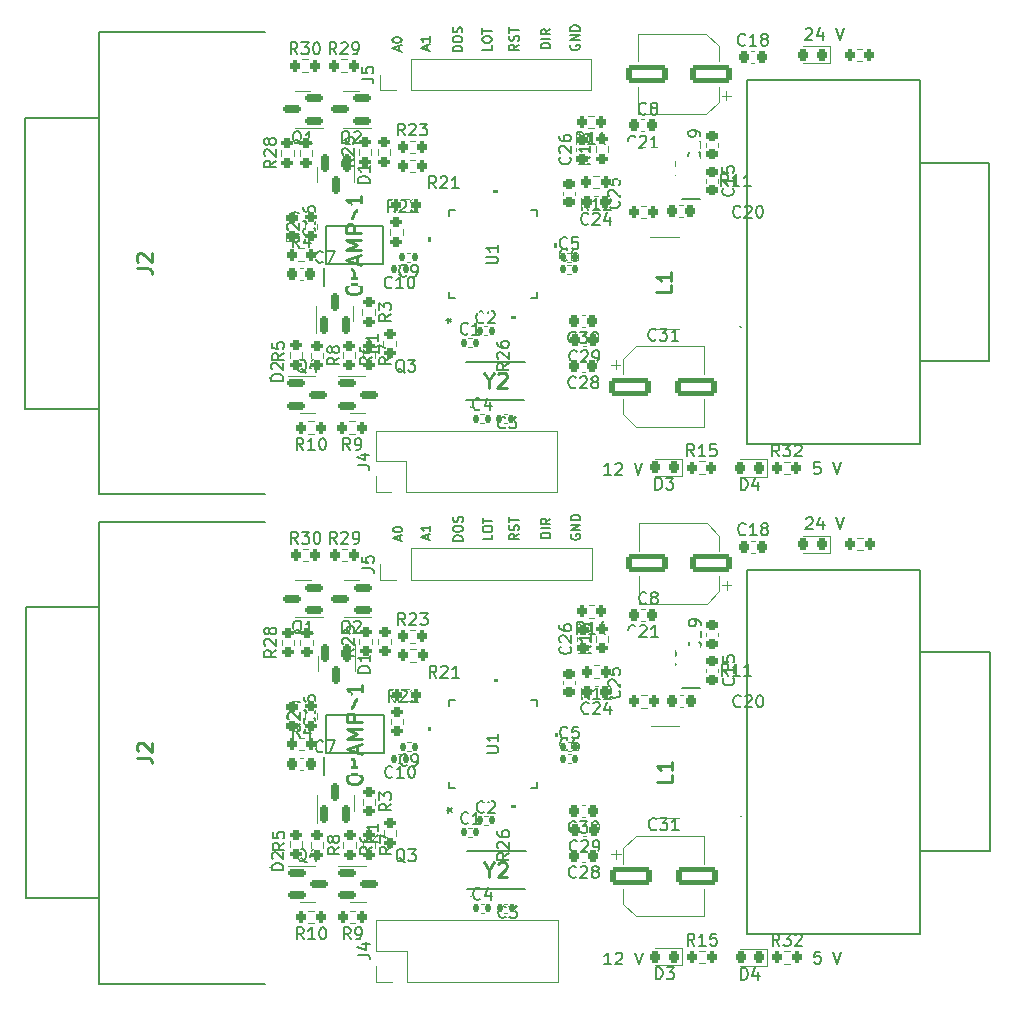
<source format=gto>
%TF.GenerationSoftware,KiCad,Pcbnew,7.0.7*%
%TF.CreationDate,2024-09-01T12:40:49+02:00*%
%TF.ProjectId,main,6d61696e-2e6b-4696-9361-645f70636258,rev?*%
%TF.SameCoordinates,Original*%
%TF.FileFunction,Legend,Top*%
%TF.FilePolarity,Positive*%
%FSLAX46Y46*%
G04 Gerber Fmt 4.6, Leading zero omitted, Abs format (unit mm)*
G04 Created by KiCad (PCBNEW 7.0.7) date 2024-09-01 12:40:49*
%MOMM*%
%LPD*%
G01*
G04 APERTURE LIST*
G04 Aperture macros list*
%AMRoundRect*
0 Rectangle with rounded corners*
0 $1 Rounding radius*
0 $2 $3 $4 $5 $6 $7 $8 $9 X,Y pos of 4 corners*
0 Add a 4 corners polygon primitive as box body*
4,1,4,$2,$3,$4,$5,$6,$7,$8,$9,$2,$3,0*
0 Add four circle primitives for the rounded corners*
1,1,$1+$1,$2,$3*
1,1,$1+$1,$4,$5*
1,1,$1+$1,$6,$7*
1,1,$1+$1,$8,$9*
0 Add four rect primitives between the rounded corners*
20,1,$1+$1,$2,$3,$4,$5,0*
20,1,$1+$1,$4,$5,$6,$7,0*
20,1,$1+$1,$6,$7,$8,$9,0*
20,1,$1+$1,$8,$9,$2,$3,0*%
G04 Aperture macros list end*
%ADD10C,0.150000*%
%ADD11C,0.254000*%
%ADD12C,0.200000*%
%ADD13C,0.100000*%
%ADD14C,0.152400*%
%ADD15C,0.120000*%
%ADD16R,1.900000X2.400000*%
%ADD17R,0.279400X1.361440*%
%ADD18R,1.361440X0.279400*%
%ADD19RoundRect,0.250000X-1.500000X-0.550000X1.500000X-0.550000X1.500000X0.550000X-1.500000X0.550000X0*%
%ADD20RoundRect,0.200000X0.275000X-0.200000X0.275000X0.200000X-0.275000X0.200000X-0.275000X-0.200000X0*%
%ADD21R,2.700000X8.000000*%
%ADD22RoundRect,0.225000X0.225000X0.250000X-0.225000X0.250000X-0.225000X-0.250000X0.225000X-0.250000X0*%
%ADD23RoundRect,0.218750X0.218750X0.256250X-0.218750X0.256250X-0.218750X-0.256250X0.218750X-0.256250X0*%
%ADD24RoundRect,0.135000X-0.135000X-0.185000X0.135000X-0.185000X0.135000X0.185000X-0.135000X0.185000X0*%
%ADD25RoundRect,0.135000X0.135000X0.185000X-0.135000X0.185000X-0.135000X-0.185000X0.135000X-0.185000X0*%
%ADD26R,1.700000X1.700000*%
%ADD27O,1.700000X1.700000*%
%ADD28RoundRect,0.150000X0.587500X0.150000X-0.587500X0.150000X-0.587500X-0.150000X0.587500X-0.150000X0*%
%ADD29RoundRect,0.200000X-0.275000X0.200000X-0.275000X-0.200000X0.275000X-0.200000X0.275000X0.200000X0*%
%ADD30RoundRect,0.225000X0.250000X-0.225000X0.250000X0.225000X-0.250000X0.225000X-0.250000X-0.225000X0*%
%ADD31RoundRect,0.200000X0.200000X0.275000X-0.200000X0.275000X-0.200000X-0.275000X0.200000X-0.275000X0*%
%ADD32RoundRect,0.225000X-0.225000X-0.250000X0.225000X-0.250000X0.225000X0.250000X-0.225000X0.250000X0*%
%ADD33RoundRect,0.225000X-0.250000X0.225000X-0.250000X-0.225000X0.250000X-0.225000X0.250000X0.225000X0*%
%ADD34RoundRect,0.200000X-0.200000X-0.275000X0.200000X-0.275000X0.200000X0.275000X-0.200000X0.275000X0*%
%ADD35RoundRect,0.150000X-0.587500X-0.150000X0.587500X-0.150000X0.587500X0.150000X-0.587500X0.150000X0*%
%ADD36R,1.400000X1.400000*%
%ADD37C,1.400000*%
%ADD38C,4.650000*%
%ADD39RoundRect,0.150000X0.150000X-0.587500X0.150000X0.587500X-0.150000X0.587500X-0.150000X-0.587500X0*%
%ADD40RoundRect,0.250000X1.500000X0.550000X-1.500000X0.550000X-1.500000X-0.550000X1.500000X-0.550000X0*%
%ADD41RoundRect,0.150000X-0.150000X0.587500X-0.150000X-0.587500X0.150000X-0.587500X0.150000X0.587500X0*%
%ADD42R,1.500000X1.500000*%
%ADD43C,1.500000*%
%ADD44C,4.567000*%
%ADD45R,0.650000X1.525000*%
%ADD46R,1.525000X0.650000*%
%ADD47R,2.710000X3.350000*%
G04 APERTURE END LIST*
D10*
X144456660Y-107920057D02*
X144504279Y-107872438D01*
X144504279Y-107872438D02*
X144599517Y-107824819D01*
X144599517Y-107824819D02*
X144837612Y-107824819D01*
X144837612Y-107824819D02*
X144932850Y-107872438D01*
X144932850Y-107872438D02*
X144980469Y-107920057D01*
X144980469Y-107920057D02*
X145028088Y-108015295D01*
X145028088Y-108015295D02*
X145028088Y-108110533D01*
X145028088Y-108110533D02*
X144980469Y-108253390D01*
X144980469Y-108253390D02*
X144409041Y-108824819D01*
X144409041Y-108824819D02*
X145028088Y-108824819D01*
X145885231Y-108158152D02*
X145885231Y-108824819D01*
X145647136Y-107777200D02*
X145409041Y-108491485D01*
X145409041Y-108491485D02*
X146028088Y-108491485D01*
X147028089Y-107824819D02*
X147361422Y-108824819D01*
X147361422Y-108824819D02*
X147694755Y-107824819D01*
X122821795Y-109555839D02*
X122021795Y-109555839D01*
X122021795Y-109555839D02*
X122021795Y-109365363D01*
X122021795Y-109365363D02*
X122059890Y-109251077D01*
X122059890Y-109251077D02*
X122136080Y-109174887D01*
X122136080Y-109174887D02*
X122212271Y-109136792D01*
X122212271Y-109136792D02*
X122364652Y-109098696D01*
X122364652Y-109098696D02*
X122478938Y-109098696D01*
X122478938Y-109098696D02*
X122631319Y-109136792D01*
X122631319Y-109136792D02*
X122707509Y-109174887D01*
X122707509Y-109174887D02*
X122783700Y-109251077D01*
X122783700Y-109251077D02*
X122821795Y-109365363D01*
X122821795Y-109365363D02*
X122821795Y-109555839D01*
X122821795Y-108755839D02*
X122021795Y-108755839D01*
X122821795Y-107917744D02*
X122440842Y-108184411D01*
X122821795Y-108374887D02*
X122021795Y-108374887D01*
X122021795Y-108374887D02*
X122021795Y-108070125D01*
X122021795Y-108070125D02*
X122059890Y-107993935D01*
X122059890Y-107993935D02*
X122097985Y-107955840D01*
X122097985Y-107955840D02*
X122174176Y-107917744D01*
X122174176Y-107917744D02*
X122288461Y-107917744D01*
X122288461Y-107917744D02*
X122364652Y-107955840D01*
X122364652Y-107955840D02*
X122402747Y-107993935D01*
X122402747Y-107993935D02*
X122440842Y-108070125D01*
X122440842Y-108070125D02*
X122440842Y-108374887D01*
X112418223Y-109668935D02*
X112418223Y-109287982D01*
X112646795Y-109745125D02*
X111846795Y-109478458D01*
X111846795Y-109478458D02*
X112646795Y-109211792D01*
X112646795Y-108526078D02*
X112646795Y-108983221D01*
X112646795Y-108754649D02*
X111846795Y-108754649D01*
X111846795Y-108754649D02*
X111961080Y-108830840D01*
X111961080Y-108830840D02*
X112037271Y-108907030D01*
X112037271Y-108907030D02*
X112075366Y-108983221D01*
X110043223Y-109743935D02*
X110043223Y-109362982D01*
X110271795Y-109820125D02*
X109471795Y-109553458D01*
X109471795Y-109553458D02*
X110271795Y-109286792D01*
X109471795Y-108867744D02*
X109471795Y-108791554D01*
X109471795Y-108791554D02*
X109509890Y-108715363D01*
X109509890Y-108715363D02*
X109547985Y-108677268D01*
X109547985Y-108677268D02*
X109624176Y-108639173D01*
X109624176Y-108639173D02*
X109776557Y-108601078D01*
X109776557Y-108601078D02*
X109967033Y-108601078D01*
X109967033Y-108601078D02*
X110119414Y-108639173D01*
X110119414Y-108639173D02*
X110195604Y-108677268D01*
X110195604Y-108677268D02*
X110233700Y-108715363D01*
X110233700Y-108715363D02*
X110271795Y-108791554D01*
X110271795Y-108791554D02*
X110271795Y-108867744D01*
X110271795Y-108867744D02*
X110233700Y-108943935D01*
X110233700Y-108943935D02*
X110195604Y-108982030D01*
X110195604Y-108982030D02*
X110119414Y-109020125D01*
X110119414Y-109020125D02*
X109967033Y-109058221D01*
X109967033Y-109058221D02*
X109776557Y-109058221D01*
X109776557Y-109058221D02*
X109624176Y-109020125D01*
X109624176Y-109020125D02*
X109547985Y-108982030D01*
X109547985Y-108982030D02*
X109509890Y-108943935D01*
X109509890Y-108943935D02*
X109471795Y-108867744D01*
X115371795Y-109805839D02*
X114571795Y-109805839D01*
X114571795Y-109805839D02*
X114571795Y-109615363D01*
X114571795Y-109615363D02*
X114609890Y-109501077D01*
X114609890Y-109501077D02*
X114686080Y-109424887D01*
X114686080Y-109424887D02*
X114762271Y-109386792D01*
X114762271Y-109386792D02*
X114914652Y-109348696D01*
X114914652Y-109348696D02*
X115028938Y-109348696D01*
X115028938Y-109348696D02*
X115181319Y-109386792D01*
X115181319Y-109386792D02*
X115257509Y-109424887D01*
X115257509Y-109424887D02*
X115333700Y-109501077D01*
X115333700Y-109501077D02*
X115371795Y-109615363D01*
X115371795Y-109615363D02*
X115371795Y-109805839D01*
X114571795Y-108853458D02*
X114571795Y-108701077D01*
X114571795Y-108701077D02*
X114609890Y-108624887D01*
X114609890Y-108624887D02*
X114686080Y-108548696D01*
X114686080Y-108548696D02*
X114838461Y-108510601D01*
X114838461Y-108510601D02*
X115105128Y-108510601D01*
X115105128Y-108510601D02*
X115257509Y-108548696D01*
X115257509Y-108548696D02*
X115333700Y-108624887D01*
X115333700Y-108624887D02*
X115371795Y-108701077D01*
X115371795Y-108701077D02*
X115371795Y-108853458D01*
X115371795Y-108853458D02*
X115333700Y-108929649D01*
X115333700Y-108929649D02*
X115257509Y-109005839D01*
X115257509Y-109005839D02*
X115105128Y-109043935D01*
X115105128Y-109043935D02*
X114838461Y-109043935D01*
X114838461Y-109043935D02*
X114686080Y-109005839D01*
X114686080Y-109005839D02*
X114609890Y-108929649D01*
X114609890Y-108929649D02*
X114571795Y-108853458D01*
X115333700Y-108205840D02*
X115371795Y-108091554D01*
X115371795Y-108091554D02*
X115371795Y-107901078D01*
X115371795Y-107901078D02*
X115333700Y-107824887D01*
X115333700Y-107824887D02*
X115295604Y-107786792D01*
X115295604Y-107786792D02*
X115219414Y-107748697D01*
X115219414Y-107748697D02*
X115143223Y-107748697D01*
X115143223Y-107748697D02*
X115067033Y-107786792D01*
X115067033Y-107786792D02*
X115028938Y-107824887D01*
X115028938Y-107824887D02*
X114990842Y-107901078D01*
X114990842Y-107901078D02*
X114952747Y-108053459D01*
X114952747Y-108053459D02*
X114914652Y-108129649D01*
X114914652Y-108129649D02*
X114876557Y-108167744D01*
X114876557Y-108167744D02*
X114800366Y-108205840D01*
X114800366Y-108205840D02*
X114724176Y-108205840D01*
X114724176Y-108205840D02*
X114647985Y-108167744D01*
X114647985Y-108167744D02*
X114609890Y-108129649D01*
X114609890Y-108129649D02*
X114571795Y-108053459D01*
X114571795Y-108053459D02*
X114571795Y-107862982D01*
X114571795Y-107862982D02*
X114609890Y-107748697D01*
X120146795Y-109223696D02*
X119765842Y-109490363D01*
X120146795Y-109680839D02*
X119346795Y-109680839D01*
X119346795Y-109680839D02*
X119346795Y-109376077D01*
X119346795Y-109376077D02*
X119384890Y-109299887D01*
X119384890Y-109299887D02*
X119422985Y-109261792D01*
X119422985Y-109261792D02*
X119499176Y-109223696D01*
X119499176Y-109223696D02*
X119613461Y-109223696D01*
X119613461Y-109223696D02*
X119689652Y-109261792D01*
X119689652Y-109261792D02*
X119727747Y-109299887D01*
X119727747Y-109299887D02*
X119765842Y-109376077D01*
X119765842Y-109376077D02*
X119765842Y-109680839D01*
X120108700Y-108918935D02*
X120146795Y-108804649D01*
X120146795Y-108804649D02*
X120146795Y-108614173D01*
X120146795Y-108614173D02*
X120108700Y-108537982D01*
X120108700Y-108537982D02*
X120070604Y-108499887D01*
X120070604Y-108499887D02*
X119994414Y-108461792D01*
X119994414Y-108461792D02*
X119918223Y-108461792D01*
X119918223Y-108461792D02*
X119842033Y-108499887D01*
X119842033Y-108499887D02*
X119803938Y-108537982D01*
X119803938Y-108537982D02*
X119765842Y-108614173D01*
X119765842Y-108614173D02*
X119727747Y-108766554D01*
X119727747Y-108766554D02*
X119689652Y-108842744D01*
X119689652Y-108842744D02*
X119651557Y-108880839D01*
X119651557Y-108880839D02*
X119575366Y-108918935D01*
X119575366Y-108918935D02*
X119499176Y-108918935D01*
X119499176Y-108918935D02*
X119422985Y-108880839D01*
X119422985Y-108880839D02*
X119384890Y-108842744D01*
X119384890Y-108842744D02*
X119346795Y-108766554D01*
X119346795Y-108766554D02*
X119346795Y-108576077D01*
X119346795Y-108576077D02*
X119384890Y-108461792D01*
X119346795Y-108233220D02*
X119346795Y-107776077D01*
X120146795Y-108004649D02*
X119346795Y-108004649D01*
X124559890Y-109261792D02*
X124521795Y-109337982D01*
X124521795Y-109337982D02*
X124521795Y-109452268D01*
X124521795Y-109452268D02*
X124559890Y-109566554D01*
X124559890Y-109566554D02*
X124636080Y-109642744D01*
X124636080Y-109642744D02*
X124712271Y-109680839D01*
X124712271Y-109680839D02*
X124864652Y-109718935D01*
X124864652Y-109718935D02*
X124978938Y-109718935D01*
X124978938Y-109718935D02*
X125131319Y-109680839D01*
X125131319Y-109680839D02*
X125207509Y-109642744D01*
X125207509Y-109642744D02*
X125283700Y-109566554D01*
X125283700Y-109566554D02*
X125321795Y-109452268D01*
X125321795Y-109452268D02*
X125321795Y-109376077D01*
X125321795Y-109376077D02*
X125283700Y-109261792D01*
X125283700Y-109261792D02*
X125245604Y-109223696D01*
X125245604Y-109223696D02*
X124978938Y-109223696D01*
X124978938Y-109223696D02*
X124978938Y-109376077D01*
X125321795Y-108880839D02*
X124521795Y-108880839D01*
X124521795Y-108880839D02*
X125321795Y-108423696D01*
X125321795Y-108423696D02*
X124521795Y-108423696D01*
X125321795Y-108042744D02*
X124521795Y-108042744D01*
X124521795Y-108042744D02*
X124521795Y-107852268D01*
X124521795Y-107852268D02*
X124559890Y-107737982D01*
X124559890Y-107737982D02*
X124636080Y-107661792D01*
X124636080Y-107661792D02*
X124712271Y-107623697D01*
X124712271Y-107623697D02*
X124864652Y-107585601D01*
X124864652Y-107585601D02*
X124978938Y-107585601D01*
X124978938Y-107585601D02*
X125131319Y-107623697D01*
X125131319Y-107623697D02*
X125207509Y-107661792D01*
X125207509Y-107661792D02*
X125283700Y-107737982D01*
X125283700Y-107737982D02*
X125321795Y-107852268D01*
X125321795Y-107852268D02*
X125321795Y-108042744D01*
X117871795Y-109299887D02*
X117871795Y-109680839D01*
X117871795Y-109680839D02*
X117071795Y-109680839D01*
X117071795Y-108880839D02*
X117071795Y-108728458D01*
X117071795Y-108728458D02*
X117109890Y-108652268D01*
X117109890Y-108652268D02*
X117186080Y-108576077D01*
X117186080Y-108576077D02*
X117338461Y-108537982D01*
X117338461Y-108537982D02*
X117605128Y-108537982D01*
X117605128Y-108537982D02*
X117757509Y-108576077D01*
X117757509Y-108576077D02*
X117833700Y-108652268D01*
X117833700Y-108652268D02*
X117871795Y-108728458D01*
X117871795Y-108728458D02*
X117871795Y-108880839D01*
X117871795Y-108880839D02*
X117833700Y-108957030D01*
X117833700Y-108957030D02*
X117757509Y-109033220D01*
X117757509Y-109033220D02*
X117605128Y-109071316D01*
X117605128Y-109071316D02*
X117338461Y-109071316D01*
X117338461Y-109071316D02*
X117186080Y-109033220D01*
X117186080Y-109033220D02*
X117109890Y-108957030D01*
X117109890Y-108957030D02*
X117071795Y-108880839D01*
X117071795Y-108309411D02*
X117071795Y-107852268D01*
X117871795Y-108080840D02*
X117071795Y-108080840D01*
X145665469Y-144589819D02*
X145189279Y-144589819D01*
X145189279Y-144589819D02*
X145141660Y-145066009D01*
X145141660Y-145066009D02*
X145189279Y-145018390D01*
X145189279Y-145018390D02*
X145284517Y-144970771D01*
X145284517Y-144970771D02*
X145522612Y-144970771D01*
X145522612Y-144970771D02*
X145617850Y-145018390D01*
X145617850Y-145018390D02*
X145665469Y-145066009D01*
X145665469Y-145066009D02*
X145713088Y-145161247D01*
X145713088Y-145161247D02*
X145713088Y-145399342D01*
X145713088Y-145399342D02*
X145665469Y-145494580D01*
X145665469Y-145494580D02*
X145617850Y-145542200D01*
X145617850Y-145542200D02*
X145522612Y-145589819D01*
X145522612Y-145589819D02*
X145284517Y-145589819D01*
X145284517Y-145589819D02*
X145189279Y-145542200D01*
X145189279Y-145542200D02*
X145141660Y-145494580D01*
X146760708Y-144589819D02*
X147094041Y-145589819D01*
X147094041Y-145589819D02*
X147427374Y-144589819D01*
X127963088Y-145664819D02*
X127391660Y-145664819D01*
X127677374Y-145664819D02*
X127677374Y-144664819D01*
X127677374Y-144664819D02*
X127582136Y-144807676D01*
X127582136Y-144807676D02*
X127486898Y-144902914D01*
X127486898Y-144902914D02*
X127391660Y-144950533D01*
X128344041Y-144760057D02*
X128391660Y-144712438D01*
X128391660Y-144712438D02*
X128486898Y-144664819D01*
X128486898Y-144664819D02*
X128724993Y-144664819D01*
X128724993Y-144664819D02*
X128820231Y-144712438D01*
X128820231Y-144712438D02*
X128867850Y-144760057D01*
X128867850Y-144760057D02*
X128915469Y-144855295D01*
X128915469Y-144855295D02*
X128915469Y-144950533D01*
X128915469Y-144950533D02*
X128867850Y-145093390D01*
X128867850Y-145093390D02*
X128296422Y-145664819D01*
X128296422Y-145664819D02*
X128915469Y-145664819D01*
X129963089Y-144664819D02*
X130296422Y-145664819D01*
X130296422Y-145664819D02*
X130629755Y-144664819D01*
X144429160Y-66475057D02*
X144476779Y-66427438D01*
X144476779Y-66427438D02*
X144572017Y-66379819D01*
X144572017Y-66379819D02*
X144810112Y-66379819D01*
X144810112Y-66379819D02*
X144905350Y-66427438D01*
X144905350Y-66427438D02*
X144952969Y-66475057D01*
X144952969Y-66475057D02*
X145000588Y-66570295D01*
X145000588Y-66570295D02*
X145000588Y-66665533D01*
X145000588Y-66665533D02*
X144952969Y-66808390D01*
X144952969Y-66808390D02*
X144381541Y-67379819D01*
X144381541Y-67379819D02*
X145000588Y-67379819D01*
X145857731Y-66713152D02*
X145857731Y-67379819D01*
X145619636Y-66332200D02*
X145381541Y-67046485D01*
X145381541Y-67046485D02*
X146000588Y-67046485D01*
X147000589Y-66379819D02*
X147333922Y-67379819D01*
X147333922Y-67379819D02*
X147667255Y-66379819D01*
X124532390Y-67816792D02*
X124494295Y-67892982D01*
X124494295Y-67892982D02*
X124494295Y-68007268D01*
X124494295Y-68007268D02*
X124532390Y-68121554D01*
X124532390Y-68121554D02*
X124608580Y-68197744D01*
X124608580Y-68197744D02*
X124684771Y-68235839D01*
X124684771Y-68235839D02*
X124837152Y-68273935D01*
X124837152Y-68273935D02*
X124951438Y-68273935D01*
X124951438Y-68273935D02*
X125103819Y-68235839D01*
X125103819Y-68235839D02*
X125180009Y-68197744D01*
X125180009Y-68197744D02*
X125256200Y-68121554D01*
X125256200Y-68121554D02*
X125294295Y-68007268D01*
X125294295Y-68007268D02*
X125294295Y-67931077D01*
X125294295Y-67931077D02*
X125256200Y-67816792D01*
X125256200Y-67816792D02*
X125218104Y-67778696D01*
X125218104Y-67778696D02*
X124951438Y-67778696D01*
X124951438Y-67778696D02*
X124951438Y-67931077D01*
X125294295Y-67435839D02*
X124494295Y-67435839D01*
X124494295Y-67435839D02*
X125294295Y-66978696D01*
X125294295Y-66978696D02*
X124494295Y-66978696D01*
X125294295Y-66597744D02*
X124494295Y-66597744D01*
X124494295Y-66597744D02*
X124494295Y-66407268D01*
X124494295Y-66407268D02*
X124532390Y-66292982D01*
X124532390Y-66292982D02*
X124608580Y-66216792D01*
X124608580Y-66216792D02*
X124684771Y-66178697D01*
X124684771Y-66178697D02*
X124837152Y-66140601D01*
X124837152Y-66140601D02*
X124951438Y-66140601D01*
X124951438Y-66140601D02*
X125103819Y-66178697D01*
X125103819Y-66178697D02*
X125180009Y-66216792D01*
X125180009Y-66216792D02*
X125256200Y-66292982D01*
X125256200Y-66292982D02*
X125294295Y-66407268D01*
X125294295Y-66407268D02*
X125294295Y-66597744D01*
X110015723Y-68298935D02*
X110015723Y-67917982D01*
X110244295Y-68375125D02*
X109444295Y-68108458D01*
X109444295Y-68108458D02*
X110244295Y-67841792D01*
X109444295Y-67422744D02*
X109444295Y-67346554D01*
X109444295Y-67346554D02*
X109482390Y-67270363D01*
X109482390Y-67270363D02*
X109520485Y-67232268D01*
X109520485Y-67232268D02*
X109596676Y-67194173D01*
X109596676Y-67194173D02*
X109749057Y-67156078D01*
X109749057Y-67156078D02*
X109939533Y-67156078D01*
X109939533Y-67156078D02*
X110091914Y-67194173D01*
X110091914Y-67194173D02*
X110168104Y-67232268D01*
X110168104Y-67232268D02*
X110206200Y-67270363D01*
X110206200Y-67270363D02*
X110244295Y-67346554D01*
X110244295Y-67346554D02*
X110244295Y-67422744D01*
X110244295Y-67422744D02*
X110206200Y-67498935D01*
X110206200Y-67498935D02*
X110168104Y-67537030D01*
X110168104Y-67537030D02*
X110091914Y-67575125D01*
X110091914Y-67575125D02*
X109939533Y-67613221D01*
X109939533Y-67613221D02*
X109749057Y-67613221D01*
X109749057Y-67613221D02*
X109596676Y-67575125D01*
X109596676Y-67575125D02*
X109520485Y-67537030D01*
X109520485Y-67537030D02*
X109482390Y-67498935D01*
X109482390Y-67498935D02*
X109444295Y-67422744D01*
X112390723Y-68223935D02*
X112390723Y-67842982D01*
X112619295Y-68300125D02*
X111819295Y-68033458D01*
X111819295Y-68033458D02*
X112619295Y-67766792D01*
X112619295Y-67081078D02*
X112619295Y-67538221D01*
X112619295Y-67309649D02*
X111819295Y-67309649D01*
X111819295Y-67309649D02*
X111933580Y-67385840D01*
X111933580Y-67385840D02*
X112009771Y-67462030D01*
X112009771Y-67462030D02*
X112047866Y-67538221D01*
X120119295Y-67778696D02*
X119738342Y-68045363D01*
X120119295Y-68235839D02*
X119319295Y-68235839D01*
X119319295Y-68235839D02*
X119319295Y-67931077D01*
X119319295Y-67931077D02*
X119357390Y-67854887D01*
X119357390Y-67854887D02*
X119395485Y-67816792D01*
X119395485Y-67816792D02*
X119471676Y-67778696D01*
X119471676Y-67778696D02*
X119585961Y-67778696D01*
X119585961Y-67778696D02*
X119662152Y-67816792D01*
X119662152Y-67816792D02*
X119700247Y-67854887D01*
X119700247Y-67854887D02*
X119738342Y-67931077D01*
X119738342Y-67931077D02*
X119738342Y-68235839D01*
X120081200Y-67473935D02*
X120119295Y-67359649D01*
X120119295Y-67359649D02*
X120119295Y-67169173D01*
X120119295Y-67169173D02*
X120081200Y-67092982D01*
X120081200Y-67092982D02*
X120043104Y-67054887D01*
X120043104Y-67054887D02*
X119966914Y-67016792D01*
X119966914Y-67016792D02*
X119890723Y-67016792D01*
X119890723Y-67016792D02*
X119814533Y-67054887D01*
X119814533Y-67054887D02*
X119776438Y-67092982D01*
X119776438Y-67092982D02*
X119738342Y-67169173D01*
X119738342Y-67169173D02*
X119700247Y-67321554D01*
X119700247Y-67321554D02*
X119662152Y-67397744D01*
X119662152Y-67397744D02*
X119624057Y-67435839D01*
X119624057Y-67435839D02*
X119547866Y-67473935D01*
X119547866Y-67473935D02*
X119471676Y-67473935D01*
X119471676Y-67473935D02*
X119395485Y-67435839D01*
X119395485Y-67435839D02*
X119357390Y-67397744D01*
X119357390Y-67397744D02*
X119319295Y-67321554D01*
X119319295Y-67321554D02*
X119319295Y-67131077D01*
X119319295Y-67131077D02*
X119357390Y-67016792D01*
X119319295Y-66788220D02*
X119319295Y-66331077D01*
X120119295Y-66559649D02*
X119319295Y-66559649D01*
X115344295Y-68360839D02*
X114544295Y-68360839D01*
X114544295Y-68360839D02*
X114544295Y-68170363D01*
X114544295Y-68170363D02*
X114582390Y-68056077D01*
X114582390Y-68056077D02*
X114658580Y-67979887D01*
X114658580Y-67979887D02*
X114734771Y-67941792D01*
X114734771Y-67941792D02*
X114887152Y-67903696D01*
X114887152Y-67903696D02*
X115001438Y-67903696D01*
X115001438Y-67903696D02*
X115153819Y-67941792D01*
X115153819Y-67941792D02*
X115230009Y-67979887D01*
X115230009Y-67979887D02*
X115306200Y-68056077D01*
X115306200Y-68056077D02*
X115344295Y-68170363D01*
X115344295Y-68170363D02*
X115344295Y-68360839D01*
X114544295Y-67408458D02*
X114544295Y-67256077D01*
X114544295Y-67256077D02*
X114582390Y-67179887D01*
X114582390Y-67179887D02*
X114658580Y-67103696D01*
X114658580Y-67103696D02*
X114810961Y-67065601D01*
X114810961Y-67065601D02*
X115077628Y-67065601D01*
X115077628Y-67065601D02*
X115230009Y-67103696D01*
X115230009Y-67103696D02*
X115306200Y-67179887D01*
X115306200Y-67179887D02*
X115344295Y-67256077D01*
X115344295Y-67256077D02*
X115344295Y-67408458D01*
X115344295Y-67408458D02*
X115306200Y-67484649D01*
X115306200Y-67484649D02*
X115230009Y-67560839D01*
X115230009Y-67560839D02*
X115077628Y-67598935D01*
X115077628Y-67598935D02*
X114810961Y-67598935D01*
X114810961Y-67598935D02*
X114658580Y-67560839D01*
X114658580Y-67560839D02*
X114582390Y-67484649D01*
X114582390Y-67484649D02*
X114544295Y-67408458D01*
X115306200Y-66760840D02*
X115344295Y-66646554D01*
X115344295Y-66646554D02*
X115344295Y-66456078D01*
X115344295Y-66456078D02*
X115306200Y-66379887D01*
X115306200Y-66379887D02*
X115268104Y-66341792D01*
X115268104Y-66341792D02*
X115191914Y-66303697D01*
X115191914Y-66303697D02*
X115115723Y-66303697D01*
X115115723Y-66303697D02*
X115039533Y-66341792D01*
X115039533Y-66341792D02*
X115001438Y-66379887D01*
X115001438Y-66379887D02*
X114963342Y-66456078D01*
X114963342Y-66456078D02*
X114925247Y-66608459D01*
X114925247Y-66608459D02*
X114887152Y-66684649D01*
X114887152Y-66684649D02*
X114849057Y-66722744D01*
X114849057Y-66722744D02*
X114772866Y-66760840D01*
X114772866Y-66760840D02*
X114696676Y-66760840D01*
X114696676Y-66760840D02*
X114620485Y-66722744D01*
X114620485Y-66722744D02*
X114582390Y-66684649D01*
X114582390Y-66684649D02*
X114544295Y-66608459D01*
X114544295Y-66608459D02*
X114544295Y-66417982D01*
X114544295Y-66417982D02*
X114582390Y-66303697D01*
X122794295Y-68110839D02*
X121994295Y-68110839D01*
X121994295Y-68110839D02*
X121994295Y-67920363D01*
X121994295Y-67920363D02*
X122032390Y-67806077D01*
X122032390Y-67806077D02*
X122108580Y-67729887D01*
X122108580Y-67729887D02*
X122184771Y-67691792D01*
X122184771Y-67691792D02*
X122337152Y-67653696D01*
X122337152Y-67653696D02*
X122451438Y-67653696D01*
X122451438Y-67653696D02*
X122603819Y-67691792D01*
X122603819Y-67691792D02*
X122680009Y-67729887D01*
X122680009Y-67729887D02*
X122756200Y-67806077D01*
X122756200Y-67806077D02*
X122794295Y-67920363D01*
X122794295Y-67920363D02*
X122794295Y-68110839D01*
X122794295Y-67310839D02*
X121994295Y-67310839D01*
X122794295Y-66472744D02*
X122413342Y-66739411D01*
X122794295Y-66929887D02*
X121994295Y-66929887D01*
X121994295Y-66929887D02*
X121994295Y-66625125D01*
X121994295Y-66625125D02*
X122032390Y-66548935D01*
X122032390Y-66548935D02*
X122070485Y-66510840D01*
X122070485Y-66510840D02*
X122146676Y-66472744D01*
X122146676Y-66472744D02*
X122260961Y-66472744D01*
X122260961Y-66472744D02*
X122337152Y-66510840D01*
X122337152Y-66510840D02*
X122375247Y-66548935D01*
X122375247Y-66548935D02*
X122413342Y-66625125D01*
X122413342Y-66625125D02*
X122413342Y-66929887D01*
X145637969Y-103144819D02*
X145161779Y-103144819D01*
X145161779Y-103144819D02*
X145114160Y-103621009D01*
X145114160Y-103621009D02*
X145161779Y-103573390D01*
X145161779Y-103573390D02*
X145257017Y-103525771D01*
X145257017Y-103525771D02*
X145495112Y-103525771D01*
X145495112Y-103525771D02*
X145590350Y-103573390D01*
X145590350Y-103573390D02*
X145637969Y-103621009D01*
X145637969Y-103621009D02*
X145685588Y-103716247D01*
X145685588Y-103716247D02*
X145685588Y-103954342D01*
X145685588Y-103954342D02*
X145637969Y-104049580D01*
X145637969Y-104049580D02*
X145590350Y-104097200D01*
X145590350Y-104097200D02*
X145495112Y-104144819D01*
X145495112Y-104144819D02*
X145257017Y-104144819D01*
X145257017Y-104144819D02*
X145161779Y-104097200D01*
X145161779Y-104097200D02*
X145114160Y-104049580D01*
X146733208Y-103144819D02*
X147066541Y-104144819D01*
X147066541Y-104144819D02*
X147399874Y-103144819D01*
X127935588Y-104219819D02*
X127364160Y-104219819D01*
X127649874Y-104219819D02*
X127649874Y-103219819D01*
X127649874Y-103219819D02*
X127554636Y-103362676D01*
X127554636Y-103362676D02*
X127459398Y-103457914D01*
X127459398Y-103457914D02*
X127364160Y-103505533D01*
X128316541Y-103315057D02*
X128364160Y-103267438D01*
X128364160Y-103267438D02*
X128459398Y-103219819D01*
X128459398Y-103219819D02*
X128697493Y-103219819D01*
X128697493Y-103219819D02*
X128792731Y-103267438D01*
X128792731Y-103267438D02*
X128840350Y-103315057D01*
X128840350Y-103315057D02*
X128887969Y-103410295D01*
X128887969Y-103410295D02*
X128887969Y-103505533D01*
X128887969Y-103505533D02*
X128840350Y-103648390D01*
X128840350Y-103648390D02*
X128268922Y-104219819D01*
X128268922Y-104219819D02*
X128887969Y-104219819D01*
X129935589Y-103219819D02*
X130268922Y-104219819D01*
X130268922Y-104219819D02*
X130602255Y-103219819D01*
X117844295Y-67854887D02*
X117844295Y-68235839D01*
X117844295Y-68235839D02*
X117044295Y-68235839D01*
X117044295Y-67435839D02*
X117044295Y-67283458D01*
X117044295Y-67283458D02*
X117082390Y-67207268D01*
X117082390Y-67207268D02*
X117158580Y-67131077D01*
X117158580Y-67131077D02*
X117310961Y-67092982D01*
X117310961Y-67092982D02*
X117577628Y-67092982D01*
X117577628Y-67092982D02*
X117730009Y-67131077D01*
X117730009Y-67131077D02*
X117806200Y-67207268D01*
X117806200Y-67207268D02*
X117844295Y-67283458D01*
X117844295Y-67283458D02*
X117844295Y-67435839D01*
X117844295Y-67435839D02*
X117806200Y-67512030D01*
X117806200Y-67512030D02*
X117730009Y-67588220D01*
X117730009Y-67588220D02*
X117577628Y-67626316D01*
X117577628Y-67626316D02*
X117310961Y-67626316D01*
X117310961Y-67626316D02*
X117158580Y-67588220D01*
X117158580Y-67588220D02*
X117082390Y-67512030D01*
X117082390Y-67512030D02*
X117044295Y-67435839D01*
X117044295Y-66864411D02*
X117044295Y-66407268D01*
X117844295Y-66635840D02*
X117044295Y-66635840D01*
D11*
X117622738Y-137664556D02*
X117622738Y-138269318D01*
X117199405Y-136999318D02*
X117622738Y-137664556D01*
X117622738Y-137664556D02*
X118046072Y-136999318D01*
X118408928Y-137120270D02*
X118469404Y-137059794D01*
X118469404Y-137059794D02*
X118590357Y-136999318D01*
X118590357Y-136999318D02*
X118892738Y-136999318D01*
X118892738Y-136999318D02*
X119013690Y-137059794D01*
X119013690Y-137059794D02*
X119074166Y-137120270D01*
X119074166Y-137120270D02*
X119134643Y-137241222D01*
X119134643Y-137241222D02*
X119134643Y-137362175D01*
X119134643Y-137362175D02*
X119074166Y-137543603D01*
X119074166Y-137543603D02*
X118348452Y-138269318D01*
X118348452Y-138269318D02*
X119134643Y-138269318D01*
D10*
X117407319Y-127756724D02*
X118216842Y-127756724D01*
X118216842Y-127756724D02*
X118312080Y-127709105D01*
X118312080Y-127709105D02*
X118359700Y-127661486D01*
X118359700Y-127661486D02*
X118407319Y-127566248D01*
X118407319Y-127566248D02*
X118407319Y-127375772D01*
X118407319Y-127375772D02*
X118359700Y-127280534D01*
X118359700Y-127280534D02*
X118312080Y-127232915D01*
X118312080Y-127232915D02*
X118216842Y-127185296D01*
X118216842Y-127185296D02*
X117407319Y-127185296D01*
X118407319Y-126185296D02*
X118407319Y-126756724D01*
X118407319Y-126471010D02*
X117407319Y-126471010D01*
X117407319Y-126471010D02*
X117550176Y-126566248D01*
X117550176Y-126566248D02*
X117645414Y-126661486D01*
X117645414Y-126661486D02*
X117693033Y-126756724D01*
X114026319Y-132585359D02*
X114264414Y-132585359D01*
X114169176Y-132823454D02*
X114264414Y-132585359D01*
X114264414Y-132585359D02*
X114169176Y-132347264D01*
X114454890Y-132728216D02*
X114264414Y-132585359D01*
X114264414Y-132585359D02*
X114454890Y-132442502D01*
X114026319Y-132585359D02*
X114264414Y-132585359D01*
X114169176Y-132823454D02*
X114264414Y-132585359D01*
X114264414Y-132585359D02*
X114169176Y-132347264D01*
X114454890Y-132728216D02*
X114264414Y-132585359D01*
X114264414Y-132585359D02*
X114454890Y-132442502D01*
X131762642Y-134199580D02*
X131715023Y-134247200D01*
X131715023Y-134247200D02*
X131572166Y-134294819D01*
X131572166Y-134294819D02*
X131476928Y-134294819D01*
X131476928Y-134294819D02*
X131334071Y-134247200D01*
X131334071Y-134247200D02*
X131238833Y-134151961D01*
X131238833Y-134151961D02*
X131191214Y-134056723D01*
X131191214Y-134056723D02*
X131143595Y-133866247D01*
X131143595Y-133866247D02*
X131143595Y-133723390D01*
X131143595Y-133723390D02*
X131191214Y-133532914D01*
X131191214Y-133532914D02*
X131238833Y-133437676D01*
X131238833Y-133437676D02*
X131334071Y-133342438D01*
X131334071Y-133342438D02*
X131476928Y-133294819D01*
X131476928Y-133294819D02*
X131572166Y-133294819D01*
X131572166Y-133294819D02*
X131715023Y-133342438D01*
X131715023Y-133342438D02*
X131762642Y-133390057D01*
X132095976Y-133294819D02*
X132715023Y-133294819D01*
X132715023Y-133294819D02*
X132381690Y-133675771D01*
X132381690Y-133675771D02*
X132524547Y-133675771D01*
X132524547Y-133675771D02*
X132619785Y-133723390D01*
X132619785Y-133723390D02*
X132667404Y-133771009D01*
X132667404Y-133771009D02*
X132715023Y-133866247D01*
X132715023Y-133866247D02*
X132715023Y-134104342D01*
X132715023Y-134104342D02*
X132667404Y-134199580D01*
X132667404Y-134199580D02*
X132619785Y-134247200D01*
X132619785Y-134247200D02*
X132524547Y-134294819D01*
X132524547Y-134294819D02*
X132238833Y-134294819D01*
X132238833Y-134294819D02*
X132143595Y-134247200D01*
X132143595Y-134247200D02*
X132095976Y-134199580D01*
X133667404Y-134294819D02*
X133095976Y-134294819D01*
X133381690Y-134294819D02*
X133381690Y-133294819D01*
X133381690Y-133294819D02*
X133286452Y-133437676D01*
X133286452Y-133437676D02*
X133191214Y-133532914D01*
X133191214Y-133532914D02*
X133095976Y-133580533D01*
X108252319Y-134711666D02*
X107776128Y-135044999D01*
X108252319Y-135283094D02*
X107252319Y-135283094D01*
X107252319Y-135283094D02*
X107252319Y-134902142D01*
X107252319Y-134902142D02*
X107299938Y-134806904D01*
X107299938Y-134806904D02*
X107347557Y-134759285D01*
X107347557Y-134759285D02*
X107442795Y-134711666D01*
X107442795Y-134711666D02*
X107585652Y-134711666D01*
X107585652Y-134711666D02*
X107680890Y-134759285D01*
X107680890Y-134759285D02*
X107728509Y-134806904D01*
X107728509Y-134806904D02*
X107776128Y-134902142D01*
X107776128Y-134902142D02*
X107776128Y-135283094D01*
X108252319Y-133759285D02*
X108252319Y-134330713D01*
X108252319Y-134044999D02*
X107252319Y-134044999D01*
X107252319Y-134044999D02*
X107395176Y-134140237D01*
X107395176Y-134140237D02*
X107490414Y-134235475D01*
X107490414Y-134235475D02*
X107538033Y-134330713D01*
D11*
X133079818Y-129601666D02*
X133079818Y-130206428D01*
X133079818Y-130206428D02*
X131809818Y-130206428D01*
X133079818Y-128513094D02*
X133079818Y-129238809D01*
X133079818Y-128875952D02*
X131809818Y-128875952D01*
X131809818Y-128875952D02*
X131991246Y-128996904D01*
X131991246Y-128996904D02*
X132112199Y-129117856D01*
X132112199Y-129117856D02*
X132172675Y-129238809D01*
D10*
X125062642Y-136034580D02*
X125015023Y-136082200D01*
X125015023Y-136082200D02*
X124872166Y-136129819D01*
X124872166Y-136129819D02*
X124776928Y-136129819D01*
X124776928Y-136129819D02*
X124634071Y-136082200D01*
X124634071Y-136082200D02*
X124538833Y-135986961D01*
X124538833Y-135986961D02*
X124491214Y-135891723D01*
X124491214Y-135891723D02*
X124443595Y-135701247D01*
X124443595Y-135701247D02*
X124443595Y-135558390D01*
X124443595Y-135558390D02*
X124491214Y-135367914D01*
X124491214Y-135367914D02*
X124538833Y-135272676D01*
X124538833Y-135272676D02*
X124634071Y-135177438D01*
X124634071Y-135177438D02*
X124776928Y-135129819D01*
X124776928Y-135129819D02*
X124872166Y-135129819D01*
X124872166Y-135129819D02*
X125015023Y-135177438D01*
X125015023Y-135177438D02*
X125062642Y-135225057D01*
X125443595Y-135225057D02*
X125491214Y-135177438D01*
X125491214Y-135177438D02*
X125586452Y-135129819D01*
X125586452Y-135129819D02*
X125824547Y-135129819D01*
X125824547Y-135129819D02*
X125919785Y-135177438D01*
X125919785Y-135177438D02*
X125967404Y-135225057D01*
X125967404Y-135225057D02*
X126015023Y-135320295D01*
X126015023Y-135320295D02*
X126015023Y-135415533D01*
X126015023Y-135415533D02*
X125967404Y-135558390D01*
X125967404Y-135558390D02*
X125395976Y-136129819D01*
X125395976Y-136129819D02*
X126015023Y-136129819D01*
X126491214Y-136129819D02*
X126681690Y-136129819D01*
X126681690Y-136129819D02*
X126776928Y-136082200D01*
X126776928Y-136082200D02*
X126824547Y-136034580D01*
X126824547Y-136034580D02*
X126919785Y-135891723D01*
X126919785Y-135891723D02*
X126967404Y-135701247D01*
X126967404Y-135701247D02*
X126967404Y-135320295D01*
X126967404Y-135320295D02*
X126919785Y-135225057D01*
X126919785Y-135225057D02*
X126872166Y-135177438D01*
X126872166Y-135177438D02*
X126776928Y-135129819D01*
X126776928Y-135129819D02*
X126586452Y-135129819D01*
X126586452Y-135129819D02*
X126491214Y-135177438D01*
X126491214Y-135177438D02*
X126443595Y-135225057D01*
X126443595Y-135225057D02*
X126395976Y-135320295D01*
X126395976Y-135320295D02*
X126395976Y-135558390D01*
X126395976Y-135558390D02*
X126443595Y-135653628D01*
X126443595Y-135653628D02*
X126491214Y-135701247D01*
X126491214Y-135701247D02*
X126586452Y-135748866D01*
X126586452Y-135748866D02*
X126776928Y-135748866D01*
X126776928Y-135748866D02*
X126872166Y-135701247D01*
X126872166Y-135701247D02*
X126919785Y-135653628D01*
X126919785Y-135653628D02*
X126967404Y-135558390D01*
X131739405Y-146904819D02*
X131739405Y-145904819D01*
X131739405Y-145904819D02*
X131977500Y-145904819D01*
X131977500Y-145904819D02*
X132120357Y-145952438D01*
X132120357Y-145952438D02*
X132215595Y-146047676D01*
X132215595Y-146047676D02*
X132263214Y-146142914D01*
X132263214Y-146142914D02*
X132310833Y-146333390D01*
X132310833Y-146333390D02*
X132310833Y-146476247D01*
X132310833Y-146476247D02*
X132263214Y-146666723D01*
X132263214Y-146666723D02*
X132215595Y-146761961D01*
X132215595Y-146761961D02*
X132120357Y-146857200D01*
X132120357Y-146857200D02*
X131977500Y-146904819D01*
X131977500Y-146904819D02*
X131739405Y-146904819D01*
X132644167Y-145904819D02*
X133263214Y-145904819D01*
X133263214Y-145904819D02*
X132929881Y-146285771D01*
X132929881Y-146285771D02*
X133072738Y-146285771D01*
X133072738Y-146285771D02*
X133167976Y-146333390D01*
X133167976Y-146333390D02*
X133215595Y-146381009D01*
X133215595Y-146381009D02*
X133263214Y-146476247D01*
X133263214Y-146476247D02*
X133263214Y-146714342D01*
X133263214Y-146714342D02*
X133215595Y-146809580D01*
X133215595Y-146809580D02*
X133167976Y-146857200D01*
X133167976Y-146857200D02*
X133072738Y-146904819D01*
X133072738Y-146904819D02*
X132787024Y-146904819D01*
X132787024Y-146904819D02*
X132691786Y-146857200D01*
X132691786Y-146857200D02*
X132644167Y-146809580D01*
X116885833Y-140084580D02*
X116838214Y-140132200D01*
X116838214Y-140132200D02*
X116695357Y-140179819D01*
X116695357Y-140179819D02*
X116600119Y-140179819D01*
X116600119Y-140179819D02*
X116457262Y-140132200D01*
X116457262Y-140132200D02*
X116362024Y-140036961D01*
X116362024Y-140036961D02*
X116314405Y-139941723D01*
X116314405Y-139941723D02*
X116266786Y-139751247D01*
X116266786Y-139751247D02*
X116266786Y-139608390D01*
X116266786Y-139608390D02*
X116314405Y-139417914D01*
X116314405Y-139417914D02*
X116362024Y-139322676D01*
X116362024Y-139322676D02*
X116457262Y-139227438D01*
X116457262Y-139227438D02*
X116600119Y-139179819D01*
X116600119Y-139179819D02*
X116695357Y-139179819D01*
X116695357Y-139179819D02*
X116838214Y-139227438D01*
X116838214Y-139227438D02*
X116885833Y-139275057D01*
X117742976Y-139513152D02*
X117742976Y-140179819D01*
X117504881Y-139132200D02*
X117266786Y-139846485D01*
X117266786Y-139846485D02*
X117885833Y-139846485D01*
X109424642Y-129774580D02*
X109377023Y-129822200D01*
X109377023Y-129822200D02*
X109234166Y-129869819D01*
X109234166Y-129869819D02*
X109138928Y-129869819D01*
X109138928Y-129869819D02*
X108996071Y-129822200D01*
X108996071Y-129822200D02*
X108900833Y-129726961D01*
X108900833Y-129726961D02*
X108853214Y-129631723D01*
X108853214Y-129631723D02*
X108805595Y-129441247D01*
X108805595Y-129441247D02*
X108805595Y-129298390D01*
X108805595Y-129298390D02*
X108853214Y-129107914D01*
X108853214Y-129107914D02*
X108900833Y-129012676D01*
X108900833Y-129012676D02*
X108996071Y-128917438D01*
X108996071Y-128917438D02*
X109138928Y-128869819D01*
X109138928Y-128869819D02*
X109234166Y-128869819D01*
X109234166Y-128869819D02*
X109377023Y-128917438D01*
X109377023Y-128917438D02*
X109424642Y-128965057D01*
X110377023Y-129869819D02*
X109805595Y-129869819D01*
X110091309Y-129869819D02*
X110091309Y-128869819D01*
X110091309Y-128869819D02*
X109996071Y-129012676D01*
X109996071Y-129012676D02*
X109900833Y-129107914D01*
X109900833Y-129107914D02*
X109805595Y-129155533D01*
X110996071Y-128869819D02*
X111091309Y-128869819D01*
X111091309Y-128869819D02*
X111186547Y-128917438D01*
X111186547Y-128917438D02*
X111234166Y-128965057D01*
X111234166Y-128965057D02*
X111281785Y-129060295D01*
X111281785Y-129060295D02*
X111329404Y-129250771D01*
X111329404Y-129250771D02*
X111329404Y-129488866D01*
X111329404Y-129488866D02*
X111281785Y-129679342D01*
X111281785Y-129679342D02*
X111234166Y-129774580D01*
X111234166Y-129774580D02*
X111186547Y-129822200D01*
X111186547Y-129822200D02*
X111091309Y-129869819D01*
X111091309Y-129869819D02*
X110996071Y-129869819D01*
X110996071Y-129869819D02*
X110900833Y-129822200D01*
X110900833Y-129822200D02*
X110853214Y-129774580D01*
X110853214Y-129774580D02*
X110805595Y-129679342D01*
X110805595Y-129679342D02*
X110757976Y-129488866D01*
X110757976Y-129488866D02*
X110757976Y-129250771D01*
X110757976Y-129250771D02*
X110805595Y-129060295D01*
X110805595Y-129060295D02*
X110853214Y-128965057D01*
X110853214Y-128965057D02*
X110900833Y-128917438D01*
X110900833Y-128917438D02*
X110996071Y-128869819D01*
X106852319Y-112103333D02*
X107566604Y-112103333D01*
X107566604Y-112103333D02*
X107709461Y-112150952D01*
X107709461Y-112150952D02*
X107804700Y-112246190D01*
X107804700Y-112246190D02*
X107852319Y-112389047D01*
X107852319Y-112389047D02*
X107852319Y-112484285D01*
X106852319Y-111150952D02*
X106852319Y-111627142D01*
X106852319Y-111627142D02*
X107328509Y-111674761D01*
X107328509Y-111674761D02*
X107280890Y-111627142D01*
X107280890Y-111627142D02*
X107233271Y-111531904D01*
X107233271Y-111531904D02*
X107233271Y-111293809D01*
X107233271Y-111293809D02*
X107280890Y-111198571D01*
X107280890Y-111198571D02*
X107328509Y-111150952D01*
X107328509Y-111150952D02*
X107423747Y-111103333D01*
X107423747Y-111103333D02*
X107661842Y-111103333D01*
X107661842Y-111103333D02*
X107757080Y-111150952D01*
X107757080Y-111150952D02*
X107804700Y-111198571D01*
X107804700Y-111198571D02*
X107852319Y-111293809D01*
X107852319Y-111293809D02*
X107852319Y-111531904D01*
X107852319Y-111531904D02*
X107804700Y-111627142D01*
X107804700Y-111627142D02*
X107757080Y-111674761D01*
X119014474Y-141634580D02*
X118966855Y-141682200D01*
X118966855Y-141682200D02*
X118823998Y-141729819D01*
X118823998Y-141729819D02*
X118728760Y-141729819D01*
X118728760Y-141729819D02*
X118585903Y-141682200D01*
X118585903Y-141682200D02*
X118490665Y-141586961D01*
X118490665Y-141586961D02*
X118443046Y-141491723D01*
X118443046Y-141491723D02*
X118395427Y-141301247D01*
X118395427Y-141301247D02*
X118395427Y-141158390D01*
X118395427Y-141158390D02*
X118443046Y-140967914D01*
X118443046Y-140967914D02*
X118490665Y-140872676D01*
X118490665Y-140872676D02*
X118585903Y-140777438D01*
X118585903Y-140777438D02*
X118728760Y-140729819D01*
X118728760Y-140729819D02*
X118823998Y-140729819D01*
X118823998Y-140729819D02*
X118966855Y-140777438D01*
X118966855Y-140777438D02*
X119014474Y-140825057D01*
X119347808Y-140729819D02*
X119966855Y-140729819D01*
X119966855Y-140729819D02*
X119633522Y-141110771D01*
X119633522Y-141110771D02*
X119776379Y-141110771D01*
X119776379Y-141110771D02*
X119871617Y-141158390D01*
X119871617Y-141158390D02*
X119919236Y-141206009D01*
X119919236Y-141206009D02*
X119966855Y-141301247D01*
X119966855Y-141301247D02*
X119966855Y-141539342D01*
X119966855Y-141539342D02*
X119919236Y-141634580D01*
X119919236Y-141634580D02*
X119871617Y-141682200D01*
X119871617Y-141682200D02*
X119776379Y-141729819D01*
X119776379Y-141729819D02*
X119490665Y-141729819D01*
X119490665Y-141729819D02*
X119395427Y-141682200D01*
X119395427Y-141682200D02*
X119347808Y-141634580D01*
X100291069Y-135369916D02*
X99814878Y-135703249D01*
X100291069Y-135941344D02*
X99291069Y-135941344D01*
X99291069Y-135941344D02*
X99291069Y-135560392D01*
X99291069Y-135560392D02*
X99338688Y-135465154D01*
X99338688Y-135465154D02*
X99386307Y-135417535D01*
X99386307Y-135417535D02*
X99481545Y-135369916D01*
X99481545Y-135369916D02*
X99624402Y-135369916D01*
X99624402Y-135369916D02*
X99719640Y-135417535D01*
X99719640Y-135417535D02*
X99767259Y-135465154D01*
X99767259Y-135465154D02*
X99814878Y-135560392D01*
X99814878Y-135560392D02*
X99814878Y-135941344D01*
X99291069Y-134465154D02*
X99291069Y-134941344D01*
X99291069Y-134941344D02*
X99767259Y-134988963D01*
X99767259Y-134988963D02*
X99719640Y-134941344D01*
X99719640Y-134941344D02*
X99672021Y-134846106D01*
X99672021Y-134846106D02*
X99672021Y-134608011D01*
X99672021Y-134608011D02*
X99719640Y-134512773D01*
X99719640Y-134512773D02*
X99767259Y-134465154D01*
X99767259Y-134465154D02*
X99862497Y-134417535D01*
X99862497Y-134417535D02*
X100100592Y-134417535D01*
X100100592Y-134417535D02*
X100195830Y-134465154D01*
X100195830Y-134465154D02*
X100243450Y-134512773D01*
X100243450Y-134512773D02*
X100291069Y-134608011D01*
X100291069Y-134608011D02*
X100291069Y-134846106D01*
X100291069Y-134846106D02*
X100243450Y-134941344D01*
X100243450Y-134941344D02*
X100195830Y-134988963D01*
X105876011Y-117663807D02*
X105780773Y-117616188D01*
X105780773Y-117616188D02*
X105685535Y-117520950D01*
X105685535Y-117520950D02*
X105542678Y-117378092D01*
X105542678Y-117378092D02*
X105447440Y-117330473D01*
X105447440Y-117330473D02*
X105352202Y-117330473D01*
X105399821Y-117568569D02*
X105304583Y-117520950D01*
X105304583Y-117520950D02*
X105209345Y-117425711D01*
X105209345Y-117425711D02*
X105161726Y-117235235D01*
X105161726Y-117235235D02*
X105161726Y-116901902D01*
X105161726Y-116901902D02*
X105209345Y-116711426D01*
X105209345Y-116711426D02*
X105304583Y-116616188D01*
X105304583Y-116616188D02*
X105399821Y-116568569D01*
X105399821Y-116568569D02*
X105590297Y-116568569D01*
X105590297Y-116568569D02*
X105685535Y-116616188D01*
X105685535Y-116616188D02*
X105780773Y-116711426D01*
X105780773Y-116711426D02*
X105828392Y-116901902D01*
X105828392Y-116901902D02*
X105828392Y-117235235D01*
X105828392Y-117235235D02*
X105780773Y-117425711D01*
X105780773Y-117425711D02*
X105685535Y-117520950D01*
X105685535Y-117520950D02*
X105590297Y-117568569D01*
X105590297Y-117568569D02*
X105399821Y-117568569D01*
X106209345Y-116663807D02*
X106256964Y-116616188D01*
X106256964Y-116616188D02*
X106352202Y-116568569D01*
X106352202Y-116568569D02*
X106590297Y-116568569D01*
X106590297Y-116568569D02*
X106685535Y-116616188D01*
X106685535Y-116616188D02*
X106733154Y-116663807D01*
X106733154Y-116663807D02*
X106780773Y-116759045D01*
X106780773Y-116759045D02*
X106780773Y-116854283D01*
X106780773Y-116854283D02*
X106733154Y-116997140D01*
X106733154Y-116997140D02*
X106161726Y-117568569D01*
X106161726Y-117568569D02*
X106780773Y-117568569D01*
X109350569Y-135702716D02*
X108874378Y-136036049D01*
X109350569Y-136274144D02*
X108350569Y-136274144D01*
X108350569Y-136274144D02*
X108350569Y-135893192D01*
X108350569Y-135893192D02*
X108398188Y-135797954D01*
X108398188Y-135797954D02*
X108445807Y-135750335D01*
X108445807Y-135750335D02*
X108541045Y-135702716D01*
X108541045Y-135702716D02*
X108683902Y-135702716D01*
X108683902Y-135702716D02*
X108779140Y-135750335D01*
X108779140Y-135750335D02*
X108826759Y-135797954D01*
X108826759Y-135797954D02*
X108874378Y-135893192D01*
X108874378Y-135893192D02*
X108874378Y-136274144D01*
X108350569Y-135369382D02*
X108350569Y-134702716D01*
X108350569Y-134702716D02*
X109350569Y-135131287D01*
X102829830Y-124798607D02*
X102877450Y-124846226D01*
X102877450Y-124846226D02*
X102925069Y-124989083D01*
X102925069Y-124989083D02*
X102925069Y-125084321D01*
X102925069Y-125084321D02*
X102877450Y-125227178D01*
X102877450Y-125227178D02*
X102782211Y-125322416D01*
X102782211Y-125322416D02*
X102686973Y-125370035D01*
X102686973Y-125370035D02*
X102496497Y-125417654D01*
X102496497Y-125417654D02*
X102353640Y-125417654D01*
X102353640Y-125417654D02*
X102163164Y-125370035D01*
X102163164Y-125370035D02*
X102067926Y-125322416D01*
X102067926Y-125322416D02*
X101972688Y-125227178D01*
X101972688Y-125227178D02*
X101925069Y-125084321D01*
X101925069Y-125084321D02*
X101925069Y-124989083D01*
X101925069Y-124989083D02*
X101972688Y-124846226D01*
X101972688Y-124846226D02*
X102020307Y-124798607D01*
X102925069Y-123846226D02*
X102925069Y-124417654D01*
X102925069Y-124131940D02*
X101925069Y-124131940D01*
X101925069Y-124131940D02*
X102067926Y-124227178D01*
X102067926Y-124227178D02*
X102163164Y-124322416D01*
X102163164Y-124322416D02*
X102210783Y-124417654D01*
X101925069Y-122989083D02*
X101925069Y-123179559D01*
X101925069Y-123179559D02*
X101972688Y-123274797D01*
X101972688Y-123274797D02*
X102020307Y-123322416D01*
X102020307Y-123322416D02*
X102163164Y-123417654D01*
X102163164Y-123417654D02*
X102353640Y-123465273D01*
X102353640Y-123465273D02*
X102734592Y-123465273D01*
X102734592Y-123465273D02*
X102829830Y-123417654D01*
X102829830Y-123417654D02*
X102877450Y-123370035D01*
X102877450Y-123370035D02*
X102925069Y-123274797D01*
X102925069Y-123274797D02*
X102925069Y-123084321D01*
X102925069Y-123084321D02*
X102877450Y-122989083D01*
X102877450Y-122989083D02*
X102829830Y-122941464D01*
X102829830Y-122941464D02*
X102734592Y-122893845D01*
X102734592Y-122893845D02*
X102496497Y-122893845D01*
X102496497Y-122893845D02*
X102401259Y-122941464D01*
X102401259Y-122941464D02*
X102353640Y-122989083D01*
X102353640Y-122989083D02*
X102306021Y-123084321D01*
X102306021Y-123084321D02*
X102306021Y-123274797D01*
X102306021Y-123274797D02*
X102353640Y-123370035D01*
X102353640Y-123370035D02*
X102401259Y-123417654D01*
X102401259Y-123417654D02*
X102496497Y-123465273D01*
X113169092Y-121390069D02*
X112835759Y-120913878D01*
X112597664Y-121390069D02*
X112597664Y-120390069D01*
X112597664Y-120390069D02*
X112978616Y-120390069D01*
X112978616Y-120390069D02*
X113073854Y-120437688D01*
X113073854Y-120437688D02*
X113121473Y-120485307D01*
X113121473Y-120485307D02*
X113169092Y-120580545D01*
X113169092Y-120580545D02*
X113169092Y-120723402D01*
X113169092Y-120723402D02*
X113121473Y-120818640D01*
X113121473Y-120818640D02*
X113073854Y-120866259D01*
X113073854Y-120866259D02*
X112978616Y-120913878D01*
X112978616Y-120913878D02*
X112597664Y-120913878D01*
X113550045Y-120485307D02*
X113597664Y-120437688D01*
X113597664Y-120437688D02*
X113692902Y-120390069D01*
X113692902Y-120390069D02*
X113930997Y-120390069D01*
X113930997Y-120390069D02*
X114026235Y-120437688D01*
X114026235Y-120437688D02*
X114073854Y-120485307D01*
X114073854Y-120485307D02*
X114121473Y-120580545D01*
X114121473Y-120580545D02*
X114121473Y-120675783D01*
X114121473Y-120675783D02*
X114073854Y-120818640D01*
X114073854Y-120818640D02*
X113502426Y-121390069D01*
X113502426Y-121390069D02*
X114121473Y-121390069D01*
X115073854Y-121390069D02*
X114502426Y-121390069D01*
X114788140Y-121390069D02*
X114788140Y-120390069D01*
X114788140Y-120390069D02*
X114692902Y-120532926D01*
X114692902Y-120532926D02*
X114597664Y-120628164D01*
X114597664Y-120628164D02*
X114502426Y-120675783D01*
X101571069Y-125281607D02*
X101094878Y-125614940D01*
X101571069Y-125853035D02*
X100571069Y-125853035D01*
X100571069Y-125853035D02*
X100571069Y-125472083D01*
X100571069Y-125472083D02*
X100618688Y-125376845D01*
X100618688Y-125376845D02*
X100666307Y-125329226D01*
X100666307Y-125329226D02*
X100761545Y-125281607D01*
X100761545Y-125281607D02*
X100904402Y-125281607D01*
X100904402Y-125281607D02*
X100999640Y-125329226D01*
X100999640Y-125329226D02*
X101047259Y-125376845D01*
X101047259Y-125376845D02*
X101094878Y-125472083D01*
X101094878Y-125472083D02*
X101094878Y-125853035D01*
X100666307Y-124900654D02*
X100618688Y-124853035D01*
X100618688Y-124853035D02*
X100571069Y-124757797D01*
X100571069Y-124757797D02*
X100571069Y-124519702D01*
X100571069Y-124519702D02*
X100618688Y-124424464D01*
X100618688Y-124424464D02*
X100666307Y-124376845D01*
X100666307Y-124376845D02*
X100761545Y-124329226D01*
X100761545Y-124329226D02*
X100856783Y-124329226D01*
X100856783Y-124329226D02*
X100999640Y-124376845D01*
X100999640Y-124376845D02*
X101571069Y-124948273D01*
X101571069Y-124948273D02*
X101571069Y-124329226D01*
X100904402Y-123472083D02*
X101571069Y-123472083D01*
X100523450Y-123710178D02*
X101237735Y-123948273D01*
X101237735Y-123948273D02*
X101237735Y-123329226D01*
X139334642Y-109224580D02*
X139287023Y-109272200D01*
X139287023Y-109272200D02*
X139144166Y-109319819D01*
X139144166Y-109319819D02*
X139048928Y-109319819D01*
X139048928Y-109319819D02*
X138906071Y-109272200D01*
X138906071Y-109272200D02*
X138810833Y-109176961D01*
X138810833Y-109176961D02*
X138763214Y-109081723D01*
X138763214Y-109081723D02*
X138715595Y-108891247D01*
X138715595Y-108891247D02*
X138715595Y-108748390D01*
X138715595Y-108748390D02*
X138763214Y-108557914D01*
X138763214Y-108557914D02*
X138810833Y-108462676D01*
X138810833Y-108462676D02*
X138906071Y-108367438D01*
X138906071Y-108367438D02*
X139048928Y-108319819D01*
X139048928Y-108319819D02*
X139144166Y-108319819D01*
X139144166Y-108319819D02*
X139287023Y-108367438D01*
X139287023Y-108367438D02*
X139334642Y-108415057D01*
X140287023Y-109319819D02*
X139715595Y-109319819D01*
X140001309Y-109319819D02*
X140001309Y-108319819D01*
X140001309Y-108319819D02*
X139906071Y-108462676D01*
X139906071Y-108462676D02*
X139810833Y-108557914D01*
X139810833Y-108557914D02*
X139715595Y-108605533D01*
X140858452Y-108748390D02*
X140763214Y-108700771D01*
X140763214Y-108700771D02*
X140715595Y-108653152D01*
X140715595Y-108653152D02*
X140667976Y-108557914D01*
X140667976Y-108557914D02*
X140667976Y-108510295D01*
X140667976Y-108510295D02*
X140715595Y-108415057D01*
X140715595Y-108415057D02*
X140763214Y-108367438D01*
X140763214Y-108367438D02*
X140858452Y-108319819D01*
X140858452Y-108319819D02*
X141048928Y-108319819D01*
X141048928Y-108319819D02*
X141144166Y-108367438D01*
X141144166Y-108367438D02*
X141191785Y-108415057D01*
X141191785Y-108415057D02*
X141239404Y-108510295D01*
X141239404Y-108510295D02*
X141239404Y-108557914D01*
X141239404Y-108557914D02*
X141191785Y-108653152D01*
X141191785Y-108653152D02*
X141144166Y-108700771D01*
X141144166Y-108700771D02*
X141048928Y-108748390D01*
X141048928Y-108748390D02*
X140858452Y-108748390D01*
X140858452Y-108748390D02*
X140763214Y-108796009D01*
X140763214Y-108796009D02*
X140715595Y-108843628D01*
X140715595Y-108843628D02*
X140667976Y-108938866D01*
X140667976Y-108938866D02*
X140667976Y-109129342D01*
X140667976Y-109129342D02*
X140715595Y-109224580D01*
X140715595Y-109224580D02*
X140763214Y-109272200D01*
X140763214Y-109272200D02*
X140858452Y-109319819D01*
X140858452Y-109319819D02*
X141048928Y-109319819D01*
X141048928Y-109319819D02*
X141144166Y-109272200D01*
X141144166Y-109272200D02*
X141191785Y-109224580D01*
X141191785Y-109224580D02*
X141239404Y-109129342D01*
X141239404Y-109129342D02*
X141239404Y-108938866D01*
X141239404Y-108938866D02*
X141191785Y-108843628D01*
X141191785Y-108843628D02*
X141144166Y-108796009D01*
X141144166Y-108796009D02*
X141048928Y-108748390D01*
X138292080Y-121412857D02*
X138339700Y-121460476D01*
X138339700Y-121460476D02*
X138387319Y-121603333D01*
X138387319Y-121603333D02*
X138387319Y-121698571D01*
X138387319Y-121698571D02*
X138339700Y-121841428D01*
X138339700Y-121841428D02*
X138244461Y-121936666D01*
X138244461Y-121936666D02*
X138149223Y-121984285D01*
X138149223Y-121984285D02*
X137958747Y-122031904D01*
X137958747Y-122031904D02*
X137815890Y-122031904D01*
X137815890Y-122031904D02*
X137625414Y-121984285D01*
X137625414Y-121984285D02*
X137530176Y-121936666D01*
X137530176Y-121936666D02*
X137434938Y-121841428D01*
X137434938Y-121841428D02*
X137387319Y-121698571D01*
X137387319Y-121698571D02*
X137387319Y-121603333D01*
X137387319Y-121603333D02*
X137434938Y-121460476D01*
X137434938Y-121460476D02*
X137482557Y-121412857D01*
X138387319Y-120460476D02*
X138387319Y-121031904D01*
X138387319Y-120746190D02*
X137387319Y-120746190D01*
X137387319Y-120746190D02*
X137530176Y-120841428D01*
X137530176Y-120841428D02*
X137625414Y-120936666D01*
X137625414Y-120936666D02*
X137673033Y-121031904D01*
X137387319Y-119555714D02*
X137387319Y-120031904D01*
X137387319Y-120031904D02*
X137863509Y-120079523D01*
X137863509Y-120079523D02*
X137815890Y-120031904D01*
X137815890Y-120031904D02*
X137768271Y-119936666D01*
X137768271Y-119936666D02*
X137768271Y-119698571D01*
X137768271Y-119698571D02*
X137815890Y-119603333D01*
X137815890Y-119603333D02*
X137863509Y-119555714D01*
X137863509Y-119555714D02*
X137958747Y-119508095D01*
X137958747Y-119508095D02*
X138196842Y-119508095D01*
X138196842Y-119508095D02*
X138292080Y-119555714D01*
X138292080Y-119555714D02*
X138339700Y-119603333D01*
X138339700Y-119603333D02*
X138387319Y-119698571D01*
X138387319Y-119698571D02*
X138387319Y-119936666D01*
X138387319Y-119936666D02*
X138339700Y-120031904D01*
X138339700Y-120031904D02*
X138292080Y-120079523D01*
X124485080Y-118757857D02*
X124532700Y-118805476D01*
X124532700Y-118805476D02*
X124580319Y-118948333D01*
X124580319Y-118948333D02*
X124580319Y-119043571D01*
X124580319Y-119043571D02*
X124532700Y-119186428D01*
X124532700Y-119186428D02*
X124437461Y-119281666D01*
X124437461Y-119281666D02*
X124342223Y-119329285D01*
X124342223Y-119329285D02*
X124151747Y-119376904D01*
X124151747Y-119376904D02*
X124008890Y-119376904D01*
X124008890Y-119376904D02*
X123818414Y-119329285D01*
X123818414Y-119329285D02*
X123723176Y-119281666D01*
X123723176Y-119281666D02*
X123627938Y-119186428D01*
X123627938Y-119186428D02*
X123580319Y-119043571D01*
X123580319Y-119043571D02*
X123580319Y-118948333D01*
X123580319Y-118948333D02*
X123627938Y-118805476D01*
X123627938Y-118805476D02*
X123675557Y-118757857D01*
X123675557Y-118376904D02*
X123627938Y-118329285D01*
X123627938Y-118329285D02*
X123580319Y-118234047D01*
X123580319Y-118234047D02*
X123580319Y-117995952D01*
X123580319Y-117995952D02*
X123627938Y-117900714D01*
X123627938Y-117900714D02*
X123675557Y-117853095D01*
X123675557Y-117853095D02*
X123770795Y-117805476D01*
X123770795Y-117805476D02*
X123866033Y-117805476D01*
X123866033Y-117805476D02*
X124008890Y-117853095D01*
X124008890Y-117853095D02*
X124580319Y-118424523D01*
X124580319Y-118424523D02*
X124580319Y-117805476D01*
X123580319Y-116948333D02*
X123580319Y-117138809D01*
X123580319Y-117138809D02*
X123627938Y-117234047D01*
X123627938Y-117234047D02*
X123675557Y-117281666D01*
X123675557Y-117281666D02*
X123818414Y-117376904D01*
X123818414Y-117376904D02*
X124008890Y-117424523D01*
X124008890Y-117424523D02*
X124389842Y-117424523D01*
X124389842Y-117424523D02*
X124485080Y-117376904D01*
X124485080Y-117376904D02*
X124532700Y-117329285D01*
X124532700Y-117329285D02*
X124580319Y-117234047D01*
X124580319Y-117234047D02*
X124580319Y-117043571D01*
X124580319Y-117043571D02*
X124532700Y-116948333D01*
X124532700Y-116948333D02*
X124485080Y-116900714D01*
X124485080Y-116900714D02*
X124389842Y-116853095D01*
X124389842Y-116853095D02*
X124151747Y-116853095D01*
X124151747Y-116853095D02*
X124056509Y-116900714D01*
X124056509Y-116900714D02*
X124008890Y-116948333D01*
X124008890Y-116948333D02*
X123961271Y-117043571D01*
X123961271Y-117043571D02*
X123961271Y-117234047D01*
X123961271Y-117234047D02*
X124008890Y-117329285D01*
X124008890Y-117329285D02*
X124056509Y-117376904D01*
X124056509Y-117376904D02*
X124151747Y-117424523D01*
X128637080Y-122487857D02*
X128684700Y-122535476D01*
X128684700Y-122535476D02*
X128732319Y-122678333D01*
X128732319Y-122678333D02*
X128732319Y-122773571D01*
X128732319Y-122773571D02*
X128684700Y-122916428D01*
X128684700Y-122916428D02*
X128589461Y-123011666D01*
X128589461Y-123011666D02*
X128494223Y-123059285D01*
X128494223Y-123059285D02*
X128303747Y-123106904D01*
X128303747Y-123106904D02*
X128160890Y-123106904D01*
X128160890Y-123106904D02*
X127970414Y-123059285D01*
X127970414Y-123059285D02*
X127875176Y-123011666D01*
X127875176Y-123011666D02*
X127779938Y-122916428D01*
X127779938Y-122916428D02*
X127732319Y-122773571D01*
X127732319Y-122773571D02*
X127732319Y-122678333D01*
X127732319Y-122678333D02*
X127779938Y-122535476D01*
X127779938Y-122535476D02*
X127827557Y-122487857D01*
X127827557Y-122106904D02*
X127779938Y-122059285D01*
X127779938Y-122059285D02*
X127732319Y-121964047D01*
X127732319Y-121964047D02*
X127732319Y-121725952D01*
X127732319Y-121725952D02*
X127779938Y-121630714D01*
X127779938Y-121630714D02*
X127827557Y-121583095D01*
X127827557Y-121583095D02*
X127922795Y-121535476D01*
X127922795Y-121535476D02*
X128018033Y-121535476D01*
X128018033Y-121535476D02*
X128160890Y-121583095D01*
X128160890Y-121583095D02*
X128732319Y-122154523D01*
X128732319Y-122154523D02*
X128732319Y-121535476D01*
X127732319Y-120630714D02*
X127732319Y-121106904D01*
X127732319Y-121106904D02*
X128208509Y-121154523D01*
X128208509Y-121154523D02*
X128160890Y-121106904D01*
X128160890Y-121106904D02*
X128113271Y-121011666D01*
X128113271Y-121011666D02*
X128113271Y-120773571D01*
X128113271Y-120773571D02*
X128160890Y-120678333D01*
X128160890Y-120678333D02*
X128208509Y-120630714D01*
X128208509Y-120630714D02*
X128303747Y-120583095D01*
X128303747Y-120583095D02*
X128541842Y-120583095D01*
X128541842Y-120583095D02*
X128637080Y-120630714D01*
X128637080Y-120630714D02*
X128684700Y-120678333D01*
X128684700Y-120678333D02*
X128732319Y-120773571D01*
X128732319Y-120773571D02*
X128732319Y-121011666D01*
X128732319Y-121011666D02*
X128684700Y-121106904D01*
X128684700Y-121106904D02*
X128637080Y-121154523D01*
X130009642Y-117859580D02*
X129962023Y-117907200D01*
X129962023Y-117907200D02*
X129819166Y-117954819D01*
X129819166Y-117954819D02*
X129723928Y-117954819D01*
X129723928Y-117954819D02*
X129581071Y-117907200D01*
X129581071Y-117907200D02*
X129485833Y-117811961D01*
X129485833Y-117811961D02*
X129438214Y-117716723D01*
X129438214Y-117716723D02*
X129390595Y-117526247D01*
X129390595Y-117526247D02*
X129390595Y-117383390D01*
X129390595Y-117383390D02*
X129438214Y-117192914D01*
X129438214Y-117192914D02*
X129485833Y-117097676D01*
X129485833Y-117097676D02*
X129581071Y-117002438D01*
X129581071Y-117002438D02*
X129723928Y-116954819D01*
X129723928Y-116954819D02*
X129819166Y-116954819D01*
X129819166Y-116954819D02*
X129962023Y-117002438D01*
X129962023Y-117002438D02*
X130009642Y-117050057D01*
X130390595Y-117050057D02*
X130438214Y-117002438D01*
X130438214Y-117002438D02*
X130533452Y-116954819D01*
X130533452Y-116954819D02*
X130771547Y-116954819D01*
X130771547Y-116954819D02*
X130866785Y-117002438D01*
X130866785Y-117002438D02*
X130914404Y-117050057D01*
X130914404Y-117050057D02*
X130962023Y-117145295D01*
X130962023Y-117145295D02*
X130962023Y-117240533D01*
X130962023Y-117240533D02*
X130914404Y-117383390D01*
X130914404Y-117383390D02*
X130342976Y-117954819D01*
X130342976Y-117954819D02*
X130962023Y-117954819D01*
X131914404Y-117954819D02*
X131342976Y-117954819D01*
X131628690Y-117954819D02*
X131628690Y-116954819D01*
X131628690Y-116954819D02*
X131533452Y-117097676D01*
X131533452Y-117097676D02*
X131438214Y-117192914D01*
X131438214Y-117192914D02*
X131342976Y-117240533D01*
X126230319Y-118732857D02*
X125754128Y-119066190D01*
X126230319Y-119304285D02*
X125230319Y-119304285D01*
X125230319Y-119304285D02*
X125230319Y-118923333D01*
X125230319Y-118923333D02*
X125277938Y-118828095D01*
X125277938Y-118828095D02*
X125325557Y-118780476D01*
X125325557Y-118780476D02*
X125420795Y-118732857D01*
X125420795Y-118732857D02*
X125563652Y-118732857D01*
X125563652Y-118732857D02*
X125658890Y-118780476D01*
X125658890Y-118780476D02*
X125706509Y-118828095D01*
X125706509Y-118828095D02*
X125754128Y-118923333D01*
X125754128Y-118923333D02*
X125754128Y-119304285D01*
X126230319Y-117780476D02*
X126230319Y-118351904D01*
X126230319Y-118066190D02*
X125230319Y-118066190D01*
X125230319Y-118066190D02*
X125373176Y-118161428D01*
X125373176Y-118161428D02*
X125468414Y-118256666D01*
X125468414Y-118256666D02*
X125516033Y-118351904D01*
X125230319Y-117447142D02*
X125230319Y-116828095D01*
X125230319Y-116828095D02*
X125611271Y-117161428D01*
X125611271Y-117161428D02*
X125611271Y-117018571D01*
X125611271Y-117018571D02*
X125658890Y-116923333D01*
X125658890Y-116923333D02*
X125706509Y-116875714D01*
X125706509Y-116875714D02*
X125801747Y-116828095D01*
X125801747Y-116828095D02*
X126039842Y-116828095D01*
X126039842Y-116828095D02*
X126135080Y-116875714D01*
X126135080Y-116875714D02*
X126182700Y-116923333D01*
X126182700Y-116923333D02*
X126230319Y-117018571D01*
X126230319Y-117018571D02*
X126230319Y-117304285D01*
X126230319Y-117304285D02*
X126182700Y-117399523D01*
X126182700Y-117399523D02*
X126135080Y-117447142D01*
X125659642Y-117654819D02*
X125326309Y-117178628D01*
X125088214Y-117654819D02*
X125088214Y-116654819D01*
X125088214Y-116654819D02*
X125469166Y-116654819D01*
X125469166Y-116654819D02*
X125564404Y-116702438D01*
X125564404Y-116702438D02*
X125612023Y-116750057D01*
X125612023Y-116750057D02*
X125659642Y-116845295D01*
X125659642Y-116845295D02*
X125659642Y-116988152D01*
X125659642Y-116988152D02*
X125612023Y-117083390D01*
X125612023Y-117083390D02*
X125564404Y-117131009D01*
X125564404Y-117131009D02*
X125469166Y-117178628D01*
X125469166Y-117178628D02*
X125088214Y-117178628D01*
X126612023Y-117654819D02*
X126040595Y-117654819D01*
X126326309Y-117654819D02*
X126326309Y-116654819D01*
X126326309Y-116654819D02*
X126231071Y-116797676D01*
X126231071Y-116797676D02*
X126135833Y-116892914D01*
X126135833Y-116892914D02*
X126040595Y-116940533D01*
X127469166Y-116988152D02*
X127469166Y-117654819D01*
X127231071Y-116607200D02*
X126992976Y-117321485D01*
X126992976Y-117321485D02*
X127612023Y-117321485D01*
X119316069Y-136218607D02*
X118839878Y-136551940D01*
X119316069Y-136790035D02*
X118316069Y-136790035D01*
X118316069Y-136790035D02*
X118316069Y-136409083D01*
X118316069Y-136409083D02*
X118363688Y-136313845D01*
X118363688Y-136313845D02*
X118411307Y-136266226D01*
X118411307Y-136266226D02*
X118506545Y-136218607D01*
X118506545Y-136218607D02*
X118649402Y-136218607D01*
X118649402Y-136218607D02*
X118744640Y-136266226D01*
X118744640Y-136266226D02*
X118792259Y-136313845D01*
X118792259Y-136313845D02*
X118839878Y-136409083D01*
X118839878Y-136409083D02*
X118839878Y-136790035D01*
X118411307Y-135837654D02*
X118363688Y-135790035D01*
X118363688Y-135790035D02*
X118316069Y-135694797D01*
X118316069Y-135694797D02*
X118316069Y-135456702D01*
X118316069Y-135456702D02*
X118363688Y-135361464D01*
X118363688Y-135361464D02*
X118411307Y-135313845D01*
X118411307Y-135313845D02*
X118506545Y-135266226D01*
X118506545Y-135266226D02*
X118601783Y-135266226D01*
X118601783Y-135266226D02*
X118744640Y-135313845D01*
X118744640Y-135313845D02*
X119316069Y-135885273D01*
X119316069Y-135885273D02*
X119316069Y-135266226D01*
X118316069Y-134409083D02*
X118316069Y-134599559D01*
X118316069Y-134599559D02*
X118363688Y-134694797D01*
X118363688Y-134694797D02*
X118411307Y-134742416D01*
X118411307Y-134742416D02*
X118554164Y-134837654D01*
X118554164Y-134837654D02*
X118744640Y-134885273D01*
X118744640Y-134885273D02*
X119125592Y-134885273D01*
X119125592Y-134885273D02*
X119220830Y-134837654D01*
X119220830Y-134837654D02*
X119268450Y-134790035D01*
X119268450Y-134790035D02*
X119316069Y-134694797D01*
X119316069Y-134694797D02*
X119316069Y-134504321D01*
X119316069Y-134504321D02*
X119268450Y-134409083D01*
X119268450Y-134409083D02*
X119220830Y-134361464D01*
X119220830Y-134361464D02*
X119125592Y-134313845D01*
X119125592Y-134313845D02*
X118887497Y-134313845D01*
X118887497Y-134313845D02*
X118792259Y-134361464D01*
X118792259Y-134361464D02*
X118744640Y-134409083D01*
X118744640Y-134409083D02*
X118697021Y-134504321D01*
X118697021Y-134504321D02*
X118697021Y-134694797D01*
X118697021Y-134694797D02*
X118744640Y-134790035D01*
X118744640Y-134790035D02*
X118792259Y-134837654D01*
X118792259Y-134837654D02*
X118887497Y-134885273D01*
X137887642Y-121209819D02*
X137554309Y-120733628D01*
X137316214Y-121209819D02*
X137316214Y-120209819D01*
X137316214Y-120209819D02*
X137697166Y-120209819D01*
X137697166Y-120209819D02*
X137792404Y-120257438D01*
X137792404Y-120257438D02*
X137840023Y-120305057D01*
X137840023Y-120305057D02*
X137887642Y-120400295D01*
X137887642Y-120400295D02*
X137887642Y-120543152D01*
X137887642Y-120543152D02*
X137840023Y-120638390D01*
X137840023Y-120638390D02*
X137792404Y-120686009D01*
X137792404Y-120686009D02*
X137697166Y-120733628D01*
X137697166Y-120733628D02*
X137316214Y-120733628D01*
X138840023Y-121209819D02*
X138268595Y-121209819D01*
X138554309Y-121209819D02*
X138554309Y-120209819D01*
X138554309Y-120209819D02*
X138459071Y-120352676D01*
X138459071Y-120352676D02*
X138363833Y-120447914D01*
X138363833Y-120447914D02*
X138268595Y-120495533D01*
X139792404Y-121209819D02*
X139220976Y-121209819D01*
X139506690Y-121209819D02*
X139506690Y-120209819D01*
X139506690Y-120209819D02*
X139411452Y-120352676D01*
X139411452Y-120352676D02*
X139316214Y-120447914D01*
X139316214Y-120447914D02*
X139220976Y-120495533D01*
X126062642Y-123219819D02*
X125729309Y-122743628D01*
X125491214Y-123219819D02*
X125491214Y-122219819D01*
X125491214Y-122219819D02*
X125872166Y-122219819D01*
X125872166Y-122219819D02*
X125967404Y-122267438D01*
X125967404Y-122267438D02*
X126015023Y-122315057D01*
X126015023Y-122315057D02*
X126062642Y-122410295D01*
X126062642Y-122410295D02*
X126062642Y-122553152D01*
X126062642Y-122553152D02*
X126015023Y-122648390D01*
X126015023Y-122648390D02*
X125967404Y-122696009D01*
X125967404Y-122696009D02*
X125872166Y-122743628D01*
X125872166Y-122743628D02*
X125491214Y-122743628D01*
X127015023Y-123219819D02*
X126443595Y-123219819D01*
X126729309Y-123219819D02*
X126729309Y-122219819D01*
X126729309Y-122219819D02*
X126634071Y-122362676D01*
X126634071Y-122362676D02*
X126538833Y-122457914D01*
X126538833Y-122457914D02*
X126443595Y-122505533D01*
X127395976Y-122315057D02*
X127443595Y-122267438D01*
X127443595Y-122267438D02*
X127538833Y-122219819D01*
X127538833Y-122219819D02*
X127776928Y-122219819D01*
X127776928Y-122219819D02*
X127872166Y-122267438D01*
X127872166Y-122267438D02*
X127919785Y-122315057D01*
X127919785Y-122315057D02*
X127967404Y-122410295D01*
X127967404Y-122410295D02*
X127967404Y-122505533D01*
X127967404Y-122505533D02*
X127919785Y-122648390D01*
X127919785Y-122648390D02*
X127348357Y-123219819D01*
X127348357Y-123219819D02*
X127967404Y-123219819D01*
X135009642Y-144069819D02*
X134676309Y-143593628D01*
X134438214Y-144069819D02*
X134438214Y-143069819D01*
X134438214Y-143069819D02*
X134819166Y-143069819D01*
X134819166Y-143069819D02*
X134914404Y-143117438D01*
X134914404Y-143117438D02*
X134962023Y-143165057D01*
X134962023Y-143165057D02*
X135009642Y-143260295D01*
X135009642Y-143260295D02*
X135009642Y-143403152D01*
X135009642Y-143403152D02*
X134962023Y-143498390D01*
X134962023Y-143498390D02*
X134914404Y-143546009D01*
X134914404Y-143546009D02*
X134819166Y-143593628D01*
X134819166Y-143593628D02*
X134438214Y-143593628D01*
X135962023Y-144069819D02*
X135390595Y-144069819D01*
X135676309Y-144069819D02*
X135676309Y-143069819D01*
X135676309Y-143069819D02*
X135581071Y-143212676D01*
X135581071Y-143212676D02*
X135485833Y-143307914D01*
X135485833Y-143307914D02*
X135390595Y-143355533D01*
X136866785Y-143069819D02*
X136390595Y-143069819D01*
X136390595Y-143069819D02*
X136342976Y-143546009D01*
X136342976Y-143546009D02*
X136390595Y-143498390D01*
X136390595Y-143498390D02*
X136485833Y-143450771D01*
X136485833Y-143450771D02*
X136723928Y-143450771D01*
X136723928Y-143450771D02*
X136819166Y-143498390D01*
X136819166Y-143498390D02*
X136866785Y-143546009D01*
X136866785Y-143546009D02*
X136914404Y-143641247D01*
X136914404Y-143641247D02*
X136914404Y-143879342D01*
X136914404Y-143879342D02*
X136866785Y-143974580D01*
X136866785Y-143974580D02*
X136819166Y-144022200D01*
X136819166Y-144022200D02*
X136723928Y-144069819D01*
X136723928Y-144069819D02*
X136485833Y-144069819D01*
X136485833Y-144069819D02*
X136390595Y-144022200D01*
X136390595Y-144022200D02*
X136342976Y-143974580D01*
X102166511Y-137009307D02*
X102071273Y-136961688D01*
X102071273Y-136961688D02*
X101976035Y-136866450D01*
X101976035Y-136866450D02*
X101833178Y-136723592D01*
X101833178Y-136723592D02*
X101737940Y-136675973D01*
X101737940Y-136675973D02*
X101642702Y-136675973D01*
X101690321Y-136914069D02*
X101595083Y-136866450D01*
X101595083Y-136866450D02*
X101499845Y-136771211D01*
X101499845Y-136771211D02*
X101452226Y-136580735D01*
X101452226Y-136580735D02*
X101452226Y-136247402D01*
X101452226Y-136247402D02*
X101499845Y-136056926D01*
X101499845Y-136056926D02*
X101595083Y-135961688D01*
X101595083Y-135961688D02*
X101690321Y-135914069D01*
X101690321Y-135914069D02*
X101880797Y-135914069D01*
X101880797Y-135914069D02*
X101976035Y-135961688D01*
X101976035Y-135961688D02*
X102071273Y-136056926D01*
X102071273Y-136056926D02*
X102118892Y-136247402D01*
X102118892Y-136247402D02*
X102118892Y-136580735D01*
X102118892Y-136580735D02*
X102071273Y-136771211D01*
X102071273Y-136771211D02*
X101976035Y-136866450D01*
X101976035Y-136866450D02*
X101880797Y-136914069D01*
X101880797Y-136914069D02*
X101690321Y-136914069D01*
X102976035Y-136247402D02*
X102976035Y-136914069D01*
X102737940Y-135866450D02*
X102499845Y-136580735D01*
X102499845Y-136580735D02*
X103118892Y-136580735D01*
X117185833Y-132729580D02*
X117138214Y-132777200D01*
X117138214Y-132777200D02*
X116995357Y-132824819D01*
X116995357Y-132824819D02*
X116900119Y-132824819D01*
X116900119Y-132824819D02*
X116757262Y-132777200D01*
X116757262Y-132777200D02*
X116662024Y-132681961D01*
X116662024Y-132681961D02*
X116614405Y-132586723D01*
X116614405Y-132586723D02*
X116566786Y-132396247D01*
X116566786Y-132396247D02*
X116566786Y-132253390D01*
X116566786Y-132253390D02*
X116614405Y-132062914D01*
X116614405Y-132062914D02*
X116662024Y-131967676D01*
X116662024Y-131967676D02*
X116757262Y-131872438D01*
X116757262Y-131872438D02*
X116900119Y-131824819D01*
X116900119Y-131824819D02*
X116995357Y-131824819D01*
X116995357Y-131824819D02*
X117138214Y-131872438D01*
X117138214Y-131872438D02*
X117185833Y-131920057D01*
X117566786Y-131920057D02*
X117614405Y-131872438D01*
X117614405Y-131872438D02*
X117709643Y-131824819D01*
X117709643Y-131824819D02*
X117947738Y-131824819D01*
X117947738Y-131824819D02*
X118042976Y-131872438D01*
X118042976Y-131872438D02*
X118090595Y-131920057D01*
X118090595Y-131920057D02*
X118138214Y-132015295D01*
X118138214Y-132015295D02*
X118138214Y-132110533D01*
X118138214Y-132110533D02*
X118090595Y-132253390D01*
X118090595Y-132253390D02*
X117519167Y-132824819D01*
X117519167Y-132824819D02*
X118138214Y-132824819D01*
X104728392Y-110038569D02*
X104395059Y-109562378D01*
X104156964Y-110038569D02*
X104156964Y-109038569D01*
X104156964Y-109038569D02*
X104537916Y-109038569D01*
X104537916Y-109038569D02*
X104633154Y-109086188D01*
X104633154Y-109086188D02*
X104680773Y-109133807D01*
X104680773Y-109133807D02*
X104728392Y-109229045D01*
X104728392Y-109229045D02*
X104728392Y-109371902D01*
X104728392Y-109371902D02*
X104680773Y-109467140D01*
X104680773Y-109467140D02*
X104633154Y-109514759D01*
X104633154Y-109514759D02*
X104537916Y-109562378D01*
X104537916Y-109562378D02*
X104156964Y-109562378D01*
X105109345Y-109133807D02*
X105156964Y-109086188D01*
X105156964Y-109086188D02*
X105252202Y-109038569D01*
X105252202Y-109038569D02*
X105490297Y-109038569D01*
X105490297Y-109038569D02*
X105585535Y-109086188D01*
X105585535Y-109086188D02*
X105633154Y-109133807D01*
X105633154Y-109133807D02*
X105680773Y-109229045D01*
X105680773Y-109229045D02*
X105680773Y-109324283D01*
X105680773Y-109324283D02*
X105633154Y-109467140D01*
X105633154Y-109467140D02*
X105061726Y-110038569D01*
X105061726Y-110038569D02*
X105680773Y-110038569D01*
X106156964Y-110038569D02*
X106347440Y-110038569D01*
X106347440Y-110038569D02*
X106442678Y-109990950D01*
X106442678Y-109990950D02*
X106490297Y-109943330D01*
X106490297Y-109943330D02*
X106585535Y-109800473D01*
X106585535Y-109800473D02*
X106633154Y-109609997D01*
X106633154Y-109609997D02*
X106633154Y-109229045D01*
X106633154Y-109229045D02*
X106585535Y-109133807D01*
X106585535Y-109133807D02*
X106537916Y-109086188D01*
X106537916Y-109086188D02*
X106442678Y-109038569D01*
X106442678Y-109038569D02*
X106252202Y-109038569D01*
X106252202Y-109038569D02*
X106156964Y-109086188D01*
X106156964Y-109086188D02*
X106109345Y-109133807D01*
X106109345Y-109133807D02*
X106061726Y-109229045D01*
X106061726Y-109229045D02*
X106061726Y-109467140D01*
X106061726Y-109467140D02*
X106109345Y-109562378D01*
X106109345Y-109562378D02*
X106156964Y-109609997D01*
X106156964Y-109609997D02*
X106252202Y-109657616D01*
X106252202Y-109657616D02*
X106442678Y-109657616D01*
X106442678Y-109657616D02*
X106537916Y-109609997D01*
X106537916Y-109609997D02*
X106585535Y-109562378D01*
X106585535Y-109562378D02*
X106633154Y-109467140D01*
X104957069Y-135723916D02*
X104480878Y-136057249D01*
X104957069Y-136295344D02*
X103957069Y-136295344D01*
X103957069Y-136295344D02*
X103957069Y-135914392D01*
X103957069Y-135914392D02*
X104004688Y-135819154D01*
X104004688Y-135819154D02*
X104052307Y-135771535D01*
X104052307Y-135771535D02*
X104147545Y-135723916D01*
X104147545Y-135723916D02*
X104290402Y-135723916D01*
X104290402Y-135723916D02*
X104385640Y-135771535D01*
X104385640Y-135771535D02*
X104433259Y-135819154D01*
X104433259Y-135819154D02*
X104480878Y-135914392D01*
X104480878Y-135914392D02*
X104480878Y-136295344D01*
X104385640Y-135152487D02*
X104338021Y-135247725D01*
X104338021Y-135247725D02*
X104290402Y-135295344D01*
X104290402Y-135295344D02*
X104195164Y-135342963D01*
X104195164Y-135342963D02*
X104147545Y-135342963D01*
X104147545Y-135342963D02*
X104052307Y-135295344D01*
X104052307Y-135295344D02*
X104004688Y-135247725D01*
X104004688Y-135247725D02*
X103957069Y-135152487D01*
X103957069Y-135152487D02*
X103957069Y-134962011D01*
X103957069Y-134962011D02*
X104004688Y-134866773D01*
X104004688Y-134866773D02*
X104052307Y-134819154D01*
X104052307Y-134819154D02*
X104147545Y-134771535D01*
X104147545Y-134771535D02*
X104195164Y-134771535D01*
X104195164Y-134771535D02*
X104290402Y-134819154D01*
X104290402Y-134819154D02*
X104338021Y-134866773D01*
X104338021Y-134866773D02*
X104385640Y-134962011D01*
X104385640Y-134962011D02*
X104385640Y-135152487D01*
X104385640Y-135152487D02*
X104433259Y-135247725D01*
X104433259Y-135247725D02*
X104480878Y-135295344D01*
X104480878Y-135295344D02*
X104576116Y-135342963D01*
X104576116Y-135342963D02*
X104766592Y-135342963D01*
X104766592Y-135342963D02*
X104861830Y-135295344D01*
X104861830Y-135295344D02*
X104909450Y-135247725D01*
X104909450Y-135247725D02*
X104957069Y-135152487D01*
X104957069Y-135152487D02*
X104957069Y-134962011D01*
X104957069Y-134962011D02*
X104909450Y-134866773D01*
X104909450Y-134866773D02*
X104861830Y-134819154D01*
X104861830Y-134819154D02*
X104766592Y-134771535D01*
X104766592Y-134771535D02*
X104576116Y-134771535D01*
X104576116Y-134771535D02*
X104480878Y-134819154D01*
X104480878Y-134819154D02*
X104433259Y-134866773D01*
X104433259Y-134866773D02*
X104385640Y-134962011D01*
X109684642Y-123429819D02*
X109351309Y-122953628D01*
X109113214Y-123429819D02*
X109113214Y-122429819D01*
X109113214Y-122429819D02*
X109494166Y-122429819D01*
X109494166Y-122429819D02*
X109589404Y-122477438D01*
X109589404Y-122477438D02*
X109637023Y-122525057D01*
X109637023Y-122525057D02*
X109684642Y-122620295D01*
X109684642Y-122620295D02*
X109684642Y-122763152D01*
X109684642Y-122763152D02*
X109637023Y-122858390D01*
X109637023Y-122858390D02*
X109589404Y-122906009D01*
X109589404Y-122906009D02*
X109494166Y-122953628D01*
X109494166Y-122953628D02*
X109113214Y-122953628D01*
X110065595Y-122525057D02*
X110113214Y-122477438D01*
X110113214Y-122477438D02*
X110208452Y-122429819D01*
X110208452Y-122429819D02*
X110446547Y-122429819D01*
X110446547Y-122429819D02*
X110541785Y-122477438D01*
X110541785Y-122477438D02*
X110589404Y-122525057D01*
X110589404Y-122525057D02*
X110637023Y-122620295D01*
X110637023Y-122620295D02*
X110637023Y-122715533D01*
X110637023Y-122715533D02*
X110589404Y-122858390D01*
X110589404Y-122858390D02*
X110017976Y-123429819D01*
X110017976Y-123429819D02*
X110637023Y-123429819D01*
X111017976Y-122525057D02*
X111065595Y-122477438D01*
X111065595Y-122477438D02*
X111160833Y-122429819D01*
X111160833Y-122429819D02*
X111398928Y-122429819D01*
X111398928Y-122429819D02*
X111494166Y-122477438D01*
X111494166Y-122477438D02*
X111541785Y-122525057D01*
X111541785Y-122525057D02*
X111589404Y-122620295D01*
X111589404Y-122620295D02*
X111589404Y-122715533D01*
X111589404Y-122715533D02*
X111541785Y-122858390D01*
X111541785Y-122858390D02*
X110970357Y-123429819D01*
X110970357Y-123429819D02*
X111589404Y-123429819D01*
X100207269Y-137681344D02*
X99207269Y-137681344D01*
X99207269Y-137681344D02*
X99207269Y-137443249D01*
X99207269Y-137443249D02*
X99254888Y-137300392D01*
X99254888Y-137300392D02*
X99350126Y-137205154D01*
X99350126Y-137205154D02*
X99445364Y-137157535D01*
X99445364Y-137157535D02*
X99635840Y-137109916D01*
X99635840Y-137109916D02*
X99778697Y-137109916D01*
X99778697Y-137109916D02*
X99969173Y-137157535D01*
X99969173Y-137157535D02*
X100064411Y-137205154D01*
X100064411Y-137205154D02*
X100159650Y-137300392D01*
X100159650Y-137300392D02*
X100207269Y-137443249D01*
X100207269Y-137443249D02*
X100207269Y-137681344D01*
X99302507Y-136728963D02*
X99254888Y-136681344D01*
X99254888Y-136681344D02*
X99207269Y-136586106D01*
X99207269Y-136586106D02*
X99207269Y-136348011D01*
X99207269Y-136348011D02*
X99254888Y-136252773D01*
X99254888Y-136252773D02*
X99302507Y-136205154D01*
X99302507Y-136205154D02*
X99397745Y-136157535D01*
X99397745Y-136157535D02*
X99492983Y-136157535D01*
X99492983Y-136157535D02*
X99635840Y-136205154D01*
X99635840Y-136205154D02*
X100207269Y-136776582D01*
X100207269Y-136776582D02*
X100207269Y-136157535D01*
X138924642Y-123784580D02*
X138877023Y-123832200D01*
X138877023Y-123832200D02*
X138734166Y-123879819D01*
X138734166Y-123879819D02*
X138638928Y-123879819D01*
X138638928Y-123879819D02*
X138496071Y-123832200D01*
X138496071Y-123832200D02*
X138400833Y-123736961D01*
X138400833Y-123736961D02*
X138353214Y-123641723D01*
X138353214Y-123641723D02*
X138305595Y-123451247D01*
X138305595Y-123451247D02*
X138305595Y-123308390D01*
X138305595Y-123308390D02*
X138353214Y-123117914D01*
X138353214Y-123117914D02*
X138400833Y-123022676D01*
X138400833Y-123022676D02*
X138496071Y-122927438D01*
X138496071Y-122927438D02*
X138638928Y-122879819D01*
X138638928Y-122879819D02*
X138734166Y-122879819D01*
X138734166Y-122879819D02*
X138877023Y-122927438D01*
X138877023Y-122927438D02*
X138924642Y-122975057D01*
X139305595Y-122975057D02*
X139353214Y-122927438D01*
X139353214Y-122927438D02*
X139448452Y-122879819D01*
X139448452Y-122879819D02*
X139686547Y-122879819D01*
X139686547Y-122879819D02*
X139781785Y-122927438D01*
X139781785Y-122927438D02*
X139829404Y-122975057D01*
X139829404Y-122975057D02*
X139877023Y-123070295D01*
X139877023Y-123070295D02*
X139877023Y-123165533D01*
X139877023Y-123165533D02*
X139829404Y-123308390D01*
X139829404Y-123308390D02*
X139257976Y-123879819D01*
X139257976Y-123879819D02*
X139877023Y-123879819D01*
X140496071Y-122879819D02*
X140591309Y-122879819D01*
X140591309Y-122879819D02*
X140686547Y-122927438D01*
X140686547Y-122927438D02*
X140734166Y-122975057D01*
X140734166Y-122975057D02*
X140781785Y-123070295D01*
X140781785Y-123070295D02*
X140829404Y-123260771D01*
X140829404Y-123260771D02*
X140829404Y-123498866D01*
X140829404Y-123498866D02*
X140781785Y-123689342D01*
X140781785Y-123689342D02*
X140734166Y-123784580D01*
X140734166Y-123784580D02*
X140686547Y-123832200D01*
X140686547Y-123832200D02*
X140591309Y-123879819D01*
X140591309Y-123879819D02*
X140496071Y-123879819D01*
X140496071Y-123879819D02*
X140400833Y-123832200D01*
X140400833Y-123832200D02*
X140353214Y-123784580D01*
X140353214Y-123784580D02*
X140305595Y-123689342D01*
X140305595Y-123689342D02*
X140257976Y-123498866D01*
X140257976Y-123498866D02*
X140257976Y-123260771D01*
X140257976Y-123260771D02*
X140305595Y-123070295D01*
X140305595Y-123070295D02*
X140353214Y-122975057D01*
X140353214Y-122975057D02*
X140400833Y-122927438D01*
X140400833Y-122927438D02*
X140496071Y-122879819D01*
X110502011Y-137009307D02*
X110406773Y-136961688D01*
X110406773Y-136961688D02*
X110311535Y-136866450D01*
X110311535Y-136866450D02*
X110168678Y-136723592D01*
X110168678Y-136723592D02*
X110073440Y-136675973D01*
X110073440Y-136675973D02*
X109978202Y-136675973D01*
X110025821Y-136914069D02*
X109930583Y-136866450D01*
X109930583Y-136866450D02*
X109835345Y-136771211D01*
X109835345Y-136771211D02*
X109787726Y-136580735D01*
X109787726Y-136580735D02*
X109787726Y-136247402D01*
X109787726Y-136247402D02*
X109835345Y-136056926D01*
X109835345Y-136056926D02*
X109930583Y-135961688D01*
X109930583Y-135961688D02*
X110025821Y-135914069D01*
X110025821Y-135914069D02*
X110216297Y-135914069D01*
X110216297Y-135914069D02*
X110311535Y-135961688D01*
X110311535Y-135961688D02*
X110406773Y-136056926D01*
X110406773Y-136056926D02*
X110454392Y-136247402D01*
X110454392Y-136247402D02*
X110454392Y-136580735D01*
X110454392Y-136580735D02*
X110406773Y-136771211D01*
X110406773Y-136771211D02*
X110311535Y-136866450D01*
X110311535Y-136866450D02*
X110216297Y-136914069D01*
X110216297Y-136914069D02*
X110025821Y-136914069D01*
X110787726Y-135914069D02*
X111406773Y-135914069D01*
X111406773Y-135914069D02*
X111073440Y-136295021D01*
X111073440Y-136295021D02*
X111216297Y-136295021D01*
X111216297Y-136295021D02*
X111311535Y-136342640D01*
X111311535Y-136342640D02*
X111359154Y-136390259D01*
X111359154Y-136390259D02*
X111406773Y-136485497D01*
X111406773Y-136485497D02*
X111406773Y-136723592D01*
X111406773Y-136723592D02*
X111359154Y-136818830D01*
X111359154Y-136818830D02*
X111311535Y-136866450D01*
X111311535Y-136866450D02*
X111216297Y-136914069D01*
X111216297Y-136914069D02*
X110930583Y-136914069D01*
X110930583Y-136914069D02*
X110835345Y-136866450D01*
X110835345Y-136866450D02*
X110787726Y-136818830D01*
X130935833Y-115054580D02*
X130888214Y-115102200D01*
X130888214Y-115102200D02*
X130745357Y-115149819D01*
X130745357Y-115149819D02*
X130650119Y-115149819D01*
X130650119Y-115149819D02*
X130507262Y-115102200D01*
X130507262Y-115102200D02*
X130412024Y-115006961D01*
X130412024Y-115006961D02*
X130364405Y-114911723D01*
X130364405Y-114911723D02*
X130316786Y-114721247D01*
X130316786Y-114721247D02*
X130316786Y-114578390D01*
X130316786Y-114578390D02*
X130364405Y-114387914D01*
X130364405Y-114387914D02*
X130412024Y-114292676D01*
X130412024Y-114292676D02*
X130507262Y-114197438D01*
X130507262Y-114197438D02*
X130650119Y-114149819D01*
X130650119Y-114149819D02*
X130745357Y-114149819D01*
X130745357Y-114149819D02*
X130888214Y-114197438D01*
X130888214Y-114197438D02*
X130935833Y-114245057D01*
X131507262Y-114578390D02*
X131412024Y-114530771D01*
X131412024Y-114530771D02*
X131364405Y-114483152D01*
X131364405Y-114483152D02*
X131316786Y-114387914D01*
X131316786Y-114387914D02*
X131316786Y-114340295D01*
X131316786Y-114340295D02*
X131364405Y-114245057D01*
X131364405Y-114245057D02*
X131412024Y-114197438D01*
X131412024Y-114197438D02*
X131507262Y-114149819D01*
X131507262Y-114149819D02*
X131697738Y-114149819D01*
X131697738Y-114149819D02*
X131792976Y-114197438D01*
X131792976Y-114197438D02*
X131840595Y-114245057D01*
X131840595Y-114245057D02*
X131888214Y-114340295D01*
X131888214Y-114340295D02*
X131888214Y-114387914D01*
X131888214Y-114387914D02*
X131840595Y-114483152D01*
X131840595Y-114483152D02*
X131792976Y-114530771D01*
X131792976Y-114530771D02*
X131697738Y-114578390D01*
X131697738Y-114578390D02*
X131507262Y-114578390D01*
X131507262Y-114578390D02*
X131412024Y-114626009D01*
X131412024Y-114626009D02*
X131364405Y-114673628D01*
X131364405Y-114673628D02*
X131316786Y-114768866D01*
X131316786Y-114768866D02*
X131316786Y-114959342D01*
X131316786Y-114959342D02*
X131364405Y-115054580D01*
X131364405Y-115054580D02*
X131412024Y-115102200D01*
X131412024Y-115102200D02*
X131507262Y-115149819D01*
X131507262Y-115149819D02*
X131697738Y-115149819D01*
X131697738Y-115149819D02*
X131792976Y-115102200D01*
X131792976Y-115102200D02*
X131840595Y-115054580D01*
X131840595Y-115054580D02*
X131888214Y-114959342D01*
X131888214Y-114959342D02*
X131888214Y-114768866D01*
X131888214Y-114768866D02*
X131840595Y-114673628D01*
X131840595Y-114673628D02*
X131792976Y-114626009D01*
X131792976Y-114626009D02*
X131697738Y-114578390D01*
X115860833Y-133684580D02*
X115813214Y-133732200D01*
X115813214Y-133732200D02*
X115670357Y-133779819D01*
X115670357Y-133779819D02*
X115575119Y-133779819D01*
X115575119Y-133779819D02*
X115432262Y-133732200D01*
X115432262Y-133732200D02*
X115337024Y-133636961D01*
X115337024Y-133636961D02*
X115289405Y-133541723D01*
X115289405Y-133541723D02*
X115241786Y-133351247D01*
X115241786Y-133351247D02*
X115241786Y-133208390D01*
X115241786Y-133208390D02*
X115289405Y-133017914D01*
X115289405Y-133017914D02*
X115337024Y-132922676D01*
X115337024Y-132922676D02*
X115432262Y-132827438D01*
X115432262Y-132827438D02*
X115575119Y-132779819D01*
X115575119Y-132779819D02*
X115670357Y-132779819D01*
X115670357Y-132779819D02*
X115813214Y-132827438D01*
X115813214Y-132827438D02*
X115860833Y-132875057D01*
X116813214Y-133779819D02*
X116241786Y-133779819D01*
X116527500Y-133779819D02*
X116527500Y-132779819D01*
X116527500Y-132779819D02*
X116432262Y-132922676D01*
X116432262Y-132922676D02*
X116337024Y-133017914D01*
X116337024Y-133017914D02*
X116241786Y-133065533D01*
X105890583Y-143538069D02*
X105557250Y-143061878D01*
X105319155Y-143538069D02*
X105319155Y-142538069D01*
X105319155Y-142538069D02*
X105700107Y-142538069D01*
X105700107Y-142538069D02*
X105795345Y-142585688D01*
X105795345Y-142585688D02*
X105842964Y-142633307D01*
X105842964Y-142633307D02*
X105890583Y-142728545D01*
X105890583Y-142728545D02*
X105890583Y-142871402D01*
X105890583Y-142871402D02*
X105842964Y-142966640D01*
X105842964Y-142966640D02*
X105795345Y-143014259D01*
X105795345Y-143014259D02*
X105700107Y-143061878D01*
X105700107Y-143061878D02*
X105319155Y-143061878D01*
X106366774Y-143538069D02*
X106557250Y-143538069D01*
X106557250Y-143538069D02*
X106652488Y-143490450D01*
X106652488Y-143490450D02*
X106700107Y-143442830D01*
X106700107Y-143442830D02*
X106795345Y-143299973D01*
X106795345Y-143299973D02*
X106842964Y-143109497D01*
X106842964Y-143109497D02*
X106842964Y-142728545D01*
X106842964Y-142728545D02*
X106795345Y-142633307D01*
X106795345Y-142633307D02*
X106747726Y-142585688D01*
X106747726Y-142585688D02*
X106652488Y-142538069D01*
X106652488Y-142538069D02*
X106462012Y-142538069D01*
X106462012Y-142538069D02*
X106366774Y-142585688D01*
X106366774Y-142585688D02*
X106319155Y-142633307D01*
X106319155Y-142633307D02*
X106271536Y-142728545D01*
X106271536Y-142728545D02*
X106271536Y-142966640D01*
X106271536Y-142966640D02*
X106319155Y-143061878D01*
X106319155Y-143061878D02*
X106366774Y-143109497D01*
X106366774Y-143109497D02*
X106462012Y-143157116D01*
X106462012Y-143157116D02*
X106652488Y-143157116D01*
X106652488Y-143157116D02*
X106747726Y-143109497D01*
X106747726Y-143109497D02*
X106795345Y-143061878D01*
X106795345Y-143061878D02*
X106842964Y-142966640D01*
X110509642Y-116919819D02*
X110176309Y-116443628D01*
X109938214Y-116919819D02*
X109938214Y-115919819D01*
X109938214Y-115919819D02*
X110319166Y-115919819D01*
X110319166Y-115919819D02*
X110414404Y-115967438D01*
X110414404Y-115967438D02*
X110462023Y-116015057D01*
X110462023Y-116015057D02*
X110509642Y-116110295D01*
X110509642Y-116110295D02*
X110509642Y-116253152D01*
X110509642Y-116253152D02*
X110462023Y-116348390D01*
X110462023Y-116348390D02*
X110414404Y-116396009D01*
X110414404Y-116396009D02*
X110319166Y-116443628D01*
X110319166Y-116443628D02*
X109938214Y-116443628D01*
X110890595Y-116015057D02*
X110938214Y-115967438D01*
X110938214Y-115967438D02*
X111033452Y-115919819D01*
X111033452Y-115919819D02*
X111271547Y-115919819D01*
X111271547Y-115919819D02*
X111366785Y-115967438D01*
X111366785Y-115967438D02*
X111414404Y-116015057D01*
X111414404Y-116015057D02*
X111462023Y-116110295D01*
X111462023Y-116110295D02*
X111462023Y-116205533D01*
X111462023Y-116205533D02*
X111414404Y-116348390D01*
X111414404Y-116348390D02*
X110842976Y-116919819D01*
X110842976Y-116919819D02*
X111462023Y-116919819D01*
X111795357Y-115919819D02*
X112414404Y-115919819D01*
X112414404Y-115919819D02*
X112081071Y-116300771D01*
X112081071Y-116300771D02*
X112223928Y-116300771D01*
X112223928Y-116300771D02*
X112319166Y-116348390D01*
X112319166Y-116348390D02*
X112366785Y-116396009D01*
X112366785Y-116396009D02*
X112414404Y-116491247D01*
X112414404Y-116491247D02*
X112414404Y-116729342D01*
X112414404Y-116729342D02*
X112366785Y-116824580D01*
X112366785Y-116824580D02*
X112319166Y-116872200D01*
X112319166Y-116872200D02*
X112223928Y-116919819D01*
X112223928Y-116919819D02*
X111938214Y-116919819D01*
X111938214Y-116919819D02*
X111842976Y-116872200D01*
X111842976Y-116872200D02*
X111795357Y-116824580D01*
X109337319Y-132055416D02*
X108861128Y-132388749D01*
X109337319Y-132626844D02*
X108337319Y-132626844D01*
X108337319Y-132626844D02*
X108337319Y-132245892D01*
X108337319Y-132245892D02*
X108384938Y-132150654D01*
X108384938Y-132150654D02*
X108432557Y-132103035D01*
X108432557Y-132103035D02*
X108527795Y-132055416D01*
X108527795Y-132055416D02*
X108670652Y-132055416D01*
X108670652Y-132055416D02*
X108765890Y-132103035D01*
X108765890Y-132103035D02*
X108813509Y-132150654D01*
X108813509Y-132150654D02*
X108861128Y-132245892D01*
X108861128Y-132245892D02*
X108861128Y-132626844D01*
X108337319Y-131722082D02*
X108337319Y-131103035D01*
X108337319Y-131103035D02*
X108718271Y-131436368D01*
X108718271Y-131436368D02*
X108718271Y-131293511D01*
X108718271Y-131293511D02*
X108765890Y-131198273D01*
X108765890Y-131198273D02*
X108813509Y-131150654D01*
X108813509Y-131150654D02*
X108908747Y-131103035D01*
X108908747Y-131103035D02*
X109146842Y-131103035D01*
X109146842Y-131103035D02*
X109242080Y-131150654D01*
X109242080Y-131150654D02*
X109289700Y-131198273D01*
X109289700Y-131198273D02*
X109337319Y-131293511D01*
X109337319Y-131293511D02*
X109337319Y-131579225D01*
X109337319Y-131579225D02*
X109289700Y-131674463D01*
X109289700Y-131674463D02*
X109242080Y-131722082D01*
X138964405Y-146954819D02*
X138964405Y-145954819D01*
X138964405Y-145954819D02*
X139202500Y-145954819D01*
X139202500Y-145954819D02*
X139345357Y-146002438D01*
X139345357Y-146002438D02*
X139440595Y-146097676D01*
X139440595Y-146097676D02*
X139488214Y-146192914D01*
X139488214Y-146192914D02*
X139535833Y-146383390D01*
X139535833Y-146383390D02*
X139535833Y-146526247D01*
X139535833Y-146526247D02*
X139488214Y-146716723D01*
X139488214Y-146716723D02*
X139440595Y-146811961D01*
X139440595Y-146811961D02*
X139345357Y-146907200D01*
X139345357Y-146907200D02*
X139202500Y-146954819D01*
X139202500Y-146954819D02*
X138964405Y-146954819D01*
X140392976Y-146288152D02*
X140392976Y-146954819D01*
X140154881Y-145907200D02*
X139916786Y-146621485D01*
X139916786Y-146621485D02*
X140535833Y-146621485D01*
X107526069Y-120951844D02*
X106526069Y-120951844D01*
X106526069Y-120951844D02*
X106526069Y-120713749D01*
X106526069Y-120713749D02*
X106573688Y-120570892D01*
X106573688Y-120570892D02*
X106668926Y-120475654D01*
X106668926Y-120475654D02*
X106764164Y-120428035D01*
X106764164Y-120428035D02*
X106954640Y-120380416D01*
X106954640Y-120380416D02*
X107097497Y-120380416D01*
X107097497Y-120380416D02*
X107287973Y-120428035D01*
X107287973Y-120428035D02*
X107383211Y-120475654D01*
X107383211Y-120475654D02*
X107478450Y-120570892D01*
X107478450Y-120570892D02*
X107526069Y-120713749D01*
X107526069Y-120713749D02*
X107526069Y-120951844D01*
X107526069Y-119428035D02*
X107526069Y-119999463D01*
X107526069Y-119713749D02*
X106526069Y-119713749D01*
X106526069Y-119713749D02*
X106668926Y-119808987D01*
X106668926Y-119808987D02*
X106764164Y-119904225D01*
X106764164Y-119904225D02*
X106811783Y-119999463D01*
X101428392Y-110038569D02*
X101095059Y-109562378D01*
X100856964Y-110038569D02*
X100856964Y-109038569D01*
X100856964Y-109038569D02*
X101237916Y-109038569D01*
X101237916Y-109038569D02*
X101333154Y-109086188D01*
X101333154Y-109086188D02*
X101380773Y-109133807D01*
X101380773Y-109133807D02*
X101428392Y-109229045D01*
X101428392Y-109229045D02*
X101428392Y-109371902D01*
X101428392Y-109371902D02*
X101380773Y-109467140D01*
X101380773Y-109467140D02*
X101333154Y-109514759D01*
X101333154Y-109514759D02*
X101237916Y-109562378D01*
X101237916Y-109562378D02*
X100856964Y-109562378D01*
X101761726Y-109038569D02*
X102380773Y-109038569D01*
X102380773Y-109038569D02*
X102047440Y-109419521D01*
X102047440Y-109419521D02*
X102190297Y-109419521D01*
X102190297Y-109419521D02*
X102285535Y-109467140D01*
X102285535Y-109467140D02*
X102333154Y-109514759D01*
X102333154Y-109514759D02*
X102380773Y-109609997D01*
X102380773Y-109609997D02*
X102380773Y-109848092D01*
X102380773Y-109848092D02*
X102333154Y-109943330D01*
X102333154Y-109943330D02*
X102285535Y-109990950D01*
X102285535Y-109990950D02*
X102190297Y-110038569D01*
X102190297Y-110038569D02*
X101904583Y-110038569D01*
X101904583Y-110038569D02*
X101809345Y-109990950D01*
X101809345Y-109990950D02*
X101761726Y-109943330D01*
X102999821Y-109038569D02*
X103095059Y-109038569D01*
X103095059Y-109038569D02*
X103190297Y-109086188D01*
X103190297Y-109086188D02*
X103237916Y-109133807D01*
X103237916Y-109133807D02*
X103285535Y-109229045D01*
X103285535Y-109229045D02*
X103333154Y-109419521D01*
X103333154Y-109419521D02*
X103333154Y-109657616D01*
X103333154Y-109657616D02*
X103285535Y-109848092D01*
X103285535Y-109848092D02*
X103237916Y-109943330D01*
X103237916Y-109943330D02*
X103190297Y-109990950D01*
X103190297Y-109990950D02*
X103095059Y-110038569D01*
X103095059Y-110038569D02*
X102999821Y-110038569D01*
X102999821Y-110038569D02*
X102904583Y-109990950D01*
X102904583Y-109990950D02*
X102856964Y-109943330D01*
X102856964Y-109943330D02*
X102809345Y-109848092D01*
X102809345Y-109848092D02*
X102761726Y-109657616D01*
X102761726Y-109657616D02*
X102761726Y-109419521D01*
X102761726Y-109419521D02*
X102809345Y-109229045D01*
X102809345Y-109229045D02*
X102856964Y-109133807D01*
X102856964Y-109133807D02*
X102904583Y-109086188D01*
X102904583Y-109086188D02*
X102999821Y-109038569D01*
X103564583Y-127608430D02*
X103516964Y-127656050D01*
X103516964Y-127656050D02*
X103374107Y-127703669D01*
X103374107Y-127703669D02*
X103278869Y-127703669D01*
X103278869Y-127703669D02*
X103136012Y-127656050D01*
X103136012Y-127656050D02*
X103040774Y-127560811D01*
X103040774Y-127560811D02*
X102993155Y-127465573D01*
X102993155Y-127465573D02*
X102945536Y-127275097D01*
X102945536Y-127275097D02*
X102945536Y-127132240D01*
X102945536Y-127132240D02*
X102993155Y-126941764D01*
X102993155Y-126941764D02*
X103040774Y-126846526D01*
X103040774Y-126846526D02*
X103136012Y-126751288D01*
X103136012Y-126751288D02*
X103278869Y-126703669D01*
X103278869Y-126703669D02*
X103374107Y-126703669D01*
X103374107Y-126703669D02*
X103516964Y-126751288D01*
X103516964Y-126751288D02*
X103564583Y-126798907D01*
X103897917Y-126703669D02*
X104564583Y-126703669D01*
X104564583Y-126703669D02*
X104136012Y-127703669D01*
X106512319Y-144848333D02*
X107226604Y-144848333D01*
X107226604Y-144848333D02*
X107369461Y-144895952D01*
X107369461Y-144895952D02*
X107464700Y-144991190D01*
X107464700Y-144991190D02*
X107512319Y-145134047D01*
X107512319Y-145134047D02*
X107512319Y-145229285D01*
X106845652Y-143943571D02*
X107512319Y-143943571D01*
X106464700Y-144181666D02*
X107178985Y-144419761D01*
X107178985Y-144419761D02*
X107178985Y-143800714D01*
X101921392Y-143538069D02*
X101588059Y-143061878D01*
X101349964Y-143538069D02*
X101349964Y-142538069D01*
X101349964Y-142538069D02*
X101730916Y-142538069D01*
X101730916Y-142538069D02*
X101826154Y-142585688D01*
X101826154Y-142585688D02*
X101873773Y-142633307D01*
X101873773Y-142633307D02*
X101921392Y-142728545D01*
X101921392Y-142728545D02*
X101921392Y-142871402D01*
X101921392Y-142871402D02*
X101873773Y-142966640D01*
X101873773Y-142966640D02*
X101826154Y-143014259D01*
X101826154Y-143014259D02*
X101730916Y-143061878D01*
X101730916Y-143061878D02*
X101349964Y-143061878D01*
X102873773Y-143538069D02*
X102302345Y-143538069D01*
X102588059Y-143538069D02*
X102588059Y-142538069D01*
X102588059Y-142538069D02*
X102492821Y-142680926D01*
X102492821Y-142680926D02*
X102397583Y-142776164D01*
X102397583Y-142776164D02*
X102302345Y-142823783D01*
X103492821Y-142538069D02*
X103588059Y-142538069D01*
X103588059Y-142538069D02*
X103683297Y-142585688D01*
X103683297Y-142585688D02*
X103730916Y-142633307D01*
X103730916Y-142633307D02*
X103778535Y-142728545D01*
X103778535Y-142728545D02*
X103826154Y-142919021D01*
X103826154Y-142919021D02*
X103826154Y-143157116D01*
X103826154Y-143157116D02*
X103778535Y-143347592D01*
X103778535Y-143347592D02*
X103730916Y-143442830D01*
X103730916Y-143442830D02*
X103683297Y-143490450D01*
X103683297Y-143490450D02*
X103588059Y-143538069D01*
X103588059Y-143538069D02*
X103492821Y-143538069D01*
X103492821Y-143538069D02*
X103397583Y-143490450D01*
X103397583Y-143490450D02*
X103349964Y-143442830D01*
X103349964Y-143442830D02*
X103302345Y-143347592D01*
X103302345Y-143347592D02*
X103254726Y-143157116D01*
X103254726Y-143157116D02*
X103254726Y-142919021D01*
X103254726Y-142919021D02*
X103302345Y-142728545D01*
X103302345Y-142728545D02*
X103349964Y-142633307D01*
X103349964Y-142633307D02*
X103397583Y-142585688D01*
X103397583Y-142585688D02*
X103492821Y-142538069D01*
X106196069Y-118956607D02*
X105719878Y-119289940D01*
X106196069Y-119528035D02*
X105196069Y-119528035D01*
X105196069Y-119528035D02*
X105196069Y-119147083D01*
X105196069Y-119147083D02*
X105243688Y-119051845D01*
X105243688Y-119051845D02*
X105291307Y-119004226D01*
X105291307Y-119004226D02*
X105386545Y-118956607D01*
X105386545Y-118956607D02*
X105529402Y-118956607D01*
X105529402Y-118956607D02*
X105624640Y-119004226D01*
X105624640Y-119004226D02*
X105672259Y-119051845D01*
X105672259Y-119051845D02*
X105719878Y-119147083D01*
X105719878Y-119147083D02*
X105719878Y-119528035D01*
X105291307Y-118575654D02*
X105243688Y-118528035D01*
X105243688Y-118528035D02*
X105196069Y-118432797D01*
X105196069Y-118432797D02*
X105196069Y-118194702D01*
X105196069Y-118194702D02*
X105243688Y-118099464D01*
X105243688Y-118099464D02*
X105291307Y-118051845D01*
X105291307Y-118051845D02*
X105386545Y-118004226D01*
X105386545Y-118004226D02*
X105481783Y-118004226D01*
X105481783Y-118004226D02*
X105624640Y-118051845D01*
X105624640Y-118051845D02*
X106196069Y-118623273D01*
X106196069Y-118623273D02*
X106196069Y-118004226D01*
X105196069Y-117099464D02*
X105196069Y-117575654D01*
X105196069Y-117575654D02*
X105672259Y-117623273D01*
X105672259Y-117623273D02*
X105624640Y-117575654D01*
X105624640Y-117575654D02*
X105577021Y-117480416D01*
X105577021Y-117480416D02*
X105577021Y-117242321D01*
X105577021Y-117242321D02*
X105624640Y-117147083D01*
X105624640Y-117147083D02*
X105672259Y-117099464D01*
X105672259Y-117099464D02*
X105767497Y-117051845D01*
X105767497Y-117051845D02*
X106005592Y-117051845D01*
X106005592Y-117051845D02*
X106100830Y-117099464D01*
X106100830Y-117099464D02*
X106148450Y-117147083D01*
X106148450Y-117147083D02*
X106196069Y-117242321D01*
X106196069Y-117242321D02*
X106196069Y-117480416D01*
X106196069Y-117480416D02*
X106148450Y-117575654D01*
X106148450Y-117575654D02*
X106100830Y-117623273D01*
X124260833Y-126434580D02*
X124213214Y-126482200D01*
X124213214Y-126482200D02*
X124070357Y-126529819D01*
X124070357Y-126529819D02*
X123975119Y-126529819D01*
X123975119Y-126529819D02*
X123832262Y-126482200D01*
X123832262Y-126482200D02*
X123737024Y-126386961D01*
X123737024Y-126386961D02*
X123689405Y-126291723D01*
X123689405Y-126291723D02*
X123641786Y-126101247D01*
X123641786Y-126101247D02*
X123641786Y-125958390D01*
X123641786Y-125958390D02*
X123689405Y-125767914D01*
X123689405Y-125767914D02*
X123737024Y-125672676D01*
X123737024Y-125672676D02*
X123832262Y-125577438D01*
X123832262Y-125577438D02*
X123975119Y-125529819D01*
X123975119Y-125529819D02*
X124070357Y-125529819D01*
X124070357Y-125529819D02*
X124213214Y-125577438D01*
X124213214Y-125577438D02*
X124260833Y-125625057D01*
X125165595Y-125529819D02*
X124689405Y-125529819D01*
X124689405Y-125529819D02*
X124641786Y-126006009D01*
X124641786Y-126006009D02*
X124689405Y-125958390D01*
X124689405Y-125958390D02*
X124784643Y-125910771D01*
X124784643Y-125910771D02*
X125022738Y-125910771D01*
X125022738Y-125910771D02*
X125117976Y-125958390D01*
X125117976Y-125958390D02*
X125165595Y-126006009D01*
X125165595Y-126006009D02*
X125213214Y-126101247D01*
X125213214Y-126101247D02*
X125213214Y-126339342D01*
X125213214Y-126339342D02*
X125165595Y-126434580D01*
X125165595Y-126434580D02*
X125117976Y-126482200D01*
X125117976Y-126482200D02*
X125022738Y-126529819D01*
X125022738Y-126529819D02*
X124784643Y-126529819D01*
X124784643Y-126529819D02*
X124689405Y-126482200D01*
X124689405Y-126482200D02*
X124641786Y-126434580D01*
X126057642Y-124379580D02*
X126010023Y-124427200D01*
X126010023Y-124427200D02*
X125867166Y-124474819D01*
X125867166Y-124474819D02*
X125771928Y-124474819D01*
X125771928Y-124474819D02*
X125629071Y-124427200D01*
X125629071Y-124427200D02*
X125533833Y-124331961D01*
X125533833Y-124331961D02*
X125486214Y-124236723D01*
X125486214Y-124236723D02*
X125438595Y-124046247D01*
X125438595Y-124046247D02*
X125438595Y-123903390D01*
X125438595Y-123903390D02*
X125486214Y-123712914D01*
X125486214Y-123712914D02*
X125533833Y-123617676D01*
X125533833Y-123617676D02*
X125629071Y-123522438D01*
X125629071Y-123522438D02*
X125771928Y-123474819D01*
X125771928Y-123474819D02*
X125867166Y-123474819D01*
X125867166Y-123474819D02*
X126010023Y-123522438D01*
X126010023Y-123522438D02*
X126057642Y-123570057D01*
X126438595Y-123570057D02*
X126486214Y-123522438D01*
X126486214Y-123522438D02*
X126581452Y-123474819D01*
X126581452Y-123474819D02*
X126819547Y-123474819D01*
X126819547Y-123474819D02*
X126914785Y-123522438D01*
X126914785Y-123522438D02*
X126962404Y-123570057D01*
X126962404Y-123570057D02*
X127010023Y-123665295D01*
X127010023Y-123665295D02*
X127010023Y-123760533D01*
X127010023Y-123760533D02*
X126962404Y-123903390D01*
X126962404Y-123903390D02*
X126390976Y-124474819D01*
X126390976Y-124474819D02*
X127010023Y-124474819D01*
X127867166Y-123808152D02*
X127867166Y-124474819D01*
X127629071Y-123427200D02*
X127390976Y-124141485D01*
X127390976Y-124141485D02*
X128010023Y-124141485D01*
X101776011Y-117663807D02*
X101680773Y-117616188D01*
X101680773Y-117616188D02*
X101585535Y-117520950D01*
X101585535Y-117520950D02*
X101442678Y-117378092D01*
X101442678Y-117378092D02*
X101347440Y-117330473D01*
X101347440Y-117330473D02*
X101252202Y-117330473D01*
X101299821Y-117568569D02*
X101204583Y-117520950D01*
X101204583Y-117520950D02*
X101109345Y-117425711D01*
X101109345Y-117425711D02*
X101061726Y-117235235D01*
X101061726Y-117235235D02*
X101061726Y-116901902D01*
X101061726Y-116901902D02*
X101109345Y-116711426D01*
X101109345Y-116711426D02*
X101204583Y-116616188D01*
X101204583Y-116616188D02*
X101299821Y-116568569D01*
X101299821Y-116568569D02*
X101490297Y-116568569D01*
X101490297Y-116568569D02*
X101585535Y-116616188D01*
X101585535Y-116616188D02*
X101680773Y-116711426D01*
X101680773Y-116711426D02*
X101728392Y-116901902D01*
X101728392Y-116901902D02*
X101728392Y-117235235D01*
X101728392Y-117235235D02*
X101680773Y-117425711D01*
X101680773Y-117425711D02*
X101585535Y-117520950D01*
X101585535Y-117520950D02*
X101490297Y-117568569D01*
X101490297Y-117568569D02*
X101299821Y-117568569D01*
X102680773Y-117568569D02*
X102109345Y-117568569D01*
X102395059Y-117568569D02*
X102395059Y-116568569D01*
X102395059Y-116568569D02*
X102299821Y-116711426D01*
X102299821Y-116711426D02*
X102204583Y-116806664D01*
X102204583Y-116806664D02*
X102109345Y-116854283D01*
X110660833Y-128774580D02*
X110613214Y-128822200D01*
X110613214Y-128822200D02*
X110470357Y-128869819D01*
X110470357Y-128869819D02*
X110375119Y-128869819D01*
X110375119Y-128869819D02*
X110232262Y-128822200D01*
X110232262Y-128822200D02*
X110137024Y-128726961D01*
X110137024Y-128726961D02*
X110089405Y-128631723D01*
X110089405Y-128631723D02*
X110041786Y-128441247D01*
X110041786Y-128441247D02*
X110041786Y-128298390D01*
X110041786Y-128298390D02*
X110089405Y-128107914D01*
X110089405Y-128107914D02*
X110137024Y-128012676D01*
X110137024Y-128012676D02*
X110232262Y-127917438D01*
X110232262Y-127917438D02*
X110375119Y-127869819D01*
X110375119Y-127869819D02*
X110470357Y-127869819D01*
X110470357Y-127869819D02*
X110613214Y-127917438D01*
X110613214Y-127917438D02*
X110660833Y-127965057D01*
X111137024Y-128869819D02*
X111327500Y-128869819D01*
X111327500Y-128869819D02*
X111422738Y-128822200D01*
X111422738Y-128822200D02*
X111470357Y-128774580D01*
X111470357Y-128774580D02*
X111565595Y-128631723D01*
X111565595Y-128631723D02*
X111613214Y-128441247D01*
X111613214Y-128441247D02*
X111613214Y-128060295D01*
X111613214Y-128060295D02*
X111565595Y-127965057D01*
X111565595Y-127965057D02*
X111517976Y-127917438D01*
X111517976Y-127917438D02*
X111422738Y-127869819D01*
X111422738Y-127869819D02*
X111232262Y-127869819D01*
X111232262Y-127869819D02*
X111137024Y-127917438D01*
X111137024Y-127917438D02*
X111089405Y-127965057D01*
X111089405Y-127965057D02*
X111041786Y-128060295D01*
X111041786Y-128060295D02*
X111041786Y-128298390D01*
X111041786Y-128298390D02*
X111089405Y-128393628D01*
X111089405Y-128393628D02*
X111137024Y-128441247D01*
X111137024Y-128441247D02*
X111232262Y-128488866D01*
X111232262Y-128488866D02*
X111422738Y-128488866D01*
X111422738Y-128488866D02*
X111517976Y-128441247D01*
X111517976Y-128441247D02*
X111565595Y-128393628D01*
X111565595Y-128393628D02*
X111613214Y-128298390D01*
X124984642Y-134434580D02*
X124937023Y-134482200D01*
X124937023Y-134482200D02*
X124794166Y-134529819D01*
X124794166Y-134529819D02*
X124698928Y-134529819D01*
X124698928Y-134529819D02*
X124556071Y-134482200D01*
X124556071Y-134482200D02*
X124460833Y-134386961D01*
X124460833Y-134386961D02*
X124413214Y-134291723D01*
X124413214Y-134291723D02*
X124365595Y-134101247D01*
X124365595Y-134101247D02*
X124365595Y-133958390D01*
X124365595Y-133958390D02*
X124413214Y-133767914D01*
X124413214Y-133767914D02*
X124460833Y-133672676D01*
X124460833Y-133672676D02*
X124556071Y-133577438D01*
X124556071Y-133577438D02*
X124698928Y-133529819D01*
X124698928Y-133529819D02*
X124794166Y-133529819D01*
X124794166Y-133529819D02*
X124937023Y-133577438D01*
X124937023Y-133577438D02*
X124984642Y-133625057D01*
X125317976Y-133529819D02*
X125937023Y-133529819D01*
X125937023Y-133529819D02*
X125603690Y-133910771D01*
X125603690Y-133910771D02*
X125746547Y-133910771D01*
X125746547Y-133910771D02*
X125841785Y-133958390D01*
X125841785Y-133958390D02*
X125889404Y-134006009D01*
X125889404Y-134006009D02*
X125937023Y-134101247D01*
X125937023Y-134101247D02*
X125937023Y-134339342D01*
X125937023Y-134339342D02*
X125889404Y-134434580D01*
X125889404Y-134434580D02*
X125841785Y-134482200D01*
X125841785Y-134482200D02*
X125746547Y-134529819D01*
X125746547Y-134529819D02*
X125460833Y-134529819D01*
X125460833Y-134529819D02*
X125365595Y-134482200D01*
X125365595Y-134482200D02*
X125317976Y-134434580D01*
X126556071Y-133529819D02*
X126651309Y-133529819D01*
X126651309Y-133529819D02*
X126746547Y-133577438D01*
X126746547Y-133577438D02*
X126794166Y-133625057D01*
X126794166Y-133625057D02*
X126841785Y-133720295D01*
X126841785Y-133720295D02*
X126889404Y-133910771D01*
X126889404Y-133910771D02*
X126889404Y-134148866D01*
X126889404Y-134148866D02*
X126841785Y-134339342D01*
X126841785Y-134339342D02*
X126794166Y-134434580D01*
X126794166Y-134434580D02*
X126746547Y-134482200D01*
X126746547Y-134482200D02*
X126651309Y-134529819D01*
X126651309Y-134529819D02*
X126556071Y-134529819D01*
X126556071Y-134529819D02*
X126460833Y-134482200D01*
X126460833Y-134482200D02*
X126413214Y-134434580D01*
X126413214Y-134434580D02*
X126365595Y-134339342D01*
X126365595Y-134339342D02*
X126317976Y-134148866D01*
X126317976Y-134148866D02*
X126317976Y-133910771D01*
X126317976Y-133910771D02*
X126365595Y-133720295D01*
X126365595Y-133720295D02*
X126413214Y-133625057D01*
X126413214Y-133625057D02*
X126460833Y-133577438D01*
X126460833Y-133577438D02*
X126556071Y-133529819D01*
X135432080Y-118362857D02*
X135479700Y-118410476D01*
X135479700Y-118410476D02*
X135527319Y-118553333D01*
X135527319Y-118553333D02*
X135527319Y-118648571D01*
X135527319Y-118648571D02*
X135479700Y-118791428D01*
X135479700Y-118791428D02*
X135384461Y-118886666D01*
X135384461Y-118886666D02*
X135289223Y-118934285D01*
X135289223Y-118934285D02*
X135098747Y-118981904D01*
X135098747Y-118981904D02*
X134955890Y-118981904D01*
X134955890Y-118981904D02*
X134765414Y-118934285D01*
X134765414Y-118934285D02*
X134670176Y-118886666D01*
X134670176Y-118886666D02*
X134574938Y-118791428D01*
X134574938Y-118791428D02*
X134527319Y-118648571D01*
X134527319Y-118648571D02*
X134527319Y-118553333D01*
X134527319Y-118553333D02*
X134574938Y-118410476D01*
X134574938Y-118410476D02*
X134622557Y-118362857D01*
X135527319Y-117410476D02*
X135527319Y-117981904D01*
X135527319Y-117696190D02*
X134527319Y-117696190D01*
X134527319Y-117696190D02*
X134670176Y-117791428D01*
X134670176Y-117791428D02*
X134765414Y-117886666D01*
X134765414Y-117886666D02*
X134813033Y-117981904D01*
X135527319Y-116934285D02*
X135527319Y-116743809D01*
X135527319Y-116743809D02*
X135479700Y-116648571D01*
X135479700Y-116648571D02*
X135432080Y-116600952D01*
X135432080Y-116600952D02*
X135289223Y-116505714D01*
X135289223Y-116505714D02*
X135098747Y-116458095D01*
X135098747Y-116458095D02*
X134717795Y-116458095D01*
X134717795Y-116458095D02*
X134622557Y-116505714D01*
X134622557Y-116505714D02*
X134574938Y-116553333D01*
X134574938Y-116553333D02*
X134527319Y-116648571D01*
X134527319Y-116648571D02*
X134527319Y-116839047D01*
X134527319Y-116839047D02*
X134574938Y-116934285D01*
X134574938Y-116934285D02*
X134622557Y-116981904D01*
X134622557Y-116981904D02*
X134717795Y-117029523D01*
X134717795Y-117029523D02*
X134955890Y-117029523D01*
X134955890Y-117029523D02*
X135051128Y-116981904D01*
X135051128Y-116981904D02*
X135098747Y-116934285D01*
X135098747Y-116934285D02*
X135146366Y-116839047D01*
X135146366Y-116839047D02*
X135146366Y-116648571D01*
X135146366Y-116648571D02*
X135098747Y-116553333D01*
X135098747Y-116553333D02*
X135051128Y-116505714D01*
X135051128Y-116505714D02*
X134955890Y-116458095D01*
X99596069Y-119056607D02*
X99119878Y-119389940D01*
X99596069Y-119628035D02*
X98596069Y-119628035D01*
X98596069Y-119628035D02*
X98596069Y-119247083D01*
X98596069Y-119247083D02*
X98643688Y-119151845D01*
X98643688Y-119151845D02*
X98691307Y-119104226D01*
X98691307Y-119104226D02*
X98786545Y-119056607D01*
X98786545Y-119056607D02*
X98929402Y-119056607D01*
X98929402Y-119056607D02*
X99024640Y-119104226D01*
X99024640Y-119104226D02*
X99072259Y-119151845D01*
X99072259Y-119151845D02*
X99119878Y-119247083D01*
X99119878Y-119247083D02*
X99119878Y-119628035D01*
X98691307Y-118675654D02*
X98643688Y-118628035D01*
X98643688Y-118628035D02*
X98596069Y-118532797D01*
X98596069Y-118532797D02*
X98596069Y-118294702D01*
X98596069Y-118294702D02*
X98643688Y-118199464D01*
X98643688Y-118199464D02*
X98691307Y-118151845D01*
X98691307Y-118151845D02*
X98786545Y-118104226D01*
X98786545Y-118104226D02*
X98881783Y-118104226D01*
X98881783Y-118104226D02*
X99024640Y-118151845D01*
X99024640Y-118151845D02*
X99596069Y-118723273D01*
X99596069Y-118723273D02*
X99596069Y-118104226D01*
X99024640Y-117532797D02*
X98977021Y-117628035D01*
X98977021Y-117628035D02*
X98929402Y-117675654D01*
X98929402Y-117675654D02*
X98834164Y-117723273D01*
X98834164Y-117723273D02*
X98786545Y-117723273D01*
X98786545Y-117723273D02*
X98691307Y-117675654D01*
X98691307Y-117675654D02*
X98643688Y-117628035D01*
X98643688Y-117628035D02*
X98596069Y-117532797D01*
X98596069Y-117532797D02*
X98596069Y-117342321D01*
X98596069Y-117342321D02*
X98643688Y-117247083D01*
X98643688Y-117247083D02*
X98691307Y-117199464D01*
X98691307Y-117199464D02*
X98786545Y-117151845D01*
X98786545Y-117151845D02*
X98834164Y-117151845D01*
X98834164Y-117151845D02*
X98929402Y-117199464D01*
X98929402Y-117199464D02*
X98977021Y-117247083D01*
X98977021Y-117247083D02*
X99024640Y-117342321D01*
X99024640Y-117342321D02*
X99024640Y-117532797D01*
X99024640Y-117532797D02*
X99072259Y-117628035D01*
X99072259Y-117628035D02*
X99119878Y-117675654D01*
X99119878Y-117675654D02*
X99215116Y-117723273D01*
X99215116Y-117723273D02*
X99405592Y-117723273D01*
X99405592Y-117723273D02*
X99500830Y-117675654D01*
X99500830Y-117675654D02*
X99548450Y-117628035D01*
X99548450Y-117628035D02*
X99596069Y-117532797D01*
X99596069Y-117532797D02*
X99596069Y-117342321D01*
X99596069Y-117342321D02*
X99548450Y-117247083D01*
X99548450Y-117247083D02*
X99500830Y-117199464D01*
X99500830Y-117199464D02*
X99405592Y-117151845D01*
X99405592Y-117151845D02*
X99215116Y-117151845D01*
X99215116Y-117151845D02*
X99119878Y-117199464D01*
X99119878Y-117199464D02*
X99072259Y-117247083D01*
X99072259Y-117247083D02*
X99024640Y-117342321D01*
D11*
X87816818Y-128158332D02*
X88723961Y-128158332D01*
X88723961Y-128158332D02*
X88905389Y-128218809D01*
X88905389Y-128218809D02*
X89026342Y-128339761D01*
X89026342Y-128339761D02*
X89086818Y-128521190D01*
X89086818Y-128521190D02*
X89086818Y-128642142D01*
X87937770Y-127614047D02*
X87877294Y-127553571D01*
X87877294Y-127553571D02*
X87816818Y-127432618D01*
X87816818Y-127432618D02*
X87816818Y-127130237D01*
X87816818Y-127130237D02*
X87877294Y-127009285D01*
X87877294Y-127009285D02*
X87937770Y-126948809D01*
X87937770Y-126948809D02*
X88058722Y-126888332D01*
X88058722Y-126888332D02*
X88179675Y-126888332D01*
X88179675Y-126888332D02*
X88361103Y-126948809D01*
X88361103Y-126948809D02*
X89086818Y-127674523D01*
X89086818Y-127674523D02*
X89086818Y-126888332D01*
D10*
X107699569Y-135702716D02*
X107223378Y-136036049D01*
X107699569Y-136274144D02*
X106699569Y-136274144D01*
X106699569Y-136274144D02*
X106699569Y-135893192D01*
X106699569Y-135893192D02*
X106747188Y-135797954D01*
X106747188Y-135797954D02*
X106794807Y-135750335D01*
X106794807Y-135750335D02*
X106890045Y-135702716D01*
X106890045Y-135702716D02*
X107032902Y-135702716D01*
X107032902Y-135702716D02*
X107128140Y-135750335D01*
X107128140Y-135750335D02*
X107175759Y-135797954D01*
X107175759Y-135797954D02*
X107223378Y-135893192D01*
X107223378Y-135893192D02*
X107223378Y-136274144D01*
X106699569Y-134845573D02*
X106699569Y-135036049D01*
X106699569Y-135036049D02*
X106747188Y-135131287D01*
X106747188Y-135131287D02*
X106794807Y-135178906D01*
X106794807Y-135178906D02*
X106937664Y-135274144D01*
X106937664Y-135274144D02*
X107128140Y-135321763D01*
X107128140Y-135321763D02*
X107509092Y-135321763D01*
X107509092Y-135321763D02*
X107604330Y-135274144D01*
X107604330Y-135274144D02*
X107651950Y-135226525D01*
X107651950Y-135226525D02*
X107699569Y-135131287D01*
X107699569Y-135131287D02*
X107699569Y-134940811D01*
X107699569Y-134940811D02*
X107651950Y-134845573D01*
X107651950Y-134845573D02*
X107604330Y-134797954D01*
X107604330Y-134797954D02*
X107509092Y-134750335D01*
X107509092Y-134750335D02*
X107270997Y-134750335D01*
X107270997Y-134750335D02*
X107175759Y-134797954D01*
X107175759Y-134797954D02*
X107128140Y-134845573D01*
X107128140Y-134845573D02*
X107080521Y-134940811D01*
X107080521Y-134940811D02*
X107080521Y-135131287D01*
X107080521Y-135131287D02*
X107128140Y-135226525D01*
X107128140Y-135226525D02*
X107175759Y-135274144D01*
X107175759Y-135274144D02*
X107270997Y-135321763D01*
X101583383Y-126401769D02*
X101250050Y-125925578D01*
X101011955Y-126401769D02*
X101011955Y-125401769D01*
X101011955Y-125401769D02*
X101392907Y-125401769D01*
X101392907Y-125401769D02*
X101488145Y-125449388D01*
X101488145Y-125449388D02*
X101535764Y-125497007D01*
X101535764Y-125497007D02*
X101583383Y-125592245D01*
X101583383Y-125592245D02*
X101583383Y-125735102D01*
X101583383Y-125735102D02*
X101535764Y-125830340D01*
X101535764Y-125830340D02*
X101488145Y-125877959D01*
X101488145Y-125877959D02*
X101392907Y-125925578D01*
X101392907Y-125925578D02*
X101011955Y-125925578D01*
X102440526Y-125735102D02*
X102440526Y-126401769D01*
X102202431Y-125354150D02*
X101964336Y-126068435D01*
X101964336Y-126068435D02*
X102583383Y-126068435D01*
X142209642Y-144094819D02*
X141876309Y-143618628D01*
X141638214Y-144094819D02*
X141638214Y-143094819D01*
X141638214Y-143094819D02*
X142019166Y-143094819D01*
X142019166Y-143094819D02*
X142114404Y-143142438D01*
X142114404Y-143142438D02*
X142162023Y-143190057D01*
X142162023Y-143190057D02*
X142209642Y-143285295D01*
X142209642Y-143285295D02*
X142209642Y-143428152D01*
X142209642Y-143428152D02*
X142162023Y-143523390D01*
X142162023Y-143523390D02*
X142114404Y-143571009D01*
X142114404Y-143571009D02*
X142019166Y-143618628D01*
X142019166Y-143618628D02*
X141638214Y-143618628D01*
X142542976Y-143094819D02*
X143162023Y-143094819D01*
X143162023Y-143094819D02*
X142828690Y-143475771D01*
X142828690Y-143475771D02*
X142971547Y-143475771D01*
X142971547Y-143475771D02*
X143066785Y-143523390D01*
X143066785Y-143523390D02*
X143114404Y-143571009D01*
X143114404Y-143571009D02*
X143162023Y-143666247D01*
X143162023Y-143666247D02*
X143162023Y-143904342D01*
X143162023Y-143904342D02*
X143114404Y-143999580D01*
X143114404Y-143999580D02*
X143066785Y-144047200D01*
X143066785Y-144047200D02*
X142971547Y-144094819D01*
X142971547Y-144094819D02*
X142685833Y-144094819D01*
X142685833Y-144094819D02*
X142590595Y-144047200D01*
X142590595Y-144047200D02*
X142542976Y-143999580D01*
X143542976Y-143190057D02*
X143590595Y-143142438D01*
X143590595Y-143142438D02*
X143685833Y-143094819D01*
X143685833Y-143094819D02*
X143923928Y-143094819D01*
X143923928Y-143094819D02*
X144019166Y-143142438D01*
X144019166Y-143142438D02*
X144066785Y-143190057D01*
X144066785Y-143190057D02*
X144114404Y-143285295D01*
X144114404Y-143285295D02*
X144114404Y-143380533D01*
X144114404Y-143380533D02*
X144066785Y-143523390D01*
X144066785Y-143523390D02*
X143495357Y-144094819D01*
X143495357Y-144094819D02*
X144114404Y-144094819D01*
X124260833Y-127434580D02*
X124213214Y-127482200D01*
X124213214Y-127482200D02*
X124070357Y-127529819D01*
X124070357Y-127529819D02*
X123975119Y-127529819D01*
X123975119Y-127529819D02*
X123832262Y-127482200D01*
X123832262Y-127482200D02*
X123737024Y-127386961D01*
X123737024Y-127386961D02*
X123689405Y-127291723D01*
X123689405Y-127291723D02*
X123641786Y-127101247D01*
X123641786Y-127101247D02*
X123641786Y-126958390D01*
X123641786Y-126958390D02*
X123689405Y-126767914D01*
X123689405Y-126767914D02*
X123737024Y-126672676D01*
X123737024Y-126672676D02*
X123832262Y-126577438D01*
X123832262Y-126577438D02*
X123975119Y-126529819D01*
X123975119Y-126529819D02*
X124070357Y-126529819D01*
X124070357Y-126529819D02*
X124213214Y-126577438D01*
X124213214Y-126577438D02*
X124260833Y-126625057D01*
X125117976Y-126529819D02*
X124927500Y-126529819D01*
X124927500Y-126529819D02*
X124832262Y-126577438D01*
X124832262Y-126577438D02*
X124784643Y-126625057D01*
X124784643Y-126625057D02*
X124689405Y-126767914D01*
X124689405Y-126767914D02*
X124641786Y-126958390D01*
X124641786Y-126958390D02*
X124641786Y-127339342D01*
X124641786Y-127339342D02*
X124689405Y-127434580D01*
X124689405Y-127434580D02*
X124737024Y-127482200D01*
X124737024Y-127482200D02*
X124832262Y-127529819D01*
X124832262Y-127529819D02*
X125022738Y-127529819D01*
X125022738Y-127529819D02*
X125117976Y-127482200D01*
X125117976Y-127482200D02*
X125165595Y-127434580D01*
X125165595Y-127434580D02*
X125213214Y-127339342D01*
X125213214Y-127339342D02*
X125213214Y-127101247D01*
X125213214Y-127101247D02*
X125165595Y-127006009D01*
X125165595Y-127006009D02*
X125117976Y-126958390D01*
X125117976Y-126958390D02*
X125022738Y-126910771D01*
X125022738Y-126910771D02*
X124832262Y-126910771D01*
X124832262Y-126910771D02*
X124737024Y-126958390D01*
X124737024Y-126958390D02*
X124689405Y-127006009D01*
X124689405Y-127006009D02*
X124641786Y-127101247D01*
X124984642Y-138234580D02*
X124937023Y-138282200D01*
X124937023Y-138282200D02*
X124794166Y-138329819D01*
X124794166Y-138329819D02*
X124698928Y-138329819D01*
X124698928Y-138329819D02*
X124556071Y-138282200D01*
X124556071Y-138282200D02*
X124460833Y-138186961D01*
X124460833Y-138186961D02*
X124413214Y-138091723D01*
X124413214Y-138091723D02*
X124365595Y-137901247D01*
X124365595Y-137901247D02*
X124365595Y-137758390D01*
X124365595Y-137758390D02*
X124413214Y-137567914D01*
X124413214Y-137567914D02*
X124460833Y-137472676D01*
X124460833Y-137472676D02*
X124556071Y-137377438D01*
X124556071Y-137377438D02*
X124698928Y-137329819D01*
X124698928Y-137329819D02*
X124794166Y-137329819D01*
X124794166Y-137329819D02*
X124937023Y-137377438D01*
X124937023Y-137377438D02*
X124984642Y-137425057D01*
X125365595Y-137425057D02*
X125413214Y-137377438D01*
X125413214Y-137377438D02*
X125508452Y-137329819D01*
X125508452Y-137329819D02*
X125746547Y-137329819D01*
X125746547Y-137329819D02*
X125841785Y-137377438D01*
X125841785Y-137377438D02*
X125889404Y-137425057D01*
X125889404Y-137425057D02*
X125937023Y-137520295D01*
X125937023Y-137520295D02*
X125937023Y-137615533D01*
X125937023Y-137615533D02*
X125889404Y-137758390D01*
X125889404Y-137758390D02*
X125317976Y-138329819D01*
X125317976Y-138329819D02*
X125937023Y-138329819D01*
X126508452Y-137758390D02*
X126413214Y-137710771D01*
X126413214Y-137710771D02*
X126365595Y-137663152D01*
X126365595Y-137663152D02*
X126317976Y-137567914D01*
X126317976Y-137567914D02*
X126317976Y-137520295D01*
X126317976Y-137520295D02*
X126365595Y-137425057D01*
X126365595Y-137425057D02*
X126413214Y-137377438D01*
X126413214Y-137377438D02*
X126508452Y-137329819D01*
X126508452Y-137329819D02*
X126698928Y-137329819D01*
X126698928Y-137329819D02*
X126794166Y-137377438D01*
X126794166Y-137377438D02*
X126841785Y-137425057D01*
X126841785Y-137425057D02*
X126889404Y-137520295D01*
X126889404Y-137520295D02*
X126889404Y-137567914D01*
X126889404Y-137567914D02*
X126841785Y-137663152D01*
X126841785Y-137663152D02*
X126794166Y-137710771D01*
X126794166Y-137710771D02*
X126698928Y-137758390D01*
X126698928Y-137758390D02*
X126508452Y-137758390D01*
X126508452Y-137758390D02*
X126413214Y-137806009D01*
X126413214Y-137806009D02*
X126365595Y-137853628D01*
X126365595Y-137853628D02*
X126317976Y-137948866D01*
X126317976Y-137948866D02*
X126317976Y-138139342D01*
X126317976Y-138139342D02*
X126365595Y-138234580D01*
X126365595Y-138234580D02*
X126413214Y-138282200D01*
X126413214Y-138282200D02*
X126508452Y-138329819D01*
X126508452Y-138329819D02*
X126698928Y-138329819D01*
X126698928Y-138329819D02*
X126794166Y-138282200D01*
X126794166Y-138282200D02*
X126841785Y-138234580D01*
X126841785Y-138234580D02*
X126889404Y-138139342D01*
X126889404Y-138139342D02*
X126889404Y-137948866D01*
X126889404Y-137948866D02*
X126841785Y-137853628D01*
X126841785Y-137853628D02*
X126794166Y-137806009D01*
X126794166Y-137806009D02*
X126698928Y-137758390D01*
D11*
X105555568Y-130056226D02*
X105555568Y-129814321D01*
X105555568Y-129814321D02*
X105616044Y-129693369D01*
X105616044Y-129693369D02*
X105736996Y-129572416D01*
X105736996Y-129572416D02*
X105978901Y-129511940D01*
X105978901Y-129511940D02*
X106402234Y-129511940D01*
X106402234Y-129511940D02*
X106644139Y-129572416D01*
X106644139Y-129572416D02*
X106765092Y-129693369D01*
X106765092Y-129693369D02*
X106825568Y-129814321D01*
X106825568Y-129814321D02*
X106825568Y-130056226D01*
X106825568Y-130056226D02*
X106765092Y-130177178D01*
X106765092Y-130177178D02*
X106644139Y-130298131D01*
X106644139Y-130298131D02*
X106402234Y-130358607D01*
X106402234Y-130358607D02*
X105978901Y-130358607D01*
X105978901Y-130358607D02*
X105736996Y-130298131D01*
X105736996Y-130298131D02*
X105616044Y-130177178D01*
X105616044Y-130177178D02*
X105555568Y-130056226D01*
X106825568Y-128967655D02*
X105555568Y-128967655D01*
X105555568Y-128967655D02*
X105555568Y-128483845D01*
X105555568Y-128483845D02*
X105616044Y-128362893D01*
X105616044Y-128362893D02*
X105676520Y-128302416D01*
X105676520Y-128302416D02*
X105797472Y-128241940D01*
X105797472Y-128241940D02*
X105978901Y-128241940D01*
X105978901Y-128241940D02*
X106099853Y-128302416D01*
X106099853Y-128302416D02*
X106160330Y-128362893D01*
X106160330Y-128362893D02*
X106220806Y-128483845D01*
X106220806Y-128483845D02*
X106220806Y-128967655D01*
X106462711Y-127758131D02*
X106462711Y-127153369D01*
X106825568Y-127879083D02*
X105555568Y-127455750D01*
X105555568Y-127455750D02*
X106825568Y-127032416D01*
X106825568Y-126609084D02*
X105555568Y-126609084D01*
X105555568Y-126609084D02*
X106462711Y-126185750D01*
X106462711Y-126185750D02*
X105555568Y-125762417D01*
X105555568Y-125762417D02*
X106825568Y-125762417D01*
X106825568Y-125157655D02*
X105555568Y-125157655D01*
X105555568Y-125157655D02*
X105555568Y-124673845D01*
X105555568Y-124673845D02*
X105616044Y-124552893D01*
X105616044Y-124552893D02*
X105676520Y-124492416D01*
X105676520Y-124492416D02*
X105797472Y-124431940D01*
X105797472Y-124431940D02*
X105978901Y-124431940D01*
X105978901Y-124431940D02*
X106099853Y-124492416D01*
X106099853Y-124492416D02*
X106160330Y-124552893D01*
X106160330Y-124552893D02*
X106220806Y-124673845D01*
X106220806Y-124673845D02*
X106220806Y-125157655D01*
X106765092Y-123948131D02*
X106825568Y-123766702D01*
X106825568Y-123766702D02*
X106825568Y-123464321D01*
X106825568Y-123464321D02*
X106765092Y-123343369D01*
X106765092Y-123343369D02*
X106704615Y-123282893D01*
X106704615Y-123282893D02*
X106583663Y-123222416D01*
X106583663Y-123222416D02*
X106462711Y-123222416D01*
X106462711Y-123222416D02*
X106341758Y-123282893D01*
X106341758Y-123282893D02*
X106281282Y-123343369D01*
X106281282Y-123343369D02*
X106220806Y-123464321D01*
X106220806Y-123464321D02*
X106160330Y-123706226D01*
X106160330Y-123706226D02*
X106099853Y-123827178D01*
X106099853Y-123827178D02*
X106039377Y-123887655D01*
X106039377Y-123887655D02*
X105918425Y-123948131D01*
X105918425Y-123948131D02*
X105797472Y-123948131D01*
X105797472Y-123948131D02*
X105676520Y-123887655D01*
X105676520Y-123887655D02*
X105616044Y-123827178D01*
X105616044Y-123827178D02*
X105555568Y-123706226D01*
X105555568Y-123706226D02*
X105555568Y-123403845D01*
X105555568Y-123403845D02*
X105616044Y-123222416D01*
X106825568Y-122012892D02*
X106825568Y-122738607D01*
X106825568Y-122375750D02*
X105555568Y-122375750D01*
X105555568Y-122375750D02*
X105736996Y-122496702D01*
X105736996Y-122496702D02*
X105857949Y-122617654D01*
X105857949Y-122617654D02*
X105918425Y-122738607D01*
X130790737Y-120269318D02*
X130790737Y-118999318D01*
X132121214Y-120148365D02*
X132060738Y-120208842D01*
X132060738Y-120208842D02*
X131879309Y-120269318D01*
X131879309Y-120269318D02*
X131758357Y-120269318D01*
X131758357Y-120269318D02*
X131576928Y-120208842D01*
X131576928Y-120208842D02*
X131455976Y-120087889D01*
X131455976Y-120087889D02*
X131395499Y-119966937D01*
X131395499Y-119966937D02*
X131335023Y-119725032D01*
X131335023Y-119725032D02*
X131335023Y-119543603D01*
X131335023Y-119543603D02*
X131395499Y-119301699D01*
X131395499Y-119301699D02*
X131455976Y-119180746D01*
X131455976Y-119180746D02*
X131576928Y-119059794D01*
X131576928Y-119059794D02*
X131758357Y-118999318D01*
X131758357Y-118999318D02*
X131879309Y-118999318D01*
X131879309Y-118999318D02*
X132060738Y-119059794D01*
X132060738Y-119059794D02*
X132121214Y-119120270D01*
X132605023Y-119120270D02*
X132665499Y-119059794D01*
X132665499Y-119059794D02*
X132786452Y-118999318D01*
X132786452Y-118999318D02*
X133088833Y-118999318D01*
X133088833Y-118999318D02*
X133209785Y-119059794D01*
X133209785Y-119059794D02*
X133270261Y-119120270D01*
X133270261Y-119120270D02*
X133330738Y-119241222D01*
X133330738Y-119241222D02*
X133330738Y-119362175D01*
X133330738Y-119362175D02*
X133270261Y-119543603D01*
X133270261Y-119543603D02*
X132544547Y-120269318D01*
X132544547Y-120269318D02*
X133330738Y-120269318D01*
X117595238Y-96219556D02*
X117595238Y-96824318D01*
X117171905Y-95554318D02*
X117595238Y-96219556D01*
X117595238Y-96219556D02*
X118018572Y-95554318D01*
X118381428Y-95675270D02*
X118441904Y-95614794D01*
X118441904Y-95614794D02*
X118562857Y-95554318D01*
X118562857Y-95554318D02*
X118865238Y-95554318D01*
X118865238Y-95554318D02*
X118986190Y-95614794D01*
X118986190Y-95614794D02*
X119046666Y-95675270D01*
X119046666Y-95675270D02*
X119107143Y-95796222D01*
X119107143Y-95796222D02*
X119107143Y-95917175D01*
X119107143Y-95917175D02*
X119046666Y-96098603D01*
X119046666Y-96098603D02*
X118320952Y-96824318D01*
X118320952Y-96824318D02*
X119107143Y-96824318D01*
D10*
X117379819Y-86311724D02*
X118189342Y-86311724D01*
X118189342Y-86311724D02*
X118284580Y-86264105D01*
X118284580Y-86264105D02*
X118332200Y-86216486D01*
X118332200Y-86216486D02*
X118379819Y-86121248D01*
X118379819Y-86121248D02*
X118379819Y-85930772D01*
X118379819Y-85930772D02*
X118332200Y-85835534D01*
X118332200Y-85835534D02*
X118284580Y-85787915D01*
X118284580Y-85787915D02*
X118189342Y-85740296D01*
X118189342Y-85740296D02*
X117379819Y-85740296D01*
X118379819Y-84740296D02*
X118379819Y-85311724D01*
X118379819Y-85026010D02*
X117379819Y-85026010D01*
X117379819Y-85026010D02*
X117522676Y-85121248D01*
X117522676Y-85121248D02*
X117617914Y-85216486D01*
X117617914Y-85216486D02*
X117665533Y-85311724D01*
X113998819Y-91140359D02*
X114236914Y-91140359D01*
X114141676Y-91378454D02*
X114236914Y-91140359D01*
X114236914Y-91140359D02*
X114141676Y-90902264D01*
X114427390Y-91283216D02*
X114236914Y-91140359D01*
X114236914Y-91140359D02*
X114427390Y-90997502D01*
X113998819Y-91140359D02*
X114236914Y-91140359D01*
X114141676Y-91378454D02*
X114236914Y-91140359D01*
X114236914Y-91140359D02*
X114141676Y-90902264D01*
X114427390Y-91283216D02*
X114236914Y-91140359D01*
X114236914Y-91140359D02*
X114427390Y-90997502D01*
D11*
X105528068Y-88611226D02*
X105528068Y-88369321D01*
X105528068Y-88369321D02*
X105588544Y-88248369D01*
X105588544Y-88248369D02*
X105709496Y-88127416D01*
X105709496Y-88127416D02*
X105951401Y-88066940D01*
X105951401Y-88066940D02*
X106374734Y-88066940D01*
X106374734Y-88066940D02*
X106616639Y-88127416D01*
X106616639Y-88127416D02*
X106737592Y-88248369D01*
X106737592Y-88248369D02*
X106798068Y-88369321D01*
X106798068Y-88369321D02*
X106798068Y-88611226D01*
X106798068Y-88611226D02*
X106737592Y-88732178D01*
X106737592Y-88732178D02*
X106616639Y-88853131D01*
X106616639Y-88853131D02*
X106374734Y-88913607D01*
X106374734Y-88913607D02*
X105951401Y-88913607D01*
X105951401Y-88913607D02*
X105709496Y-88853131D01*
X105709496Y-88853131D02*
X105588544Y-88732178D01*
X105588544Y-88732178D02*
X105528068Y-88611226D01*
X106798068Y-87522655D02*
X105528068Y-87522655D01*
X105528068Y-87522655D02*
X105528068Y-87038845D01*
X105528068Y-87038845D02*
X105588544Y-86917893D01*
X105588544Y-86917893D02*
X105649020Y-86857416D01*
X105649020Y-86857416D02*
X105769972Y-86796940D01*
X105769972Y-86796940D02*
X105951401Y-86796940D01*
X105951401Y-86796940D02*
X106072353Y-86857416D01*
X106072353Y-86857416D02*
X106132830Y-86917893D01*
X106132830Y-86917893D02*
X106193306Y-87038845D01*
X106193306Y-87038845D02*
X106193306Y-87522655D01*
X106435211Y-86313131D02*
X106435211Y-85708369D01*
X106798068Y-86434083D02*
X105528068Y-86010750D01*
X105528068Y-86010750D02*
X106798068Y-85587416D01*
X106798068Y-85164084D02*
X105528068Y-85164084D01*
X105528068Y-85164084D02*
X106435211Y-84740750D01*
X106435211Y-84740750D02*
X105528068Y-84317417D01*
X105528068Y-84317417D02*
X106798068Y-84317417D01*
X106798068Y-83712655D02*
X105528068Y-83712655D01*
X105528068Y-83712655D02*
X105528068Y-83228845D01*
X105528068Y-83228845D02*
X105588544Y-83107893D01*
X105588544Y-83107893D02*
X105649020Y-83047416D01*
X105649020Y-83047416D02*
X105769972Y-82986940D01*
X105769972Y-82986940D02*
X105951401Y-82986940D01*
X105951401Y-82986940D02*
X106072353Y-83047416D01*
X106072353Y-83047416D02*
X106132830Y-83107893D01*
X106132830Y-83107893D02*
X106193306Y-83228845D01*
X106193306Y-83228845D02*
X106193306Y-83712655D01*
X106737592Y-82503131D02*
X106798068Y-82321702D01*
X106798068Y-82321702D02*
X106798068Y-82019321D01*
X106798068Y-82019321D02*
X106737592Y-81898369D01*
X106737592Y-81898369D02*
X106677115Y-81837893D01*
X106677115Y-81837893D02*
X106556163Y-81777416D01*
X106556163Y-81777416D02*
X106435211Y-81777416D01*
X106435211Y-81777416D02*
X106314258Y-81837893D01*
X106314258Y-81837893D02*
X106253782Y-81898369D01*
X106253782Y-81898369D02*
X106193306Y-82019321D01*
X106193306Y-82019321D02*
X106132830Y-82261226D01*
X106132830Y-82261226D02*
X106072353Y-82382178D01*
X106072353Y-82382178D02*
X106011877Y-82442655D01*
X106011877Y-82442655D02*
X105890925Y-82503131D01*
X105890925Y-82503131D02*
X105769972Y-82503131D01*
X105769972Y-82503131D02*
X105649020Y-82442655D01*
X105649020Y-82442655D02*
X105588544Y-82382178D01*
X105588544Y-82382178D02*
X105528068Y-82261226D01*
X105528068Y-82261226D02*
X105528068Y-81958845D01*
X105528068Y-81958845D02*
X105588544Y-81777416D01*
X106798068Y-80567892D02*
X106798068Y-81293607D01*
X106798068Y-80930750D02*
X105528068Y-80930750D01*
X105528068Y-80930750D02*
X105709496Y-81051702D01*
X105709496Y-81051702D02*
X105830449Y-81172654D01*
X105830449Y-81172654D02*
X105890925Y-81293607D01*
X130763237Y-78824318D02*
X130763237Y-77554318D01*
X132093714Y-78703365D02*
X132033238Y-78763842D01*
X132033238Y-78763842D02*
X131851809Y-78824318D01*
X131851809Y-78824318D02*
X131730857Y-78824318D01*
X131730857Y-78824318D02*
X131549428Y-78763842D01*
X131549428Y-78763842D02*
X131428476Y-78642889D01*
X131428476Y-78642889D02*
X131367999Y-78521937D01*
X131367999Y-78521937D02*
X131307523Y-78280032D01*
X131307523Y-78280032D02*
X131307523Y-78098603D01*
X131307523Y-78098603D02*
X131367999Y-77856699D01*
X131367999Y-77856699D02*
X131428476Y-77735746D01*
X131428476Y-77735746D02*
X131549428Y-77614794D01*
X131549428Y-77614794D02*
X131730857Y-77554318D01*
X131730857Y-77554318D02*
X131851809Y-77554318D01*
X131851809Y-77554318D02*
X132033238Y-77614794D01*
X132033238Y-77614794D02*
X132093714Y-77675270D01*
X132577523Y-77675270D02*
X132637999Y-77614794D01*
X132637999Y-77614794D02*
X132758952Y-77554318D01*
X132758952Y-77554318D02*
X133061333Y-77554318D01*
X133061333Y-77554318D02*
X133182285Y-77614794D01*
X133182285Y-77614794D02*
X133242761Y-77675270D01*
X133242761Y-77675270D02*
X133303238Y-77796222D01*
X133303238Y-77796222D02*
X133303238Y-77917175D01*
X133303238Y-77917175D02*
X133242761Y-78098603D01*
X133242761Y-78098603D02*
X132517047Y-78824318D01*
X132517047Y-78824318D02*
X133303238Y-78824318D01*
D10*
X131735142Y-92754580D02*
X131687523Y-92802200D01*
X131687523Y-92802200D02*
X131544666Y-92849819D01*
X131544666Y-92849819D02*
X131449428Y-92849819D01*
X131449428Y-92849819D02*
X131306571Y-92802200D01*
X131306571Y-92802200D02*
X131211333Y-92706961D01*
X131211333Y-92706961D02*
X131163714Y-92611723D01*
X131163714Y-92611723D02*
X131116095Y-92421247D01*
X131116095Y-92421247D02*
X131116095Y-92278390D01*
X131116095Y-92278390D02*
X131163714Y-92087914D01*
X131163714Y-92087914D02*
X131211333Y-91992676D01*
X131211333Y-91992676D02*
X131306571Y-91897438D01*
X131306571Y-91897438D02*
X131449428Y-91849819D01*
X131449428Y-91849819D02*
X131544666Y-91849819D01*
X131544666Y-91849819D02*
X131687523Y-91897438D01*
X131687523Y-91897438D02*
X131735142Y-91945057D01*
X132068476Y-91849819D02*
X132687523Y-91849819D01*
X132687523Y-91849819D02*
X132354190Y-92230771D01*
X132354190Y-92230771D02*
X132497047Y-92230771D01*
X132497047Y-92230771D02*
X132592285Y-92278390D01*
X132592285Y-92278390D02*
X132639904Y-92326009D01*
X132639904Y-92326009D02*
X132687523Y-92421247D01*
X132687523Y-92421247D02*
X132687523Y-92659342D01*
X132687523Y-92659342D02*
X132639904Y-92754580D01*
X132639904Y-92754580D02*
X132592285Y-92802200D01*
X132592285Y-92802200D02*
X132497047Y-92849819D01*
X132497047Y-92849819D02*
X132211333Y-92849819D01*
X132211333Y-92849819D02*
X132116095Y-92802200D01*
X132116095Y-92802200D02*
X132068476Y-92754580D01*
X133639904Y-92849819D02*
X133068476Y-92849819D01*
X133354190Y-92849819D02*
X133354190Y-91849819D01*
X133354190Y-91849819D02*
X133258952Y-91992676D01*
X133258952Y-91992676D02*
X133163714Y-92087914D01*
X133163714Y-92087914D02*
X133068476Y-92135533D01*
X135404580Y-76917857D02*
X135452200Y-76965476D01*
X135452200Y-76965476D02*
X135499819Y-77108333D01*
X135499819Y-77108333D02*
X135499819Y-77203571D01*
X135499819Y-77203571D02*
X135452200Y-77346428D01*
X135452200Y-77346428D02*
X135356961Y-77441666D01*
X135356961Y-77441666D02*
X135261723Y-77489285D01*
X135261723Y-77489285D02*
X135071247Y-77536904D01*
X135071247Y-77536904D02*
X134928390Y-77536904D01*
X134928390Y-77536904D02*
X134737914Y-77489285D01*
X134737914Y-77489285D02*
X134642676Y-77441666D01*
X134642676Y-77441666D02*
X134547438Y-77346428D01*
X134547438Y-77346428D02*
X134499819Y-77203571D01*
X134499819Y-77203571D02*
X134499819Y-77108333D01*
X134499819Y-77108333D02*
X134547438Y-76965476D01*
X134547438Y-76965476D02*
X134595057Y-76917857D01*
X135499819Y-75965476D02*
X135499819Y-76536904D01*
X135499819Y-76251190D02*
X134499819Y-76251190D01*
X134499819Y-76251190D02*
X134642676Y-76346428D01*
X134642676Y-76346428D02*
X134737914Y-76441666D01*
X134737914Y-76441666D02*
X134785533Y-76536904D01*
X135499819Y-75489285D02*
X135499819Y-75298809D01*
X135499819Y-75298809D02*
X135452200Y-75203571D01*
X135452200Y-75203571D02*
X135404580Y-75155952D01*
X135404580Y-75155952D02*
X135261723Y-75060714D01*
X135261723Y-75060714D02*
X135071247Y-75013095D01*
X135071247Y-75013095D02*
X134690295Y-75013095D01*
X134690295Y-75013095D02*
X134595057Y-75060714D01*
X134595057Y-75060714D02*
X134547438Y-75108333D01*
X134547438Y-75108333D02*
X134499819Y-75203571D01*
X134499819Y-75203571D02*
X134499819Y-75394047D01*
X134499819Y-75394047D02*
X134547438Y-75489285D01*
X134547438Y-75489285D02*
X134595057Y-75536904D01*
X134595057Y-75536904D02*
X134690295Y-75584523D01*
X134690295Y-75584523D02*
X134928390Y-75584523D01*
X134928390Y-75584523D02*
X135023628Y-75536904D01*
X135023628Y-75536904D02*
X135071247Y-75489285D01*
X135071247Y-75489285D02*
X135118866Y-75394047D01*
X135118866Y-75394047D02*
X135118866Y-75203571D01*
X135118866Y-75203571D02*
X135071247Y-75108333D01*
X135071247Y-75108333D02*
X135023628Y-75060714D01*
X135023628Y-75060714D02*
X134928390Y-75013095D01*
X124957142Y-92989580D02*
X124909523Y-93037200D01*
X124909523Y-93037200D02*
X124766666Y-93084819D01*
X124766666Y-93084819D02*
X124671428Y-93084819D01*
X124671428Y-93084819D02*
X124528571Y-93037200D01*
X124528571Y-93037200D02*
X124433333Y-92941961D01*
X124433333Y-92941961D02*
X124385714Y-92846723D01*
X124385714Y-92846723D02*
X124338095Y-92656247D01*
X124338095Y-92656247D02*
X124338095Y-92513390D01*
X124338095Y-92513390D02*
X124385714Y-92322914D01*
X124385714Y-92322914D02*
X124433333Y-92227676D01*
X124433333Y-92227676D02*
X124528571Y-92132438D01*
X124528571Y-92132438D02*
X124671428Y-92084819D01*
X124671428Y-92084819D02*
X124766666Y-92084819D01*
X124766666Y-92084819D02*
X124909523Y-92132438D01*
X124909523Y-92132438D02*
X124957142Y-92180057D01*
X125290476Y-92084819D02*
X125909523Y-92084819D01*
X125909523Y-92084819D02*
X125576190Y-92465771D01*
X125576190Y-92465771D02*
X125719047Y-92465771D01*
X125719047Y-92465771D02*
X125814285Y-92513390D01*
X125814285Y-92513390D02*
X125861904Y-92561009D01*
X125861904Y-92561009D02*
X125909523Y-92656247D01*
X125909523Y-92656247D02*
X125909523Y-92894342D01*
X125909523Y-92894342D02*
X125861904Y-92989580D01*
X125861904Y-92989580D02*
X125814285Y-93037200D01*
X125814285Y-93037200D02*
X125719047Y-93084819D01*
X125719047Y-93084819D02*
X125433333Y-93084819D01*
X125433333Y-93084819D02*
X125338095Y-93037200D01*
X125338095Y-93037200D02*
X125290476Y-92989580D01*
X126528571Y-92084819D02*
X126623809Y-92084819D01*
X126623809Y-92084819D02*
X126719047Y-92132438D01*
X126719047Y-92132438D02*
X126766666Y-92180057D01*
X126766666Y-92180057D02*
X126814285Y-92275295D01*
X126814285Y-92275295D02*
X126861904Y-92465771D01*
X126861904Y-92465771D02*
X126861904Y-92703866D01*
X126861904Y-92703866D02*
X126814285Y-92894342D01*
X126814285Y-92894342D02*
X126766666Y-92989580D01*
X126766666Y-92989580D02*
X126719047Y-93037200D01*
X126719047Y-93037200D02*
X126623809Y-93084819D01*
X126623809Y-93084819D02*
X126528571Y-93084819D01*
X126528571Y-93084819D02*
X126433333Y-93037200D01*
X126433333Y-93037200D02*
X126385714Y-92989580D01*
X126385714Y-92989580D02*
X126338095Y-92894342D01*
X126338095Y-92894342D02*
X126290476Y-92703866D01*
X126290476Y-92703866D02*
X126290476Y-92465771D01*
X126290476Y-92465771D02*
X126338095Y-92275295D01*
X126338095Y-92275295D02*
X126385714Y-92180057D01*
X126385714Y-92180057D02*
X126433333Y-92132438D01*
X126433333Y-92132438D02*
X126528571Y-92084819D01*
X110633333Y-87329580D02*
X110585714Y-87377200D01*
X110585714Y-87377200D02*
X110442857Y-87424819D01*
X110442857Y-87424819D02*
X110347619Y-87424819D01*
X110347619Y-87424819D02*
X110204762Y-87377200D01*
X110204762Y-87377200D02*
X110109524Y-87281961D01*
X110109524Y-87281961D02*
X110061905Y-87186723D01*
X110061905Y-87186723D02*
X110014286Y-86996247D01*
X110014286Y-86996247D02*
X110014286Y-86853390D01*
X110014286Y-86853390D02*
X110061905Y-86662914D01*
X110061905Y-86662914D02*
X110109524Y-86567676D01*
X110109524Y-86567676D02*
X110204762Y-86472438D01*
X110204762Y-86472438D02*
X110347619Y-86424819D01*
X110347619Y-86424819D02*
X110442857Y-86424819D01*
X110442857Y-86424819D02*
X110585714Y-86472438D01*
X110585714Y-86472438D02*
X110633333Y-86520057D01*
X111109524Y-87424819D02*
X111300000Y-87424819D01*
X111300000Y-87424819D02*
X111395238Y-87377200D01*
X111395238Y-87377200D02*
X111442857Y-87329580D01*
X111442857Y-87329580D02*
X111538095Y-87186723D01*
X111538095Y-87186723D02*
X111585714Y-86996247D01*
X111585714Y-86996247D02*
X111585714Y-86615295D01*
X111585714Y-86615295D02*
X111538095Y-86520057D01*
X111538095Y-86520057D02*
X111490476Y-86472438D01*
X111490476Y-86472438D02*
X111395238Y-86424819D01*
X111395238Y-86424819D02*
X111204762Y-86424819D01*
X111204762Y-86424819D02*
X111109524Y-86472438D01*
X111109524Y-86472438D02*
X111061905Y-86520057D01*
X111061905Y-86520057D02*
X111014286Y-86615295D01*
X111014286Y-86615295D02*
X111014286Y-86853390D01*
X111014286Y-86853390D02*
X111061905Y-86948628D01*
X111061905Y-86948628D02*
X111109524Y-86996247D01*
X111109524Y-86996247D02*
X111204762Y-87043866D01*
X111204762Y-87043866D02*
X111395238Y-87043866D01*
X111395238Y-87043866D02*
X111490476Y-86996247D01*
X111490476Y-86996247D02*
X111538095Y-86948628D01*
X111538095Y-86948628D02*
X111585714Y-86853390D01*
X101748511Y-76218807D02*
X101653273Y-76171188D01*
X101653273Y-76171188D02*
X101558035Y-76075950D01*
X101558035Y-76075950D02*
X101415178Y-75933092D01*
X101415178Y-75933092D02*
X101319940Y-75885473D01*
X101319940Y-75885473D02*
X101224702Y-75885473D01*
X101272321Y-76123569D02*
X101177083Y-76075950D01*
X101177083Y-76075950D02*
X101081845Y-75980711D01*
X101081845Y-75980711D02*
X101034226Y-75790235D01*
X101034226Y-75790235D02*
X101034226Y-75456902D01*
X101034226Y-75456902D02*
X101081845Y-75266426D01*
X101081845Y-75266426D02*
X101177083Y-75171188D01*
X101177083Y-75171188D02*
X101272321Y-75123569D01*
X101272321Y-75123569D02*
X101462797Y-75123569D01*
X101462797Y-75123569D02*
X101558035Y-75171188D01*
X101558035Y-75171188D02*
X101653273Y-75266426D01*
X101653273Y-75266426D02*
X101700892Y-75456902D01*
X101700892Y-75456902D02*
X101700892Y-75790235D01*
X101700892Y-75790235D02*
X101653273Y-75980711D01*
X101653273Y-75980711D02*
X101558035Y-76075950D01*
X101558035Y-76075950D02*
X101462797Y-76123569D01*
X101462797Y-76123569D02*
X101272321Y-76123569D01*
X102653273Y-76123569D02*
X102081845Y-76123569D01*
X102367559Y-76123569D02*
X102367559Y-75123569D01*
X102367559Y-75123569D02*
X102272321Y-75266426D01*
X102272321Y-75266426D02*
X102177083Y-75361664D01*
X102177083Y-75361664D02*
X102081845Y-75409283D01*
X126030142Y-82934580D02*
X125982523Y-82982200D01*
X125982523Y-82982200D02*
X125839666Y-83029819D01*
X125839666Y-83029819D02*
X125744428Y-83029819D01*
X125744428Y-83029819D02*
X125601571Y-82982200D01*
X125601571Y-82982200D02*
X125506333Y-82886961D01*
X125506333Y-82886961D02*
X125458714Y-82791723D01*
X125458714Y-82791723D02*
X125411095Y-82601247D01*
X125411095Y-82601247D02*
X125411095Y-82458390D01*
X125411095Y-82458390D02*
X125458714Y-82267914D01*
X125458714Y-82267914D02*
X125506333Y-82172676D01*
X125506333Y-82172676D02*
X125601571Y-82077438D01*
X125601571Y-82077438D02*
X125744428Y-82029819D01*
X125744428Y-82029819D02*
X125839666Y-82029819D01*
X125839666Y-82029819D02*
X125982523Y-82077438D01*
X125982523Y-82077438D02*
X126030142Y-82125057D01*
X126411095Y-82125057D02*
X126458714Y-82077438D01*
X126458714Y-82077438D02*
X126553952Y-82029819D01*
X126553952Y-82029819D02*
X126792047Y-82029819D01*
X126792047Y-82029819D02*
X126887285Y-82077438D01*
X126887285Y-82077438D02*
X126934904Y-82125057D01*
X126934904Y-82125057D02*
X126982523Y-82220295D01*
X126982523Y-82220295D02*
X126982523Y-82315533D01*
X126982523Y-82315533D02*
X126934904Y-82458390D01*
X126934904Y-82458390D02*
X126363476Y-83029819D01*
X126363476Y-83029819D02*
X126982523Y-83029819D01*
X127839666Y-82363152D02*
X127839666Y-83029819D01*
X127601571Y-81982200D02*
X127363476Y-82696485D01*
X127363476Y-82696485D02*
X127982523Y-82696485D01*
X124957142Y-96789580D02*
X124909523Y-96837200D01*
X124909523Y-96837200D02*
X124766666Y-96884819D01*
X124766666Y-96884819D02*
X124671428Y-96884819D01*
X124671428Y-96884819D02*
X124528571Y-96837200D01*
X124528571Y-96837200D02*
X124433333Y-96741961D01*
X124433333Y-96741961D02*
X124385714Y-96646723D01*
X124385714Y-96646723D02*
X124338095Y-96456247D01*
X124338095Y-96456247D02*
X124338095Y-96313390D01*
X124338095Y-96313390D02*
X124385714Y-96122914D01*
X124385714Y-96122914D02*
X124433333Y-96027676D01*
X124433333Y-96027676D02*
X124528571Y-95932438D01*
X124528571Y-95932438D02*
X124671428Y-95884819D01*
X124671428Y-95884819D02*
X124766666Y-95884819D01*
X124766666Y-95884819D02*
X124909523Y-95932438D01*
X124909523Y-95932438D02*
X124957142Y-95980057D01*
X125338095Y-95980057D02*
X125385714Y-95932438D01*
X125385714Y-95932438D02*
X125480952Y-95884819D01*
X125480952Y-95884819D02*
X125719047Y-95884819D01*
X125719047Y-95884819D02*
X125814285Y-95932438D01*
X125814285Y-95932438D02*
X125861904Y-95980057D01*
X125861904Y-95980057D02*
X125909523Y-96075295D01*
X125909523Y-96075295D02*
X125909523Y-96170533D01*
X125909523Y-96170533D02*
X125861904Y-96313390D01*
X125861904Y-96313390D02*
X125290476Y-96884819D01*
X125290476Y-96884819D02*
X125909523Y-96884819D01*
X126480952Y-96313390D02*
X126385714Y-96265771D01*
X126385714Y-96265771D02*
X126338095Y-96218152D01*
X126338095Y-96218152D02*
X126290476Y-96122914D01*
X126290476Y-96122914D02*
X126290476Y-96075295D01*
X126290476Y-96075295D02*
X126338095Y-95980057D01*
X126338095Y-95980057D02*
X126385714Y-95932438D01*
X126385714Y-95932438D02*
X126480952Y-95884819D01*
X126480952Y-95884819D02*
X126671428Y-95884819D01*
X126671428Y-95884819D02*
X126766666Y-95932438D01*
X126766666Y-95932438D02*
X126814285Y-95980057D01*
X126814285Y-95980057D02*
X126861904Y-96075295D01*
X126861904Y-96075295D02*
X126861904Y-96122914D01*
X126861904Y-96122914D02*
X126814285Y-96218152D01*
X126814285Y-96218152D02*
X126766666Y-96265771D01*
X126766666Y-96265771D02*
X126671428Y-96313390D01*
X126671428Y-96313390D02*
X126480952Y-96313390D01*
X126480952Y-96313390D02*
X126385714Y-96361009D01*
X126385714Y-96361009D02*
X126338095Y-96408628D01*
X126338095Y-96408628D02*
X126290476Y-96503866D01*
X126290476Y-96503866D02*
X126290476Y-96694342D01*
X126290476Y-96694342D02*
X126338095Y-96789580D01*
X126338095Y-96789580D02*
X126385714Y-96837200D01*
X126385714Y-96837200D02*
X126480952Y-96884819D01*
X126480952Y-96884819D02*
X126671428Y-96884819D01*
X126671428Y-96884819D02*
X126766666Y-96837200D01*
X126766666Y-96837200D02*
X126814285Y-96789580D01*
X126814285Y-96789580D02*
X126861904Y-96694342D01*
X126861904Y-96694342D02*
X126861904Y-96503866D01*
X126861904Y-96503866D02*
X126814285Y-96408628D01*
X126814285Y-96408628D02*
X126766666Y-96361009D01*
X126766666Y-96361009D02*
X126671428Y-96313390D01*
X99568569Y-77611607D02*
X99092378Y-77944940D01*
X99568569Y-78183035D02*
X98568569Y-78183035D01*
X98568569Y-78183035D02*
X98568569Y-77802083D01*
X98568569Y-77802083D02*
X98616188Y-77706845D01*
X98616188Y-77706845D02*
X98663807Y-77659226D01*
X98663807Y-77659226D02*
X98759045Y-77611607D01*
X98759045Y-77611607D02*
X98901902Y-77611607D01*
X98901902Y-77611607D02*
X98997140Y-77659226D01*
X98997140Y-77659226D02*
X99044759Y-77706845D01*
X99044759Y-77706845D02*
X99092378Y-77802083D01*
X99092378Y-77802083D02*
X99092378Y-78183035D01*
X98663807Y-77230654D02*
X98616188Y-77183035D01*
X98616188Y-77183035D02*
X98568569Y-77087797D01*
X98568569Y-77087797D02*
X98568569Y-76849702D01*
X98568569Y-76849702D02*
X98616188Y-76754464D01*
X98616188Y-76754464D02*
X98663807Y-76706845D01*
X98663807Y-76706845D02*
X98759045Y-76659226D01*
X98759045Y-76659226D02*
X98854283Y-76659226D01*
X98854283Y-76659226D02*
X98997140Y-76706845D01*
X98997140Y-76706845D02*
X99568569Y-77278273D01*
X99568569Y-77278273D02*
X99568569Y-76659226D01*
X98997140Y-76087797D02*
X98949521Y-76183035D01*
X98949521Y-76183035D02*
X98901902Y-76230654D01*
X98901902Y-76230654D02*
X98806664Y-76278273D01*
X98806664Y-76278273D02*
X98759045Y-76278273D01*
X98759045Y-76278273D02*
X98663807Y-76230654D01*
X98663807Y-76230654D02*
X98616188Y-76183035D01*
X98616188Y-76183035D02*
X98568569Y-76087797D01*
X98568569Y-76087797D02*
X98568569Y-75897321D01*
X98568569Y-75897321D02*
X98616188Y-75802083D01*
X98616188Y-75802083D02*
X98663807Y-75754464D01*
X98663807Y-75754464D02*
X98759045Y-75706845D01*
X98759045Y-75706845D02*
X98806664Y-75706845D01*
X98806664Y-75706845D02*
X98901902Y-75754464D01*
X98901902Y-75754464D02*
X98949521Y-75802083D01*
X98949521Y-75802083D02*
X98997140Y-75897321D01*
X98997140Y-75897321D02*
X98997140Y-76087797D01*
X98997140Y-76087797D02*
X99044759Y-76183035D01*
X99044759Y-76183035D02*
X99092378Y-76230654D01*
X99092378Y-76230654D02*
X99187616Y-76278273D01*
X99187616Y-76278273D02*
X99378092Y-76278273D01*
X99378092Y-76278273D02*
X99473330Y-76230654D01*
X99473330Y-76230654D02*
X99520950Y-76183035D01*
X99520950Y-76183035D02*
X99568569Y-76087797D01*
X99568569Y-76087797D02*
X99568569Y-75897321D01*
X99568569Y-75897321D02*
X99520950Y-75802083D01*
X99520950Y-75802083D02*
X99473330Y-75754464D01*
X99473330Y-75754464D02*
X99378092Y-75706845D01*
X99378092Y-75706845D02*
X99187616Y-75706845D01*
X99187616Y-75706845D02*
X99092378Y-75754464D01*
X99092378Y-75754464D02*
X99044759Y-75802083D01*
X99044759Y-75802083D02*
X98997140Y-75897321D01*
X124233333Y-85989580D02*
X124185714Y-86037200D01*
X124185714Y-86037200D02*
X124042857Y-86084819D01*
X124042857Y-86084819D02*
X123947619Y-86084819D01*
X123947619Y-86084819D02*
X123804762Y-86037200D01*
X123804762Y-86037200D02*
X123709524Y-85941961D01*
X123709524Y-85941961D02*
X123661905Y-85846723D01*
X123661905Y-85846723D02*
X123614286Y-85656247D01*
X123614286Y-85656247D02*
X123614286Y-85513390D01*
X123614286Y-85513390D02*
X123661905Y-85322914D01*
X123661905Y-85322914D02*
X123709524Y-85227676D01*
X123709524Y-85227676D02*
X123804762Y-85132438D01*
X123804762Y-85132438D02*
X123947619Y-85084819D01*
X123947619Y-85084819D02*
X124042857Y-85084819D01*
X124042857Y-85084819D02*
X124185714Y-85132438D01*
X124185714Y-85132438D02*
X124233333Y-85180057D01*
X125090476Y-85084819D02*
X124900000Y-85084819D01*
X124900000Y-85084819D02*
X124804762Y-85132438D01*
X124804762Y-85132438D02*
X124757143Y-85180057D01*
X124757143Y-85180057D02*
X124661905Y-85322914D01*
X124661905Y-85322914D02*
X124614286Y-85513390D01*
X124614286Y-85513390D02*
X124614286Y-85894342D01*
X124614286Y-85894342D02*
X124661905Y-85989580D01*
X124661905Y-85989580D02*
X124709524Y-86037200D01*
X124709524Y-86037200D02*
X124804762Y-86084819D01*
X124804762Y-86084819D02*
X124995238Y-86084819D01*
X124995238Y-86084819D02*
X125090476Y-86037200D01*
X125090476Y-86037200D02*
X125138095Y-85989580D01*
X125138095Y-85989580D02*
X125185714Y-85894342D01*
X125185714Y-85894342D02*
X125185714Y-85656247D01*
X125185714Y-85656247D02*
X125138095Y-85561009D01*
X125138095Y-85561009D02*
X125090476Y-85513390D01*
X125090476Y-85513390D02*
X124995238Y-85465771D01*
X124995238Y-85465771D02*
X124804762Y-85465771D01*
X124804762Y-85465771D02*
X124709524Y-85513390D01*
X124709524Y-85513390D02*
X124661905Y-85561009D01*
X124661905Y-85561009D02*
X124614286Y-85656247D01*
X124233333Y-84989580D02*
X124185714Y-85037200D01*
X124185714Y-85037200D02*
X124042857Y-85084819D01*
X124042857Y-85084819D02*
X123947619Y-85084819D01*
X123947619Y-85084819D02*
X123804762Y-85037200D01*
X123804762Y-85037200D02*
X123709524Y-84941961D01*
X123709524Y-84941961D02*
X123661905Y-84846723D01*
X123661905Y-84846723D02*
X123614286Y-84656247D01*
X123614286Y-84656247D02*
X123614286Y-84513390D01*
X123614286Y-84513390D02*
X123661905Y-84322914D01*
X123661905Y-84322914D02*
X123709524Y-84227676D01*
X123709524Y-84227676D02*
X123804762Y-84132438D01*
X123804762Y-84132438D02*
X123947619Y-84084819D01*
X123947619Y-84084819D02*
X124042857Y-84084819D01*
X124042857Y-84084819D02*
X124185714Y-84132438D01*
X124185714Y-84132438D02*
X124233333Y-84180057D01*
X125138095Y-84084819D02*
X124661905Y-84084819D01*
X124661905Y-84084819D02*
X124614286Y-84561009D01*
X124614286Y-84561009D02*
X124661905Y-84513390D01*
X124661905Y-84513390D02*
X124757143Y-84465771D01*
X124757143Y-84465771D02*
X124995238Y-84465771D01*
X124995238Y-84465771D02*
X125090476Y-84513390D01*
X125090476Y-84513390D02*
X125138095Y-84561009D01*
X125138095Y-84561009D02*
X125185714Y-84656247D01*
X125185714Y-84656247D02*
X125185714Y-84894342D01*
X125185714Y-84894342D02*
X125138095Y-84989580D01*
X125138095Y-84989580D02*
X125090476Y-85037200D01*
X125090476Y-85037200D02*
X124995238Y-85084819D01*
X124995238Y-85084819D02*
X124757143Y-85084819D01*
X124757143Y-85084819D02*
X124661905Y-85037200D01*
X124661905Y-85037200D02*
X124614286Y-84989580D01*
X142182142Y-102649819D02*
X141848809Y-102173628D01*
X141610714Y-102649819D02*
X141610714Y-101649819D01*
X141610714Y-101649819D02*
X141991666Y-101649819D01*
X141991666Y-101649819D02*
X142086904Y-101697438D01*
X142086904Y-101697438D02*
X142134523Y-101745057D01*
X142134523Y-101745057D02*
X142182142Y-101840295D01*
X142182142Y-101840295D02*
X142182142Y-101983152D01*
X142182142Y-101983152D02*
X142134523Y-102078390D01*
X142134523Y-102078390D02*
X142086904Y-102126009D01*
X142086904Y-102126009D02*
X141991666Y-102173628D01*
X141991666Y-102173628D02*
X141610714Y-102173628D01*
X142515476Y-101649819D02*
X143134523Y-101649819D01*
X143134523Y-101649819D02*
X142801190Y-102030771D01*
X142801190Y-102030771D02*
X142944047Y-102030771D01*
X142944047Y-102030771D02*
X143039285Y-102078390D01*
X143039285Y-102078390D02*
X143086904Y-102126009D01*
X143086904Y-102126009D02*
X143134523Y-102221247D01*
X143134523Y-102221247D02*
X143134523Y-102459342D01*
X143134523Y-102459342D02*
X143086904Y-102554580D01*
X143086904Y-102554580D02*
X143039285Y-102602200D01*
X143039285Y-102602200D02*
X142944047Y-102649819D01*
X142944047Y-102649819D02*
X142658333Y-102649819D01*
X142658333Y-102649819D02*
X142563095Y-102602200D01*
X142563095Y-102602200D02*
X142515476Y-102554580D01*
X143515476Y-101745057D02*
X143563095Y-101697438D01*
X143563095Y-101697438D02*
X143658333Y-101649819D01*
X143658333Y-101649819D02*
X143896428Y-101649819D01*
X143896428Y-101649819D02*
X143991666Y-101697438D01*
X143991666Y-101697438D02*
X144039285Y-101745057D01*
X144039285Y-101745057D02*
X144086904Y-101840295D01*
X144086904Y-101840295D02*
X144086904Y-101935533D01*
X144086904Y-101935533D02*
X144039285Y-102078390D01*
X144039285Y-102078390D02*
X143467857Y-102649819D01*
X143467857Y-102649819D02*
X144086904Y-102649819D01*
X101555883Y-84956769D02*
X101222550Y-84480578D01*
X100984455Y-84956769D02*
X100984455Y-83956769D01*
X100984455Y-83956769D02*
X101365407Y-83956769D01*
X101365407Y-83956769D02*
X101460645Y-84004388D01*
X101460645Y-84004388D02*
X101508264Y-84052007D01*
X101508264Y-84052007D02*
X101555883Y-84147245D01*
X101555883Y-84147245D02*
X101555883Y-84290102D01*
X101555883Y-84290102D02*
X101508264Y-84385340D01*
X101508264Y-84385340D02*
X101460645Y-84432959D01*
X101460645Y-84432959D02*
X101365407Y-84480578D01*
X101365407Y-84480578D02*
X100984455Y-84480578D01*
X102413026Y-84290102D02*
X102413026Y-84956769D01*
X102174931Y-83909150D02*
X101936836Y-84623435D01*
X101936836Y-84623435D02*
X102555883Y-84623435D01*
X107672069Y-94257716D02*
X107195878Y-94591049D01*
X107672069Y-94829144D02*
X106672069Y-94829144D01*
X106672069Y-94829144D02*
X106672069Y-94448192D01*
X106672069Y-94448192D02*
X106719688Y-94352954D01*
X106719688Y-94352954D02*
X106767307Y-94305335D01*
X106767307Y-94305335D02*
X106862545Y-94257716D01*
X106862545Y-94257716D02*
X107005402Y-94257716D01*
X107005402Y-94257716D02*
X107100640Y-94305335D01*
X107100640Y-94305335D02*
X107148259Y-94352954D01*
X107148259Y-94352954D02*
X107195878Y-94448192D01*
X107195878Y-94448192D02*
X107195878Y-94829144D01*
X106672069Y-93400573D02*
X106672069Y-93591049D01*
X106672069Y-93591049D02*
X106719688Y-93686287D01*
X106719688Y-93686287D02*
X106767307Y-93733906D01*
X106767307Y-93733906D02*
X106910164Y-93829144D01*
X106910164Y-93829144D02*
X107100640Y-93876763D01*
X107100640Y-93876763D02*
X107481592Y-93876763D01*
X107481592Y-93876763D02*
X107576830Y-93829144D01*
X107576830Y-93829144D02*
X107624450Y-93781525D01*
X107624450Y-93781525D02*
X107672069Y-93686287D01*
X107672069Y-93686287D02*
X107672069Y-93495811D01*
X107672069Y-93495811D02*
X107624450Y-93400573D01*
X107624450Y-93400573D02*
X107576830Y-93352954D01*
X107576830Y-93352954D02*
X107481592Y-93305335D01*
X107481592Y-93305335D02*
X107243497Y-93305335D01*
X107243497Y-93305335D02*
X107148259Y-93352954D01*
X107148259Y-93352954D02*
X107100640Y-93400573D01*
X107100640Y-93400573D02*
X107053021Y-93495811D01*
X107053021Y-93495811D02*
X107053021Y-93686287D01*
X107053021Y-93686287D02*
X107100640Y-93781525D01*
X107100640Y-93781525D02*
X107148259Y-93829144D01*
X107148259Y-93829144D02*
X107243497Y-93876763D01*
D11*
X87789318Y-86713332D02*
X88696461Y-86713332D01*
X88696461Y-86713332D02*
X88877889Y-86773809D01*
X88877889Y-86773809D02*
X88998842Y-86894761D01*
X88998842Y-86894761D02*
X89059318Y-87076190D01*
X89059318Y-87076190D02*
X89059318Y-87197142D01*
X87910270Y-86169047D02*
X87849794Y-86108571D01*
X87849794Y-86108571D02*
X87789318Y-85987618D01*
X87789318Y-85987618D02*
X87789318Y-85685237D01*
X87789318Y-85685237D02*
X87849794Y-85564285D01*
X87849794Y-85564285D02*
X87910270Y-85503809D01*
X87910270Y-85503809D02*
X88031222Y-85443332D01*
X88031222Y-85443332D02*
X88152175Y-85443332D01*
X88152175Y-85443332D02*
X88333603Y-85503809D01*
X88333603Y-85503809D02*
X89059318Y-86229523D01*
X89059318Y-86229523D02*
X89059318Y-85443332D01*
D10*
X106168569Y-77511607D02*
X105692378Y-77844940D01*
X106168569Y-78083035D02*
X105168569Y-78083035D01*
X105168569Y-78083035D02*
X105168569Y-77702083D01*
X105168569Y-77702083D02*
X105216188Y-77606845D01*
X105216188Y-77606845D02*
X105263807Y-77559226D01*
X105263807Y-77559226D02*
X105359045Y-77511607D01*
X105359045Y-77511607D02*
X105501902Y-77511607D01*
X105501902Y-77511607D02*
X105597140Y-77559226D01*
X105597140Y-77559226D02*
X105644759Y-77606845D01*
X105644759Y-77606845D02*
X105692378Y-77702083D01*
X105692378Y-77702083D02*
X105692378Y-78083035D01*
X105263807Y-77130654D02*
X105216188Y-77083035D01*
X105216188Y-77083035D02*
X105168569Y-76987797D01*
X105168569Y-76987797D02*
X105168569Y-76749702D01*
X105168569Y-76749702D02*
X105216188Y-76654464D01*
X105216188Y-76654464D02*
X105263807Y-76606845D01*
X105263807Y-76606845D02*
X105359045Y-76559226D01*
X105359045Y-76559226D02*
X105454283Y-76559226D01*
X105454283Y-76559226D02*
X105597140Y-76606845D01*
X105597140Y-76606845D02*
X106168569Y-77178273D01*
X106168569Y-77178273D02*
X106168569Y-76559226D01*
X105168569Y-75654464D02*
X105168569Y-76130654D01*
X105168569Y-76130654D02*
X105644759Y-76178273D01*
X105644759Y-76178273D02*
X105597140Y-76130654D01*
X105597140Y-76130654D02*
X105549521Y-76035416D01*
X105549521Y-76035416D02*
X105549521Y-75797321D01*
X105549521Y-75797321D02*
X105597140Y-75702083D01*
X105597140Y-75702083D02*
X105644759Y-75654464D01*
X105644759Y-75654464D02*
X105739997Y-75606845D01*
X105739997Y-75606845D02*
X105978092Y-75606845D01*
X105978092Y-75606845D02*
X106073330Y-75654464D01*
X106073330Y-75654464D02*
X106120950Y-75702083D01*
X106120950Y-75702083D02*
X106168569Y-75797321D01*
X106168569Y-75797321D02*
X106168569Y-76035416D01*
X106168569Y-76035416D02*
X106120950Y-76130654D01*
X106120950Y-76130654D02*
X106073330Y-76178273D01*
X101893892Y-102093069D02*
X101560559Y-101616878D01*
X101322464Y-102093069D02*
X101322464Y-101093069D01*
X101322464Y-101093069D02*
X101703416Y-101093069D01*
X101703416Y-101093069D02*
X101798654Y-101140688D01*
X101798654Y-101140688D02*
X101846273Y-101188307D01*
X101846273Y-101188307D02*
X101893892Y-101283545D01*
X101893892Y-101283545D02*
X101893892Y-101426402D01*
X101893892Y-101426402D02*
X101846273Y-101521640D01*
X101846273Y-101521640D02*
X101798654Y-101569259D01*
X101798654Y-101569259D02*
X101703416Y-101616878D01*
X101703416Y-101616878D02*
X101322464Y-101616878D01*
X102846273Y-102093069D02*
X102274845Y-102093069D01*
X102560559Y-102093069D02*
X102560559Y-101093069D01*
X102560559Y-101093069D02*
X102465321Y-101235926D01*
X102465321Y-101235926D02*
X102370083Y-101331164D01*
X102370083Y-101331164D02*
X102274845Y-101378783D01*
X103465321Y-101093069D02*
X103560559Y-101093069D01*
X103560559Y-101093069D02*
X103655797Y-101140688D01*
X103655797Y-101140688D02*
X103703416Y-101188307D01*
X103703416Y-101188307D02*
X103751035Y-101283545D01*
X103751035Y-101283545D02*
X103798654Y-101474021D01*
X103798654Y-101474021D02*
X103798654Y-101712116D01*
X103798654Y-101712116D02*
X103751035Y-101902592D01*
X103751035Y-101902592D02*
X103703416Y-101997830D01*
X103703416Y-101997830D02*
X103655797Y-102045450D01*
X103655797Y-102045450D02*
X103560559Y-102093069D01*
X103560559Y-102093069D02*
X103465321Y-102093069D01*
X103465321Y-102093069D02*
X103370083Y-102045450D01*
X103370083Y-102045450D02*
X103322464Y-101997830D01*
X103322464Y-101997830D02*
X103274845Y-101902592D01*
X103274845Y-101902592D02*
X103227226Y-101712116D01*
X103227226Y-101712116D02*
X103227226Y-101474021D01*
X103227226Y-101474021D02*
X103274845Y-101283545D01*
X103274845Y-101283545D02*
X103322464Y-101188307D01*
X103322464Y-101188307D02*
X103370083Y-101140688D01*
X103370083Y-101140688D02*
X103465321Y-101093069D01*
X115833333Y-92239580D02*
X115785714Y-92287200D01*
X115785714Y-92287200D02*
X115642857Y-92334819D01*
X115642857Y-92334819D02*
X115547619Y-92334819D01*
X115547619Y-92334819D02*
X115404762Y-92287200D01*
X115404762Y-92287200D02*
X115309524Y-92191961D01*
X115309524Y-92191961D02*
X115261905Y-92096723D01*
X115261905Y-92096723D02*
X115214286Y-91906247D01*
X115214286Y-91906247D02*
X115214286Y-91763390D01*
X115214286Y-91763390D02*
X115261905Y-91572914D01*
X115261905Y-91572914D02*
X115309524Y-91477676D01*
X115309524Y-91477676D02*
X115404762Y-91382438D01*
X115404762Y-91382438D02*
X115547619Y-91334819D01*
X115547619Y-91334819D02*
X115642857Y-91334819D01*
X115642857Y-91334819D02*
X115785714Y-91382438D01*
X115785714Y-91382438D02*
X115833333Y-91430057D01*
X116785714Y-92334819D02*
X116214286Y-92334819D01*
X116500000Y-92334819D02*
X116500000Y-91334819D01*
X116500000Y-91334819D02*
X116404762Y-91477676D01*
X116404762Y-91477676D02*
X116309524Y-91572914D01*
X116309524Y-91572914D02*
X116214286Y-91620533D01*
X110482142Y-75474819D02*
X110148809Y-74998628D01*
X109910714Y-75474819D02*
X109910714Y-74474819D01*
X109910714Y-74474819D02*
X110291666Y-74474819D01*
X110291666Y-74474819D02*
X110386904Y-74522438D01*
X110386904Y-74522438D02*
X110434523Y-74570057D01*
X110434523Y-74570057D02*
X110482142Y-74665295D01*
X110482142Y-74665295D02*
X110482142Y-74808152D01*
X110482142Y-74808152D02*
X110434523Y-74903390D01*
X110434523Y-74903390D02*
X110386904Y-74951009D01*
X110386904Y-74951009D02*
X110291666Y-74998628D01*
X110291666Y-74998628D02*
X109910714Y-74998628D01*
X110863095Y-74570057D02*
X110910714Y-74522438D01*
X110910714Y-74522438D02*
X111005952Y-74474819D01*
X111005952Y-74474819D02*
X111244047Y-74474819D01*
X111244047Y-74474819D02*
X111339285Y-74522438D01*
X111339285Y-74522438D02*
X111386904Y-74570057D01*
X111386904Y-74570057D02*
X111434523Y-74665295D01*
X111434523Y-74665295D02*
X111434523Y-74760533D01*
X111434523Y-74760533D02*
X111386904Y-74903390D01*
X111386904Y-74903390D02*
X110815476Y-75474819D01*
X110815476Y-75474819D02*
X111434523Y-75474819D01*
X111767857Y-74474819D02*
X112386904Y-74474819D01*
X112386904Y-74474819D02*
X112053571Y-74855771D01*
X112053571Y-74855771D02*
X112196428Y-74855771D01*
X112196428Y-74855771D02*
X112291666Y-74903390D01*
X112291666Y-74903390D02*
X112339285Y-74951009D01*
X112339285Y-74951009D02*
X112386904Y-75046247D01*
X112386904Y-75046247D02*
X112386904Y-75284342D01*
X112386904Y-75284342D02*
X112339285Y-75379580D01*
X112339285Y-75379580D02*
X112291666Y-75427200D01*
X112291666Y-75427200D02*
X112196428Y-75474819D01*
X112196428Y-75474819D02*
X111910714Y-75474819D01*
X111910714Y-75474819D02*
X111815476Y-75427200D01*
X111815476Y-75427200D02*
X111767857Y-75379580D01*
X106484819Y-103403333D02*
X107199104Y-103403333D01*
X107199104Y-103403333D02*
X107341961Y-103450952D01*
X107341961Y-103450952D02*
X107437200Y-103546190D01*
X107437200Y-103546190D02*
X107484819Y-103689047D01*
X107484819Y-103689047D02*
X107484819Y-103784285D01*
X106818152Y-102498571D02*
X107484819Y-102498571D01*
X106437200Y-102736666D02*
X107151485Y-102974761D01*
X107151485Y-102974761D02*
X107151485Y-102355714D01*
X100179769Y-96236344D02*
X99179769Y-96236344D01*
X99179769Y-96236344D02*
X99179769Y-95998249D01*
X99179769Y-95998249D02*
X99227388Y-95855392D01*
X99227388Y-95855392D02*
X99322626Y-95760154D01*
X99322626Y-95760154D02*
X99417864Y-95712535D01*
X99417864Y-95712535D02*
X99608340Y-95664916D01*
X99608340Y-95664916D02*
X99751197Y-95664916D01*
X99751197Y-95664916D02*
X99941673Y-95712535D01*
X99941673Y-95712535D02*
X100036911Y-95760154D01*
X100036911Y-95760154D02*
X100132150Y-95855392D01*
X100132150Y-95855392D02*
X100179769Y-95998249D01*
X100179769Y-95998249D02*
X100179769Y-96236344D01*
X99275007Y-95283963D02*
X99227388Y-95236344D01*
X99227388Y-95236344D02*
X99179769Y-95141106D01*
X99179769Y-95141106D02*
X99179769Y-94903011D01*
X99179769Y-94903011D02*
X99227388Y-94807773D01*
X99227388Y-94807773D02*
X99275007Y-94760154D01*
X99275007Y-94760154D02*
X99370245Y-94712535D01*
X99370245Y-94712535D02*
X99465483Y-94712535D01*
X99465483Y-94712535D02*
X99608340Y-94760154D01*
X99608340Y-94760154D02*
X100179769Y-95331582D01*
X100179769Y-95331582D02*
X100179769Y-94712535D01*
X104929569Y-94278916D02*
X104453378Y-94612249D01*
X104929569Y-94850344D02*
X103929569Y-94850344D01*
X103929569Y-94850344D02*
X103929569Y-94469392D01*
X103929569Y-94469392D02*
X103977188Y-94374154D01*
X103977188Y-94374154D02*
X104024807Y-94326535D01*
X104024807Y-94326535D02*
X104120045Y-94278916D01*
X104120045Y-94278916D02*
X104262902Y-94278916D01*
X104262902Y-94278916D02*
X104358140Y-94326535D01*
X104358140Y-94326535D02*
X104405759Y-94374154D01*
X104405759Y-94374154D02*
X104453378Y-94469392D01*
X104453378Y-94469392D02*
X104453378Y-94850344D01*
X104358140Y-93707487D02*
X104310521Y-93802725D01*
X104310521Y-93802725D02*
X104262902Y-93850344D01*
X104262902Y-93850344D02*
X104167664Y-93897963D01*
X104167664Y-93897963D02*
X104120045Y-93897963D01*
X104120045Y-93897963D02*
X104024807Y-93850344D01*
X104024807Y-93850344D02*
X103977188Y-93802725D01*
X103977188Y-93802725D02*
X103929569Y-93707487D01*
X103929569Y-93707487D02*
X103929569Y-93517011D01*
X103929569Y-93517011D02*
X103977188Y-93421773D01*
X103977188Y-93421773D02*
X104024807Y-93374154D01*
X104024807Y-93374154D02*
X104120045Y-93326535D01*
X104120045Y-93326535D02*
X104167664Y-93326535D01*
X104167664Y-93326535D02*
X104262902Y-93374154D01*
X104262902Y-93374154D02*
X104310521Y-93421773D01*
X104310521Y-93421773D02*
X104358140Y-93517011D01*
X104358140Y-93517011D02*
X104358140Y-93707487D01*
X104358140Y-93707487D02*
X104405759Y-93802725D01*
X104405759Y-93802725D02*
X104453378Y-93850344D01*
X104453378Y-93850344D02*
X104548616Y-93897963D01*
X104548616Y-93897963D02*
X104739092Y-93897963D01*
X104739092Y-93897963D02*
X104834330Y-93850344D01*
X104834330Y-93850344D02*
X104881950Y-93802725D01*
X104881950Y-93802725D02*
X104929569Y-93707487D01*
X104929569Y-93707487D02*
X104929569Y-93517011D01*
X104929569Y-93517011D02*
X104881950Y-93421773D01*
X104881950Y-93421773D02*
X104834330Y-93374154D01*
X104834330Y-93374154D02*
X104739092Y-93326535D01*
X104739092Y-93326535D02*
X104548616Y-93326535D01*
X104548616Y-93326535D02*
X104453378Y-93374154D01*
X104453378Y-93374154D02*
X104405759Y-93421773D01*
X104405759Y-93421773D02*
X104358140Y-93517011D01*
X101400892Y-68593569D02*
X101067559Y-68117378D01*
X100829464Y-68593569D02*
X100829464Y-67593569D01*
X100829464Y-67593569D02*
X101210416Y-67593569D01*
X101210416Y-67593569D02*
X101305654Y-67641188D01*
X101305654Y-67641188D02*
X101353273Y-67688807D01*
X101353273Y-67688807D02*
X101400892Y-67784045D01*
X101400892Y-67784045D02*
X101400892Y-67926902D01*
X101400892Y-67926902D02*
X101353273Y-68022140D01*
X101353273Y-68022140D02*
X101305654Y-68069759D01*
X101305654Y-68069759D02*
X101210416Y-68117378D01*
X101210416Y-68117378D02*
X100829464Y-68117378D01*
X101734226Y-67593569D02*
X102353273Y-67593569D01*
X102353273Y-67593569D02*
X102019940Y-67974521D01*
X102019940Y-67974521D02*
X102162797Y-67974521D01*
X102162797Y-67974521D02*
X102258035Y-68022140D01*
X102258035Y-68022140D02*
X102305654Y-68069759D01*
X102305654Y-68069759D02*
X102353273Y-68164997D01*
X102353273Y-68164997D02*
X102353273Y-68403092D01*
X102353273Y-68403092D02*
X102305654Y-68498330D01*
X102305654Y-68498330D02*
X102258035Y-68545950D01*
X102258035Y-68545950D02*
X102162797Y-68593569D01*
X102162797Y-68593569D02*
X101877083Y-68593569D01*
X101877083Y-68593569D02*
X101781845Y-68545950D01*
X101781845Y-68545950D02*
X101734226Y-68498330D01*
X102972321Y-67593569D02*
X103067559Y-67593569D01*
X103067559Y-67593569D02*
X103162797Y-67641188D01*
X103162797Y-67641188D02*
X103210416Y-67688807D01*
X103210416Y-67688807D02*
X103258035Y-67784045D01*
X103258035Y-67784045D02*
X103305654Y-67974521D01*
X103305654Y-67974521D02*
X103305654Y-68212616D01*
X103305654Y-68212616D02*
X103258035Y-68403092D01*
X103258035Y-68403092D02*
X103210416Y-68498330D01*
X103210416Y-68498330D02*
X103162797Y-68545950D01*
X103162797Y-68545950D02*
X103067559Y-68593569D01*
X103067559Y-68593569D02*
X102972321Y-68593569D01*
X102972321Y-68593569D02*
X102877083Y-68545950D01*
X102877083Y-68545950D02*
X102829464Y-68498330D01*
X102829464Y-68498330D02*
X102781845Y-68403092D01*
X102781845Y-68403092D02*
X102734226Y-68212616D01*
X102734226Y-68212616D02*
X102734226Y-67974521D01*
X102734226Y-67974521D02*
X102781845Y-67784045D01*
X102781845Y-67784045D02*
X102829464Y-67688807D01*
X102829464Y-67688807D02*
X102877083Y-67641188D01*
X102877083Y-67641188D02*
X102972321Y-67593569D01*
X109657142Y-81984819D02*
X109323809Y-81508628D01*
X109085714Y-81984819D02*
X109085714Y-80984819D01*
X109085714Y-80984819D02*
X109466666Y-80984819D01*
X109466666Y-80984819D02*
X109561904Y-81032438D01*
X109561904Y-81032438D02*
X109609523Y-81080057D01*
X109609523Y-81080057D02*
X109657142Y-81175295D01*
X109657142Y-81175295D02*
X109657142Y-81318152D01*
X109657142Y-81318152D02*
X109609523Y-81413390D01*
X109609523Y-81413390D02*
X109561904Y-81461009D01*
X109561904Y-81461009D02*
X109466666Y-81508628D01*
X109466666Y-81508628D02*
X109085714Y-81508628D01*
X110038095Y-81080057D02*
X110085714Y-81032438D01*
X110085714Y-81032438D02*
X110180952Y-80984819D01*
X110180952Y-80984819D02*
X110419047Y-80984819D01*
X110419047Y-80984819D02*
X110514285Y-81032438D01*
X110514285Y-81032438D02*
X110561904Y-81080057D01*
X110561904Y-81080057D02*
X110609523Y-81175295D01*
X110609523Y-81175295D02*
X110609523Y-81270533D01*
X110609523Y-81270533D02*
X110561904Y-81413390D01*
X110561904Y-81413390D02*
X109990476Y-81984819D01*
X109990476Y-81984819D02*
X110609523Y-81984819D01*
X110990476Y-81080057D02*
X111038095Y-81032438D01*
X111038095Y-81032438D02*
X111133333Y-80984819D01*
X111133333Y-80984819D02*
X111371428Y-80984819D01*
X111371428Y-80984819D02*
X111466666Y-81032438D01*
X111466666Y-81032438D02*
X111514285Y-81080057D01*
X111514285Y-81080057D02*
X111561904Y-81175295D01*
X111561904Y-81175295D02*
X111561904Y-81270533D01*
X111561904Y-81270533D02*
X111514285Y-81413390D01*
X111514285Y-81413390D02*
X110942857Y-81984819D01*
X110942857Y-81984819D02*
X111561904Y-81984819D01*
X104700892Y-68593569D02*
X104367559Y-68117378D01*
X104129464Y-68593569D02*
X104129464Y-67593569D01*
X104129464Y-67593569D02*
X104510416Y-67593569D01*
X104510416Y-67593569D02*
X104605654Y-67641188D01*
X104605654Y-67641188D02*
X104653273Y-67688807D01*
X104653273Y-67688807D02*
X104700892Y-67784045D01*
X104700892Y-67784045D02*
X104700892Y-67926902D01*
X104700892Y-67926902D02*
X104653273Y-68022140D01*
X104653273Y-68022140D02*
X104605654Y-68069759D01*
X104605654Y-68069759D02*
X104510416Y-68117378D01*
X104510416Y-68117378D02*
X104129464Y-68117378D01*
X105081845Y-67688807D02*
X105129464Y-67641188D01*
X105129464Y-67641188D02*
X105224702Y-67593569D01*
X105224702Y-67593569D02*
X105462797Y-67593569D01*
X105462797Y-67593569D02*
X105558035Y-67641188D01*
X105558035Y-67641188D02*
X105605654Y-67688807D01*
X105605654Y-67688807D02*
X105653273Y-67784045D01*
X105653273Y-67784045D02*
X105653273Y-67879283D01*
X105653273Y-67879283D02*
X105605654Y-68022140D01*
X105605654Y-68022140D02*
X105034226Y-68593569D01*
X105034226Y-68593569D02*
X105653273Y-68593569D01*
X106129464Y-68593569D02*
X106319940Y-68593569D01*
X106319940Y-68593569D02*
X106415178Y-68545950D01*
X106415178Y-68545950D02*
X106462797Y-68498330D01*
X106462797Y-68498330D02*
X106558035Y-68355473D01*
X106558035Y-68355473D02*
X106605654Y-68164997D01*
X106605654Y-68164997D02*
X106605654Y-67784045D01*
X106605654Y-67784045D02*
X106558035Y-67688807D01*
X106558035Y-67688807D02*
X106510416Y-67641188D01*
X106510416Y-67641188D02*
X106415178Y-67593569D01*
X106415178Y-67593569D02*
X106224702Y-67593569D01*
X106224702Y-67593569D02*
X106129464Y-67641188D01*
X106129464Y-67641188D02*
X106081845Y-67688807D01*
X106081845Y-67688807D02*
X106034226Y-67784045D01*
X106034226Y-67784045D02*
X106034226Y-68022140D01*
X106034226Y-68022140D02*
X106081845Y-68117378D01*
X106081845Y-68117378D02*
X106129464Y-68164997D01*
X106129464Y-68164997D02*
X106224702Y-68212616D01*
X106224702Y-68212616D02*
X106415178Y-68212616D01*
X106415178Y-68212616D02*
X106510416Y-68164997D01*
X106510416Y-68164997D02*
X106558035Y-68117378D01*
X106558035Y-68117378D02*
X106605654Y-68022140D01*
X130908333Y-73609580D02*
X130860714Y-73657200D01*
X130860714Y-73657200D02*
X130717857Y-73704819D01*
X130717857Y-73704819D02*
X130622619Y-73704819D01*
X130622619Y-73704819D02*
X130479762Y-73657200D01*
X130479762Y-73657200D02*
X130384524Y-73561961D01*
X130384524Y-73561961D02*
X130336905Y-73466723D01*
X130336905Y-73466723D02*
X130289286Y-73276247D01*
X130289286Y-73276247D02*
X130289286Y-73133390D01*
X130289286Y-73133390D02*
X130336905Y-72942914D01*
X130336905Y-72942914D02*
X130384524Y-72847676D01*
X130384524Y-72847676D02*
X130479762Y-72752438D01*
X130479762Y-72752438D02*
X130622619Y-72704819D01*
X130622619Y-72704819D02*
X130717857Y-72704819D01*
X130717857Y-72704819D02*
X130860714Y-72752438D01*
X130860714Y-72752438D02*
X130908333Y-72800057D01*
X131479762Y-73133390D02*
X131384524Y-73085771D01*
X131384524Y-73085771D02*
X131336905Y-73038152D01*
X131336905Y-73038152D02*
X131289286Y-72942914D01*
X131289286Y-72942914D02*
X131289286Y-72895295D01*
X131289286Y-72895295D02*
X131336905Y-72800057D01*
X131336905Y-72800057D02*
X131384524Y-72752438D01*
X131384524Y-72752438D02*
X131479762Y-72704819D01*
X131479762Y-72704819D02*
X131670238Y-72704819D01*
X131670238Y-72704819D02*
X131765476Y-72752438D01*
X131765476Y-72752438D02*
X131813095Y-72800057D01*
X131813095Y-72800057D02*
X131860714Y-72895295D01*
X131860714Y-72895295D02*
X131860714Y-72942914D01*
X131860714Y-72942914D02*
X131813095Y-73038152D01*
X131813095Y-73038152D02*
X131765476Y-73085771D01*
X131765476Y-73085771D02*
X131670238Y-73133390D01*
X131670238Y-73133390D02*
X131479762Y-73133390D01*
X131479762Y-73133390D02*
X131384524Y-73181009D01*
X131384524Y-73181009D02*
X131336905Y-73228628D01*
X131336905Y-73228628D02*
X131289286Y-73323866D01*
X131289286Y-73323866D02*
X131289286Y-73514342D01*
X131289286Y-73514342D02*
X131336905Y-73609580D01*
X131336905Y-73609580D02*
X131384524Y-73657200D01*
X131384524Y-73657200D02*
X131479762Y-73704819D01*
X131479762Y-73704819D02*
X131670238Y-73704819D01*
X131670238Y-73704819D02*
X131765476Y-73657200D01*
X131765476Y-73657200D02*
X131813095Y-73609580D01*
X131813095Y-73609580D02*
X131860714Y-73514342D01*
X131860714Y-73514342D02*
X131860714Y-73323866D01*
X131860714Y-73323866D02*
X131813095Y-73228628D01*
X131813095Y-73228628D02*
X131765476Y-73181009D01*
X131765476Y-73181009D02*
X131670238Y-73133390D01*
X138897142Y-82339580D02*
X138849523Y-82387200D01*
X138849523Y-82387200D02*
X138706666Y-82434819D01*
X138706666Y-82434819D02*
X138611428Y-82434819D01*
X138611428Y-82434819D02*
X138468571Y-82387200D01*
X138468571Y-82387200D02*
X138373333Y-82291961D01*
X138373333Y-82291961D02*
X138325714Y-82196723D01*
X138325714Y-82196723D02*
X138278095Y-82006247D01*
X138278095Y-82006247D02*
X138278095Y-81863390D01*
X138278095Y-81863390D02*
X138325714Y-81672914D01*
X138325714Y-81672914D02*
X138373333Y-81577676D01*
X138373333Y-81577676D02*
X138468571Y-81482438D01*
X138468571Y-81482438D02*
X138611428Y-81434819D01*
X138611428Y-81434819D02*
X138706666Y-81434819D01*
X138706666Y-81434819D02*
X138849523Y-81482438D01*
X138849523Y-81482438D02*
X138897142Y-81530057D01*
X139278095Y-81530057D02*
X139325714Y-81482438D01*
X139325714Y-81482438D02*
X139420952Y-81434819D01*
X139420952Y-81434819D02*
X139659047Y-81434819D01*
X139659047Y-81434819D02*
X139754285Y-81482438D01*
X139754285Y-81482438D02*
X139801904Y-81530057D01*
X139801904Y-81530057D02*
X139849523Y-81625295D01*
X139849523Y-81625295D02*
X139849523Y-81720533D01*
X139849523Y-81720533D02*
X139801904Y-81863390D01*
X139801904Y-81863390D02*
X139230476Y-82434819D01*
X139230476Y-82434819D02*
X139849523Y-82434819D01*
X140468571Y-81434819D02*
X140563809Y-81434819D01*
X140563809Y-81434819D02*
X140659047Y-81482438D01*
X140659047Y-81482438D02*
X140706666Y-81530057D01*
X140706666Y-81530057D02*
X140754285Y-81625295D01*
X140754285Y-81625295D02*
X140801904Y-81815771D01*
X140801904Y-81815771D02*
X140801904Y-82053866D01*
X140801904Y-82053866D02*
X140754285Y-82244342D01*
X140754285Y-82244342D02*
X140706666Y-82339580D01*
X140706666Y-82339580D02*
X140659047Y-82387200D01*
X140659047Y-82387200D02*
X140563809Y-82434819D01*
X140563809Y-82434819D02*
X140468571Y-82434819D01*
X140468571Y-82434819D02*
X140373333Y-82387200D01*
X140373333Y-82387200D02*
X140325714Y-82339580D01*
X140325714Y-82339580D02*
X140278095Y-82244342D01*
X140278095Y-82244342D02*
X140230476Y-82053866D01*
X140230476Y-82053866D02*
X140230476Y-81815771D01*
X140230476Y-81815771D02*
X140278095Y-81625295D01*
X140278095Y-81625295D02*
X140325714Y-81530057D01*
X140325714Y-81530057D02*
X140373333Y-81482438D01*
X140373333Y-81482438D02*
X140468571Y-81434819D01*
X110474511Y-95564307D02*
X110379273Y-95516688D01*
X110379273Y-95516688D02*
X110284035Y-95421450D01*
X110284035Y-95421450D02*
X110141178Y-95278592D01*
X110141178Y-95278592D02*
X110045940Y-95230973D01*
X110045940Y-95230973D02*
X109950702Y-95230973D01*
X109998321Y-95469069D02*
X109903083Y-95421450D01*
X109903083Y-95421450D02*
X109807845Y-95326211D01*
X109807845Y-95326211D02*
X109760226Y-95135735D01*
X109760226Y-95135735D02*
X109760226Y-94802402D01*
X109760226Y-94802402D02*
X109807845Y-94611926D01*
X109807845Y-94611926D02*
X109903083Y-94516688D01*
X109903083Y-94516688D02*
X109998321Y-94469069D01*
X109998321Y-94469069D02*
X110188797Y-94469069D01*
X110188797Y-94469069D02*
X110284035Y-94516688D01*
X110284035Y-94516688D02*
X110379273Y-94611926D01*
X110379273Y-94611926D02*
X110426892Y-94802402D01*
X110426892Y-94802402D02*
X110426892Y-95135735D01*
X110426892Y-95135735D02*
X110379273Y-95326211D01*
X110379273Y-95326211D02*
X110284035Y-95421450D01*
X110284035Y-95421450D02*
X110188797Y-95469069D01*
X110188797Y-95469069D02*
X109998321Y-95469069D01*
X110760226Y-94469069D02*
X111379273Y-94469069D01*
X111379273Y-94469069D02*
X111045940Y-94850021D01*
X111045940Y-94850021D02*
X111188797Y-94850021D01*
X111188797Y-94850021D02*
X111284035Y-94897640D01*
X111284035Y-94897640D02*
X111331654Y-94945259D01*
X111331654Y-94945259D02*
X111379273Y-95040497D01*
X111379273Y-95040497D02*
X111379273Y-95278592D01*
X111379273Y-95278592D02*
X111331654Y-95373830D01*
X111331654Y-95373830D02*
X111284035Y-95421450D01*
X111284035Y-95421450D02*
X111188797Y-95469069D01*
X111188797Y-95469069D02*
X110903083Y-95469069D01*
X110903083Y-95469069D02*
X110807845Y-95421450D01*
X110807845Y-95421450D02*
X110760226Y-95373830D01*
X117158333Y-91284580D02*
X117110714Y-91332200D01*
X117110714Y-91332200D02*
X116967857Y-91379819D01*
X116967857Y-91379819D02*
X116872619Y-91379819D01*
X116872619Y-91379819D02*
X116729762Y-91332200D01*
X116729762Y-91332200D02*
X116634524Y-91236961D01*
X116634524Y-91236961D02*
X116586905Y-91141723D01*
X116586905Y-91141723D02*
X116539286Y-90951247D01*
X116539286Y-90951247D02*
X116539286Y-90808390D01*
X116539286Y-90808390D02*
X116586905Y-90617914D01*
X116586905Y-90617914D02*
X116634524Y-90522676D01*
X116634524Y-90522676D02*
X116729762Y-90427438D01*
X116729762Y-90427438D02*
X116872619Y-90379819D01*
X116872619Y-90379819D02*
X116967857Y-90379819D01*
X116967857Y-90379819D02*
X117110714Y-90427438D01*
X117110714Y-90427438D02*
X117158333Y-90475057D01*
X117539286Y-90475057D02*
X117586905Y-90427438D01*
X117586905Y-90427438D02*
X117682143Y-90379819D01*
X117682143Y-90379819D02*
X117920238Y-90379819D01*
X117920238Y-90379819D02*
X118015476Y-90427438D01*
X118015476Y-90427438D02*
X118063095Y-90475057D01*
X118063095Y-90475057D02*
X118110714Y-90570295D01*
X118110714Y-90570295D02*
X118110714Y-90665533D01*
X118110714Y-90665533D02*
X118063095Y-90808390D01*
X118063095Y-90808390D02*
X117491667Y-91379819D01*
X117491667Y-91379819D02*
X118110714Y-91379819D01*
X102139011Y-95564307D02*
X102043773Y-95516688D01*
X102043773Y-95516688D02*
X101948535Y-95421450D01*
X101948535Y-95421450D02*
X101805678Y-95278592D01*
X101805678Y-95278592D02*
X101710440Y-95230973D01*
X101710440Y-95230973D02*
X101615202Y-95230973D01*
X101662821Y-95469069D02*
X101567583Y-95421450D01*
X101567583Y-95421450D02*
X101472345Y-95326211D01*
X101472345Y-95326211D02*
X101424726Y-95135735D01*
X101424726Y-95135735D02*
X101424726Y-94802402D01*
X101424726Y-94802402D02*
X101472345Y-94611926D01*
X101472345Y-94611926D02*
X101567583Y-94516688D01*
X101567583Y-94516688D02*
X101662821Y-94469069D01*
X101662821Y-94469069D02*
X101853297Y-94469069D01*
X101853297Y-94469069D02*
X101948535Y-94516688D01*
X101948535Y-94516688D02*
X102043773Y-94611926D01*
X102043773Y-94611926D02*
X102091392Y-94802402D01*
X102091392Y-94802402D02*
X102091392Y-95135735D01*
X102091392Y-95135735D02*
X102043773Y-95326211D01*
X102043773Y-95326211D02*
X101948535Y-95421450D01*
X101948535Y-95421450D02*
X101853297Y-95469069D01*
X101853297Y-95469069D02*
X101662821Y-95469069D01*
X102948535Y-94802402D02*
X102948535Y-95469069D01*
X102710440Y-94421450D02*
X102472345Y-95135735D01*
X102472345Y-95135735D02*
X103091392Y-95135735D01*
X105863083Y-102093069D02*
X105529750Y-101616878D01*
X105291655Y-102093069D02*
X105291655Y-101093069D01*
X105291655Y-101093069D02*
X105672607Y-101093069D01*
X105672607Y-101093069D02*
X105767845Y-101140688D01*
X105767845Y-101140688D02*
X105815464Y-101188307D01*
X105815464Y-101188307D02*
X105863083Y-101283545D01*
X105863083Y-101283545D02*
X105863083Y-101426402D01*
X105863083Y-101426402D02*
X105815464Y-101521640D01*
X105815464Y-101521640D02*
X105767845Y-101569259D01*
X105767845Y-101569259D02*
X105672607Y-101616878D01*
X105672607Y-101616878D02*
X105291655Y-101616878D01*
X106339274Y-102093069D02*
X106529750Y-102093069D01*
X106529750Y-102093069D02*
X106624988Y-102045450D01*
X106624988Y-102045450D02*
X106672607Y-101997830D01*
X106672607Y-101997830D02*
X106767845Y-101854973D01*
X106767845Y-101854973D02*
X106815464Y-101664497D01*
X106815464Y-101664497D02*
X106815464Y-101283545D01*
X106815464Y-101283545D02*
X106767845Y-101188307D01*
X106767845Y-101188307D02*
X106720226Y-101140688D01*
X106720226Y-101140688D02*
X106624988Y-101093069D01*
X106624988Y-101093069D02*
X106434512Y-101093069D01*
X106434512Y-101093069D02*
X106339274Y-101140688D01*
X106339274Y-101140688D02*
X106291655Y-101188307D01*
X106291655Y-101188307D02*
X106244036Y-101283545D01*
X106244036Y-101283545D02*
X106244036Y-101521640D01*
X106244036Y-101521640D02*
X106291655Y-101616878D01*
X106291655Y-101616878D02*
X106339274Y-101664497D01*
X106339274Y-101664497D02*
X106434512Y-101712116D01*
X106434512Y-101712116D02*
X106624988Y-101712116D01*
X106624988Y-101712116D02*
X106720226Y-101664497D01*
X106720226Y-101664497D02*
X106767845Y-101616878D01*
X106767845Y-101616878D02*
X106815464Y-101521640D01*
X134982142Y-102624819D02*
X134648809Y-102148628D01*
X134410714Y-102624819D02*
X134410714Y-101624819D01*
X134410714Y-101624819D02*
X134791666Y-101624819D01*
X134791666Y-101624819D02*
X134886904Y-101672438D01*
X134886904Y-101672438D02*
X134934523Y-101720057D01*
X134934523Y-101720057D02*
X134982142Y-101815295D01*
X134982142Y-101815295D02*
X134982142Y-101958152D01*
X134982142Y-101958152D02*
X134934523Y-102053390D01*
X134934523Y-102053390D02*
X134886904Y-102101009D01*
X134886904Y-102101009D02*
X134791666Y-102148628D01*
X134791666Y-102148628D02*
X134410714Y-102148628D01*
X135934523Y-102624819D02*
X135363095Y-102624819D01*
X135648809Y-102624819D02*
X135648809Y-101624819D01*
X135648809Y-101624819D02*
X135553571Y-101767676D01*
X135553571Y-101767676D02*
X135458333Y-101862914D01*
X135458333Y-101862914D02*
X135363095Y-101910533D01*
X136839285Y-101624819D02*
X136363095Y-101624819D01*
X136363095Y-101624819D02*
X136315476Y-102101009D01*
X136315476Y-102101009D02*
X136363095Y-102053390D01*
X136363095Y-102053390D02*
X136458333Y-102005771D01*
X136458333Y-102005771D02*
X136696428Y-102005771D01*
X136696428Y-102005771D02*
X136791666Y-102053390D01*
X136791666Y-102053390D02*
X136839285Y-102101009D01*
X136839285Y-102101009D02*
X136886904Y-102196247D01*
X136886904Y-102196247D02*
X136886904Y-102434342D01*
X136886904Y-102434342D02*
X136839285Y-102529580D01*
X136839285Y-102529580D02*
X136791666Y-102577200D01*
X136791666Y-102577200D02*
X136696428Y-102624819D01*
X136696428Y-102624819D02*
X136458333Y-102624819D01*
X136458333Y-102624819D02*
X136363095Y-102577200D01*
X136363095Y-102577200D02*
X136315476Y-102529580D01*
X103537083Y-86163430D02*
X103489464Y-86211050D01*
X103489464Y-86211050D02*
X103346607Y-86258669D01*
X103346607Y-86258669D02*
X103251369Y-86258669D01*
X103251369Y-86258669D02*
X103108512Y-86211050D01*
X103108512Y-86211050D02*
X103013274Y-86115811D01*
X103013274Y-86115811D02*
X102965655Y-86020573D01*
X102965655Y-86020573D02*
X102918036Y-85830097D01*
X102918036Y-85830097D02*
X102918036Y-85687240D01*
X102918036Y-85687240D02*
X102965655Y-85496764D01*
X102965655Y-85496764D02*
X103013274Y-85401526D01*
X103013274Y-85401526D02*
X103108512Y-85306288D01*
X103108512Y-85306288D02*
X103251369Y-85258669D01*
X103251369Y-85258669D02*
X103346607Y-85258669D01*
X103346607Y-85258669D02*
X103489464Y-85306288D01*
X103489464Y-85306288D02*
X103537083Y-85353907D01*
X103870417Y-85258669D02*
X104537083Y-85258669D01*
X104537083Y-85258669D02*
X104108512Y-86258669D01*
X126035142Y-81774819D02*
X125701809Y-81298628D01*
X125463714Y-81774819D02*
X125463714Y-80774819D01*
X125463714Y-80774819D02*
X125844666Y-80774819D01*
X125844666Y-80774819D02*
X125939904Y-80822438D01*
X125939904Y-80822438D02*
X125987523Y-80870057D01*
X125987523Y-80870057D02*
X126035142Y-80965295D01*
X126035142Y-80965295D02*
X126035142Y-81108152D01*
X126035142Y-81108152D02*
X125987523Y-81203390D01*
X125987523Y-81203390D02*
X125939904Y-81251009D01*
X125939904Y-81251009D02*
X125844666Y-81298628D01*
X125844666Y-81298628D02*
X125463714Y-81298628D01*
X126987523Y-81774819D02*
X126416095Y-81774819D01*
X126701809Y-81774819D02*
X126701809Y-80774819D01*
X126701809Y-80774819D02*
X126606571Y-80917676D01*
X126606571Y-80917676D02*
X126511333Y-81012914D01*
X126511333Y-81012914D02*
X126416095Y-81060533D01*
X127368476Y-80870057D02*
X127416095Y-80822438D01*
X127416095Y-80822438D02*
X127511333Y-80774819D01*
X127511333Y-80774819D02*
X127749428Y-80774819D01*
X127749428Y-80774819D02*
X127844666Y-80822438D01*
X127844666Y-80822438D02*
X127892285Y-80870057D01*
X127892285Y-80870057D02*
X127939904Y-80965295D01*
X127939904Y-80965295D02*
X127939904Y-81060533D01*
X127939904Y-81060533D02*
X127892285Y-81203390D01*
X127892285Y-81203390D02*
X127320857Y-81774819D01*
X127320857Y-81774819D02*
X127939904Y-81774819D01*
X137860142Y-79764819D02*
X137526809Y-79288628D01*
X137288714Y-79764819D02*
X137288714Y-78764819D01*
X137288714Y-78764819D02*
X137669666Y-78764819D01*
X137669666Y-78764819D02*
X137764904Y-78812438D01*
X137764904Y-78812438D02*
X137812523Y-78860057D01*
X137812523Y-78860057D02*
X137860142Y-78955295D01*
X137860142Y-78955295D02*
X137860142Y-79098152D01*
X137860142Y-79098152D02*
X137812523Y-79193390D01*
X137812523Y-79193390D02*
X137764904Y-79241009D01*
X137764904Y-79241009D02*
X137669666Y-79288628D01*
X137669666Y-79288628D02*
X137288714Y-79288628D01*
X138812523Y-79764819D02*
X138241095Y-79764819D01*
X138526809Y-79764819D02*
X138526809Y-78764819D01*
X138526809Y-78764819D02*
X138431571Y-78907676D01*
X138431571Y-78907676D02*
X138336333Y-79002914D01*
X138336333Y-79002914D02*
X138241095Y-79050533D01*
X139764904Y-79764819D02*
X139193476Y-79764819D01*
X139479190Y-79764819D02*
X139479190Y-78764819D01*
X139479190Y-78764819D02*
X139383952Y-78907676D01*
X139383952Y-78907676D02*
X139288714Y-79002914D01*
X139288714Y-79002914D02*
X139193476Y-79050533D01*
X138936905Y-105509819D02*
X138936905Y-104509819D01*
X138936905Y-104509819D02*
X139175000Y-104509819D01*
X139175000Y-104509819D02*
X139317857Y-104557438D01*
X139317857Y-104557438D02*
X139413095Y-104652676D01*
X139413095Y-104652676D02*
X139460714Y-104747914D01*
X139460714Y-104747914D02*
X139508333Y-104938390D01*
X139508333Y-104938390D02*
X139508333Y-105081247D01*
X139508333Y-105081247D02*
X139460714Y-105271723D01*
X139460714Y-105271723D02*
X139413095Y-105366961D01*
X139413095Y-105366961D02*
X139317857Y-105462200D01*
X139317857Y-105462200D02*
X139175000Y-105509819D01*
X139175000Y-105509819D02*
X138936905Y-105509819D01*
X140365476Y-104843152D02*
X140365476Y-105509819D01*
X140127381Y-104462200D02*
X139889286Y-105176485D01*
X139889286Y-105176485D02*
X140508333Y-105176485D01*
X107498569Y-79506844D02*
X106498569Y-79506844D01*
X106498569Y-79506844D02*
X106498569Y-79268749D01*
X106498569Y-79268749D02*
X106546188Y-79125892D01*
X106546188Y-79125892D02*
X106641426Y-79030654D01*
X106641426Y-79030654D02*
X106736664Y-78983035D01*
X106736664Y-78983035D02*
X106927140Y-78935416D01*
X106927140Y-78935416D02*
X107069997Y-78935416D01*
X107069997Y-78935416D02*
X107260473Y-78983035D01*
X107260473Y-78983035D02*
X107355711Y-79030654D01*
X107355711Y-79030654D02*
X107450950Y-79125892D01*
X107450950Y-79125892D02*
X107498569Y-79268749D01*
X107498569Y-79268749D02*
X107498569Y-79506844D01*
X107498569Y-77983035D02*
X107498569Y-78554463D01*
X107498569Y-78268749D02*
X106498569Y-78268749D01*
X106498569Y-78268749D02*
X106641426Y-78363987D01*
X106641426Y-78363987D02*
X106736664Y-78459225D01*
X106736664Y-78459225D02*
X106784283Y-78554463D01*
X119288569Y-94773607D02*
X118812378Y-95106940D01*
X119288569Y-95345035D02*
X118288569Y-95345035D01*
X118288569Y-95345035D02*
X118288569Y-94964083D01*
X118288569Y-94964083D02*
X118336188Y-94868845D01*
X118336188Y-94868845D02*
X118383807Y-94821226D01*
X118383807Y-94821226D02*
X118479045Y-94773607D01*
X118479045Y-94773607D02*
X118621902Y-94773607D01*
X118621902Y-94773607D02*
X118717140Y-94821226D01*
X118717140Y-94821226D02*
X118764759Y-94868845D01*
X118764759Y-94868845D02*
X118812378Y-94964083D01*
X118812378Y-94964083D02*
X118812378Y-95345035D01*
X118383807Y-94392654D02*
X118336188Y-94345035D01*
X118336188Y-94345035D02*
X118288569Y-94249797D01*
X118288569Y-94249797D02*
X118288569Y-94011702D01*
X118288569Y-94011702D02*
X118336188Y-93916464D01*
X118336188Y-93916464D02*
X118383807Y-93868845D01*
X118383807Y-93868845D02*
X118479045Y-93821226D01*
X118479045Y-93821226D02*
X118574283Y-93821226D01*
X118574283Y-93821226D02*
X118717140Y-93868845D01*
X118717140Y-93868845D02*
X119288569Y-94440273D01*
X119288569Y-94440273D02*
X119288569Y-93821226D01*
X118288569Y-92964083D02*
X118288569Y-93154559D01*
X118288569Y-93154559D02*
X118336188Y-93249797D01*
X118336188Y-93249797D02*
X118383807Y-93297416D01*
X118383807Y-93297416D02*
X118526664Y-93392654D01*
X118526664Y-93392654D02*
X118717140Y-93440273D01*
X118717140Y-93440273D02*
X119098092Y-93440273D01*
X119098092Y-93440273D02*
X119193330Y-93392654D01*
X119193330Y-93392654D02*
X119240950Y-93345035D01*
X119240950Y-93345035D02*
X119288569Y-93249797D01*
X119288569Y-93249797D02*
X119288569Y-93059321D01*
X119288569Y-93059321D02*
X119240950Y-92964083D01*
X119240950Y-92964083D02*
X119193330Y-92916464D01*
X119193330Y-92916464D02*
X119098092Y-92868845D01*
X119098092Y-92868845D02*
X118859997Y-92868845D01*
X118859997Y-92868845D02*
X118764759Y-92916464D01*
X118764759Y-92916464D02*
X118717140Y-92964083D01*
X118717140Y-92964083D02*
X118669521Y-93059321D01*
X118669521Y-93059321D02*
X118669521Y-93249797D01*
X118669521Y-93249797D02*
X118717140Y-93345035D01*
X118717140Y-93345035D02*
X118764759Y-93392654D01*
X118764759Y-93392654D02*
X118859997Y-93440273D01*
X125632142Y-76209819D02*
X125298809Y-75733628D01*
X125060714Y-76209819D02*
X125060714Y-75209819D01*
X125060714Y-75209819D02*
X125441666Y-75209819D01*
X125441666Y-75209819D02*
X125536904Y-75257438D01*
X125536904Y-75257438D02*
X125584523Y-75305057D01*
X125584523Y-75305057D02*
X125632142Y-75400295D01*
X125632142Y-75400295D02*
X125632142Y-75543152D01*
X125632142Y-75543152D02*
X125584523Y-75638390D01*
X125584523Y-75638390D02*
X125536904Y-75686009D01*
X125536904Y-75686009D02*
X125441666Y-75733628D01*
X125441666Y-75733628D02*
X125060714Y-75733628D01*
X126584523Y-76209819D02*
X126013095Y-76209819D01*
X126298809Y-76209819D02*
X126298809Y-75209819D01*
X126298809Y-75209819D02*
X126203571Y-75352676D01*
X126203571Y-75352676D02*
X126108333Y-75447914D01*
X126108333Y-75447914D02*
X126013095Y-75495533D01*
X127441666Y-75543152D02*
X127441666Y-76209819D01*
X127203571Y-75162200D02*
X126965476Y-75876485D01*
X126965476Y-75876485D02*
X127584523Y-75876485D01*
X109309819Y-90610416D02*
X108833628Y-90943749D01*
X109309819Y-91181844D02*
X108309819Y-91181844D01*
X108309819Y-91181844D02*
X108309819Y-90800892D01*
X108309819Y-90800892D02*
X108357438Y-90705654D01*
X108357438Y-90705654D02*
X108405057Y-90658035D01*
X108405057Y-90658035D02*
X108500295Y-90610416D01*
X108500295Y-90610416D02*
X108643152Y-90610416D01*
X108643152Y-90610416D02*
X108738390Y-90658035D01*
X108738390Y-90658035D02*
X108786009Y-90705654D01*
X108786009Y-90705654D02*
X108833628Y-90800892D01*
X108833628Y-90800892D02*
X108833628Y-91181844D01*
X108309819Y-90277082D02*
X108309819Y-89658035D01*
X108309819Y-89658035D02*
X108690771Y-89991368D01*
X108690771Y-89991368D02*
X108690771Y-89848511D01*
X108690771Y-89848511D02*
X108738390Y-89753273D01*
X108738390Y-89753273D02*
X108786009Y-89705654D01*
X108786009Y-89705654D02*
X108881247Y-89658035D01*
X108881247Y-89658035D02*
X109119342Y-89658035D01*
X109119342Y-89658035D02*
X109214580Y-89705654D01*
X109214580Y-89705654D02*
X109262200Y-89753273D01*
X109262200Y-89753273D02*
X109309819Y-89848511D01*
X109309819Y-89848511D02*
X109309819Y-90134225D01*
X109309819Y-90134225D02*
X109262200Y-90229463D01*
X109262200Y-90229463D02*
X109214580Y-90277082D01*
X139307142Y-67779580D02*
X139259523Y-67827200D01*
X139259523Y-67827200D02*
X139116666Y-67874819D01*
X139116666Y-67874819D02*
X139021428Y-67874819D01*
X139021428Y-67874819D02*
X138878571Y-67827200D01*
X138878571Y-67827200D02*
X138783333Y-67731961D01*
X138783333Y-67731961D02*
X138735714Y-67636723D01*
X138735714Y-67636723D02*
X138688095Y-67446247D01*
X138688095Y-67446247D02*
X138688095Y-67303390D01*
X138688095Y-67303390D02*
X138735714Y-67112914D01*
X138735714Y-67112914D02*
X138783333Y-67017676D01*
X138783333Y-67017676D02*
X138878571Y-66922438D01*
X138878571Y-66922438D02*
X139021428Y-66874819D01*
X139021428Y-66874819D02*
X139116666Y-66874819D01*
X139116666Y-66874819D02*
X139259523Y-66922438D01*
X139259523Y-66922438D02*
X139307142Y-66970057D01*
X140259523Y-67874819D02*
X139688095Y-67874819D01*
X139973809Y-67874819D02*
X139973809Y-66874819D01*
X139973809Y-66874819D02*
X139878571Y-67017676D01*
X139878571Y-67017676D02*
X139783333Y-67112914D01*
X139783333Y-67112914D02*
X139688095Y-67160533D01*
X140830952Y-67303390D02*
X140735714Y-67255771D01*
X140735714Y-67255771D02*
X140688095Y-67208152D01*
X140688095Y-67208152D02*
X140640476Y-67112914D01*
X140640476Y-67112914D02*
X140640476Y-67065295D01*
X140640476Y-67065295D02*
X140688095Y-66970057D01*
X140688095Y-66970057D02*
X140735714Y-66922438D01*
X140735714Y-66922438D02*
X140830952Y-66874819D01*
X140830952Y-66874819D02*
X141021428Y-66874819D01*
X141021428Y-66874819D02*
X141116666Y-66922438D01*
X141116666Y-66922438D02*
X141164285Y-66970057D01*
X141164285Y-66970057D02*
X141211904Y-67065295D01*
X141211904Y-67065295D02*
X141211904Y-67112914D01*
X141211904Y-67112914D02*
X141164285Y-67208152D01*
X141164285Y-67208152D02*
X141116666Y-67255771D01*
X141116666Y-67255771D02*
X141021428Y-67303390D01*
X141021428Y-67303390D02*
X140830952Y-67303390D01*
X140830952Y-67303390D02*
X140735714Y-67351009D01*
X140735714Y-67351009D02*
X140688095Y-67398628D01*
X140688095Y-67398628D02*
X140640476Y-67493866D01*
X140640476Y-67493866D02*
X140640476Y-67684342D01*
X140640476Y-67684342D02*
X140688095Y-67779580D01*
X140688095Y-67779580D02*
X140735714Y-67827200D01*
X140735714Y-67827200D02*
X140830952Y-67874819D01*
X140830952Y-67874819D02*
X141021428Y-67874819D01*
X141021428Y-67874819D02*
X141116666Y-67827200D01*
X141116666Y-67827200D02*
X141164285Y-67779580D01*
X141164285Y-67779580D02*
X141211904Y-67684342D01*
X141211904Y-67684342D02*
X141211904Y-67493866D01*
X141211904Y-67493866D02*
X141164285Y-67398628D01*
X141164285Y-67398628D02*
X141116666Y-67351009D01*
X141116666Y-67351009D02*
X141021428Y-67303390D01*
X128609580Y-81042857D02*
X128657200Y-81090476D01*
X128657200Y-81090476D02*
X128704819Y-81233333D01*
X128704819Y-81233333D02*
X128704819Y-81328571D01*
X128704819Y-81328571D02*
X128657200Y-81471428D01*
X128657200Y-81471428D02*
X128561961Y-81566666D01*
X128561961Y-81566666D02*
X128466723Y-81614285D01*
X128466723Y-81614285D02*
X128276247Y-81661904D01*
X128276247Y-81661904D02*
X128133390Y-81661904D01*
X128133390Y-81661904D02*
X127942914Y-81614285D01*
X127942914Y-81614285D02*
X127847676Y-81566666D01*
X127847676Y-81566666D02*
X127752438Y-81471428D01*
X127752438Y-81471428D02*
X127704819Y-81328571D01*
X127704819Y-81328571D02*
X127704819Y-81233333D01*
X127704819Y-81233333D02*
X127752438Y-81090476D01*
X127752438Y-81090476D02*
X127800057Y-81042857D01*
X127800057Y-80661904D02*
X127752438Y-80614285D01*
X127752438Y-80614285D02*
X127704819Y-80519047D01*
X127704819Y-80519047D02*
X127704819Y-80280952D01*
X127704819Y-80280952D02*
X127752438Y-80185714D01*
X127752438Y-80185714D02*
X127800057Y-80138095D01*
X127800057Y-80138095D02*
X127895295Y-80090476D01*
X127895295Y-80090476D02*
X127990533Y-80090476D01*
X127990533Y-80090476D02*
X128133390Y-80138095D01*
X128133390Y-80138095D02*
X128704819Y-80709523D01*
X128704819Y-80709523D02*
X128704819Y-80090476D01*
X127704819Y-79185714D02*
X127704819Y-79661904D01*
X127704819Y-79661904D02*
X128181009Y-79709523D01*
X128181009Y-79709523D02*
X128133390Y-79661904D01*
X128133390Y-79661904D02*
X128085771Y-79566666D01*
X128085771Y-79566666D02*
X128085771Y-79328571D01*
X128085771Y-79328571D02*
X128133390Y-79233333D01*
X128133390Y-79233333D02*
X128181009Y-79185714D01*
X128181009Y-79185714D02*
X128276247Y-79138095D01*
X128276247Y-79138095D02*
X128514342Y-79138095D01*
X128514342Y-79138095D02*
X128609580Y-79185714D01*
X128609580Y-79185714D02*
X128657200Y-79233333D01*
X128657200Y-79233333D02*
X128704819Y-79328571D01*
X128704819Y-79328571D02*
X128704819Y-79566666D01*
X128704819Y-79566666D02*
X128657200Y-79661904D01*
X128657200Y-79661904D02*
X128609580Y-79709523D01*
X138264580Y-79967857D02*
X138312200Y-80015476D01*
X138312200Y-80015476D02*
X138359819Y-80158333D01*
X138359819Y-80158333D02*
X138359819Y-80253571D01*
X138359819Y-80253571D02*
X138312200Y-80396428D01*
X138312200Y-80396428D02*
X138216961Y-80491666D01*
X138216961Y-80491666D02*
X138121723Y-80539285D01*
X138121723Y-80539285D02*
X137931247Y-80586904D01*
X137931247Y-805
... [64320 chars truncated]
</source>
